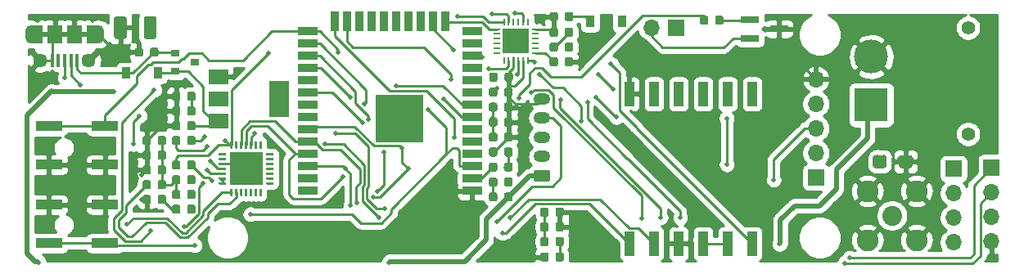
<source format=gbr>
%TF.GenerationSoftware,KiCad,Pcbnew,(5.1.6)-1*%
%TF.CreationDate,2021-06-02T18:30:26+10:00*%
%TF.ProjectId,L2_board,4c325f62-6f61-4726-942e-6b696361645f,2.0*%
%TF.SameCoordinates,Original*%
%TF.FileFunction,Copper,L1,Top*%
%TF.FilePolarity,Positive*%
%FSLAX46Y46*%
G04 Gerber Fmt 4.6, Leading zero omitted, Abs format (unit mm)*
G04 Created by KiCad (PCBNEW (5.1.6)-1) date 2021-06-02 18:30:26*
%MOMM*%
%LPD*%
G01*
G04 APERTURE LIST*
%TA.AperFunction,SMDPad,CuDef*%
%ADD10R,1.900000X0.800000*%
%TD*%
%TA.AperFunction,SMDPad,CuDef*%
%ADD11R,2.743200X2.641600*%
%TD*%
%TA.AperFunction,SMDPad,CuDef*%
%ADD12R,0.254000X0.711200*%
%TD*%
%TA.AperFunction,SMDPad,CuDef*%
%ADD13R,0.711200X0.254000*%
%TD*%
%TA.AperFunction,SMDPad,CuDef*%
%ADD14R,1.000000X2.500000*%
%TD*%
%TA.AperFunction,SMDPad,CuDef*%
%ADD15R,3.350000X3.350000*%
%TD*%
%TA.AperFunction,SMDPad,CuDef*%
%ADD16R,2.000000X1.500000*%
%TD*%
%TA.AperFunction,SMDPad,CuDef*%
%ADD17R,2.000000X3.800000*%
%TD*%
%TA.AperFunction,SMDPad,CuDef*%
%ADD18R,2.000000X0.900000*%
%TD*%
%TA.AperFunction,SMDPad,CuDef*%
%ADD19R,0.900000X2.000000*%
%TD*%
%TA.AperFunction,SMDPad,CuDef*%
%ADD20R,5.000000X5.000000*%
%TD*%
%TA.AperFunction,SMDPad,CuDef*%
%ADD21R,2.800000X1.000000*%
%TD*%
%TA.AperFunction,SMDPad,CuDef*%
%ADD22R,0.900000X0.800000*%
%TD*%
%TA.AperFunction,ComponentPad*%
%ADD23C,3.500000*%
%TD*%
%TA.AperFunction,ComponentPad*%
%ADD24R,3.500000X3.500000*%
%TD*%
%TA.AperFunction,ComponentPad*%
%ADD25C,1.400000*%
%TD*%
%TA.AperFunction,ComponentPad*%
%ADD26O,1.700000X1.700000*%
%TD*%
%TA.AperFunction,ComponentPad*%
%ADD27R,1.700000X1.700000*%
%TD*%
%TA.AperFunction,ComponentPad*%
%ADD28C,2.250000*%
%TD*%
%TA.AperFunction,ComponentPad*%
%ADD29C,2.050000*%
%TD*%
%TA.AperFunction,ComponentPad*%
%ADD30O,1.750000X1.200000*%
%TD*%
%TA.AperFunction,SMDPad,CuDef*%
%ADD31R,1.200000X1.900000*%
%TD*%
%TA.AperFunction,ComponentPad*%
%ADD32O,1.200000X1.900000*%
%TD*%
%TA.AperFunction,SMDPad,CuDef*%
%ADD33R,1.500000X1.900000*%
%TD*%
%TA.AperFunction,ComponentPad*%
%ADD34C,1.450000*%
%TD*%
%TA.AperFunction,SMDPad,CuDef*%
%ADD35R,0.400000X1.350000*%
%TD*%
%TA.AperFunction,SMDPad,CuDef*%
%ADD36R,0.900000X1.200000*%
%TD*%
%TA.AperFunction,ViaPad*%
%ADD37C,0.500000*%
%TD*%
%TA.AperFunction,Conductor*%
%ADD38C,0.250000*%
%TD*%
%TA.AperFunction,Conductor*%
%ADD39C,0.500000*%
%TD*%
%TA.AperFunction,Conductor*%
%ADD40C,0.254000*%
%TD*%
G04 APERTURE END LIST*
%TO.P,C18,1*%
%TO.N,VDD*%
%TA.AperFunction,SMDPad,CuDef*%
G36*
G01*
X194219600Y-96589401D02*
X194219600Y-95739399D01*
G75*
G02*
X194469599Y-95489400I249999J0D01*
G01*
X195369601Y-95489400D01*
G75*
G02*
X195619600Y-95739399I0J-249999D01*
G01*
X195619600Y-96589401D01*
G75*
G02*
X195369601Y-96839400I-249999J0D01*
G01*
X194469599Y-96839400D01*
G75*
G02*
X194219600Y-96589401I0J249999D01*
G01*
G37*
%TD.AperFunction*%
%TO.P,C18,2*%
%TO.N,GND*%
%TA.AperFunction,SMDPad,CuDef*%
G36*
G01*
X196919600Y-96589401D02*
X196919600Y-95739399D01*
G75*
G02*
X197169599Y-95489400I249999J0D01*
G01*
X198069601Y-95489400D01*
G75*
G02*
X198319600Y-95739399I0J-249999D01*
G01*
X198319600Y-96589401D01*
G75*
G02*
X198069601Y-96839400I-249999J0D01*
G01*
X197169599Y-96839400D01*
G75*
G02*
X196919600Y-96589401I0J249999D01*
G01*
G37*
%TD.AperFunction*%
%TD*%
%TO.P,C17,2*%
%TO.N,GND*%
%TA.AperFunction,SMDPad,CuDef*%
G36*
G01*
X117045300Y-81370999D02*
X117045300Y-83221001D01*
G75*
G02*
X116795301Y-83471000I-249999J0D01*
G01*
X115970299Y-83471000D01*
G75*
G02*
X115720300Y-83221001I0J249999D01*
G01*
X115720300Y-81370999D01*
G75*
G02*
X115970299Y-81121000I249999J0D01*
G01*
X116795301Y-81121000D01*
G75*
G02*
X117045300Y-81370999I0J-249999D01*
G01*
G37*
%TD.AperFunction*%
%TO.P,C17,1*%
%TO.N,VDD*%
%TA.AperFunction,SMDPad,CuDef*%
G36*
G01*
X120120300Y-81370999D02*
X120120300Y-83221001D01*
G75*
G02*
X119870301Y-83471000I-249999J0D01*
G01*
X119045299Y-83471000D01*
G75*
G02*
X118795300Y-83221001I0J249999D01*
G01*
X118795300Y-81370999D01*
G75*
G02*
X119045299Y-81121000I249999J0D01*
G01*
X119870301Y-81121000D01*
G75*
G02*
X120120300Y-81370999I0J-249999D01*
G01*
G37*
%TD.AperFunction*%
%TD*%
D10*
%TO.P,Q4,3*%
%TO.N,GND*%
X184507000Y-82423000D03*
%TO.P,Q4,2*%
%TO.N,Net-(D5-Pad2)*%
X181507000Y-83373000D03*
%TO.P,Q4,1*%
%TO.N,Net-(Q4-Pad1)*%
X181507000Y-81473000D03*
%TD*%
D11*
%TO.P,U6,25*%
%TO.N,Net-(U6-Pad25)*%
X157302200Y-83693000D03*
D12*
%TO.P,U6,24*%
%TO.N,SDA*%
X156052200Y-81699100D03*
%TO.P,U6,23*%
%TO.N,SCL*%
X156552199Y-81699100D03*
%TO.P,U6,22*%
%TO.N,Net-(U6-Pad22)*%
X157052200Y-81699100D03*
%TO.P,U6,21*%
%TO.N,Net-(U6-Pad21)*%
X157552200Y-81699100D03*
%TO.P,U6,20*%
%TO.N,Net-(C11-Pad1)*%
X158052201Y-81699100D03*
%TO.P,U6,19*%
%TO.N,Net-(U6-Pad19)*%
X158552200Y-81699100D03*
D13*
%TO.P,U6,18*%
%TO.N,GND*%
X159296100Y-82443000D03*
%TO.P,U6,17*%
%TO.N,Net-(U6-Pad17)*%
X159296100Y-82942999D03*
%TO.P,U6,16*%
%TO.N,Net-(U6-Pad16)*%
X159296100Y-83443000D03*
%TO.P,U6,15*%
%TO.N,Net-(U6-Pad15)*%
X159296100Y-83943000D03*
%TO.P,U6,14*%
%TO.N,Net-(U6-Pad14)*%
X159296100Y-84443001D03*
%TO.P,U6,13*%
%TO.N,VDD*%
X159296100Y-84943000D03*
D12*
%TO.P,U6,12*%
%TO.N,MPU_INT*%
X158552200Y-85686900D03*
%TO.P,U6,11*%
%TO.N,GND*%
X158052201Y-85686900D03*
%TO.P,U6,10*%
%TO.N,Net-(C7-Pad2)*%
X157552200Y-85686900D03*
%TO.P,U6,9*%
%TO.N,GND*%
X157052200Y-85686900D03*
%TO.P,U6,8*%
%TO.N,VDD*%
X156552199Y-85686900D03*
%TO.P,U6,7*%
%TO.N,Net-(U6-Pad7)*%
X156052200Y-85686900D03*
D13*
%TO.P,U6,6*%
%TO.N,Net-(U6-Pad6)*%
X155308300Y-84943000D03*
%TO.P,U6,5*%
%TO.N,Net-(U6-Pad5)*%
X155308300Y-84443001D03*
%TO.P,U6,4*%
%TO.N,Net-(U6-Pad4)*%
X155308300Y-83943000D03*
%TO.P,U6,3*%
%TO.N,Net-(U6-Pad3)*%
X155308300Y-83443000D03*
%TO.P,U6,2*%
%TO.N,Net-(U6-Pad2)*%
X155308300Y-82942999D03*
%TO.P,U6,1*%
%TO.N,GND*%
X155308300Y-82443000D03*
%TD*%
D14*
%TO.P,U5,7*%
%TO.N,Net-(U5-Pad7)*%
X181737000Y-89151000D03*
%TO.P,U5,8*%
%TO.N,Net-(U5-Pad8)*%
X179197000Y-89151000D03*
%TO.P,U5,9*%
%TO.N,N/C*%
X176657000Y-89151000D03*
%TO.P,U5,12*%
%TO.N,GND*%
X169037000Y-89151000D03*
%TO.P,U5,11*%
%TO.N,Net-(U5-Pad11)*%
X171577000Y-89151000D03*
%TO.P,U5,6*%
%TO.N,Net-(R5-Pad1)*%
X181737000Y-104651000D03*
%TO.P,U5,5*%
%TO.N,VDD*%
X179197000Y-104651000D03*
%TO.P,U5,1*%
%TO.N,TXD2_GPS*%
X169037000Y-104651000D03*
%TO.P,U5,2*%
%TO.N,RXD2_GPS*%
X171577000Y-104651000D03*
%TO.P,U5,4*%
%TO.N,VDD*%
X176657000Y-104651000D03*
%TO.P,U5,10*%
X174117000Y-89151000D03*
%TO.P,U5,3*%
%TO.N,GND*%
X174117000Y-104651000D03*
%TD*%
D15*
%TO.P,U4,29*%
%TO.N,GND*%
X129390000Y-96901000D03*
%TO.P,U4,28*%
%TO.N,DTR*%
%TA.AperFunction,SMDPad,CuDef*%
G36*
G01*
X127765000Y-94788500D02*
X127765000Y-94113500D01*
G75*
G02*
X127827500Y-94051000I62500J0D01*
G01*
X127952500Y-94051000D01*
G75*
G02*
X128015000Y-94113500I0J-62500D01*
G01*
X128015000Y-94788500D01*
G75*
G02*
X127952500Y-94851000I-62500J0D01*
G01*
X127827500Y-94851000D01*
G75*
G02*
X127765000Y-94788500I0J62500D01*
G01*
G37*
%TD.AperFunction*%
%TO.P,U4,27*%
%TO.N,Net-(U4-Pad27)*%
%TA.AperFunction,SMDPad,CuDef*%
G36*
G01*
X128265000Y-94788500D02*
X128265000Y-94113500D01*
G75*
G02*
X128327500Y-94051000I62500J0D01*
G01*
X128452500Y-94051000D01*
G75*
G02*
X128515000Y-94113500I0J-62500D01*
G01*
X128515000Y-94788500D01*
G75*
G02*
X128452500Y-94851000I-62500J0D01*
G01*
X128327500Y-94851000D01*
G75*
G02*
X128265000Y-94788500I0J62500D01*
G01*
G37*
%TD.AperFunction*%
%TO.P,U4,26*%
%TO.N,RXD0*%
%TA.AperFunction,SMDPad,CuDef*%
G36*
G01*
X128765000Y-94788500D02*
X128765000Y-94113500D01*
G75*
G02*
X128827500Y-94051000I62500J0D01*
G01*
X128952500Y-94051000D01*
G75*
G02*
X129015000Y-94113500I0J-62500D01*
G01*
X129015000Y-94788500D01*
G75*
G02*
X128952500Y-94851000I-62500J0D01*
G01*
X128827500Y-94851000D01*
G75*
G02*
X128765000Y-94788500I0J62500D01*
G01*
G37*
%TD.AperFunction*%
%TO.P,U4,25*%
%TO.N,TXD0*%
%TA.AperFunction,SMDPad,CuDef*%
G36*
G01*
X129265000Y-94788500D02*
X129265000Y-94113500D01*
G75*
G02*
X129327500Y-94051000I62500J0D01*
G01*
X129452500Y-94051000D01*
G75*
G02*
X129515000Y-94113500I0J-62500D01*
G01*
X129515000Y-94788500D01*
G75*
G02*
X129452500Y-94851000I-62500J0D01*
G01*
X129327500Y-94851000D01*
G75*
G02*
X129265000Y-94788500I0J62500D01*
G01*
G37*
%TD.AperFunction*%
%TO.P,U4,24*%
%TO.N,RTS*%
%TA.AperFunction,SMDPad,CuDef*%
G36*
G01*
X129765000Y-94788500D02*
X129765000Y-94113500D01*
G75*
G02*
X129827500Y-94051000I62500J0D01*
G01*
X129952500Y-94051000D01*
G75*
G02*
X130015000Y-94113500I0J-62500D01*
G01*
X130015000Y-94788500D01*
G75*
G02*
X129952500Y-94851000I-62500J0D01*
G01*
X129827500Y-94851000D01*
G75*
G02*
X129765000Y-94788500I0J62500D01*
G01*
G37*
%TD.AperFunction*%
%TO.P,U4,23*%
%TO.N,Net-(U4-Pad23)*%
%TA.AperFunction,SMDPad,CuDef*%
G36*
G01*
X130265000Y-94788500D02*
X130265000Y-94113500D01*
G75*
G02*
X130327500Y-94051000I62500J0D01*
G01*
X130452500Y-94051000D01*
G75*
G02*
X130515000Y-94113500I0J-62500D01*
G01*
X130515000Y-94788500D01*
G75*
G02*
X130452500Y-94851000I-62500J0D01*
G01*
X130327500Y-94851000D01*
G75*
G02*
X130265000Y-94788500I0J62500D01*
G01*
G37*
%TD.AperFunction*%
%TO.P,U4,22*%
%TO.N,Net-(U4-Pad22)*%
%TA.AperFunction,SMDPad,CuDef*%
G36*
G01*
X130765000Y-94788500D02*
X130765000Y-94113500D01*
G75*
G02*
X130827500Y-94051000I62500J0D01*
G01*
X130952500Y-94051000D01*
G75*
G02*
X131015000Y-94113500I0J-62500D01*
G01*
X131015000Y-94788500D01*
G75*
G02*
X130952500Y-94851000I-62500J0D01*
G01*
X130827500Y-94851000D01*
G75*
G02*
X130765000Y-94788500I0J62500D01*
G01*
G37*
%TD.AperFunction*%
%TO.P,U4,21*%
%TO.N,Net-(U4-Pad21)*%
%TA.AperFunction,SMDPad,CuDef*%
G36*
G01*
X131440000Y-95463500D02*
X131440000Y-95338500D01*
G75*
G02*
X131502500Y-95276000I62500J0D01*
G01*
X132177500Y-95276000D01*
G75*
G02*
X132240000Y-95338500I0J-62500D01*
G01*
X132240000Y-95463500D01*
G75*
G02*
X132177500Y-95526000I-62500J0D01*
G01*
X131502500Y-95526000D01*
G75*
G02*
X131440000Y-95463500I0J62500D01*
G01*
G37*
%TD.AperFunction*%
%TO.P,U4,20*%
%TO.N,Net-(U4-Pad20)*%
%TA.AperFunction,SMDPad,CuDef*%
G36*
G01*
X131440000Y-95963500D02*
X131440000Y-95838500D01*
G75*
G02*
X131502500Y-95776000I62500J0D01*
G01*
X132177500Y-95776000D01*
G75*
G02*
X132240000Y-95838500I0J-62500D01*
G01*
X132240000Y-95963500D01*
G75*
G02*
X132177500Y-96026000I-62500J0D01*
G01*
X131502500Y-96026000D01*
G75*
G02*
X131440000Y-95963500I0J62500D01*
G01*
G37*
%TD.AperFunction*%
%TO.P,U4,19*%
%TO.N,Net-(U4-Pad19)*%
%TA.AperFunction,SMDPad,CuDef*%
G36*
G01*
X131440000Y-96463500D02*
X131440000Y-96338500D01*
G75*
G02*
X131502500Y-96276000I62500J0D01*
G01*
X132177500Y-96276000D01*
G75*
G02*
X132240000Y-96338500I0J-62500D01*
G01*
X132240000Y-96463500D01*
G75*
G02*
X132177500Y-96526000I-62500J0D01*
G01*
X131502500Y-96526000D01*
G75*
G02*
X131440000Y-96463500I0J62500D01*
G01*
G37*
%TD.AperFunction*%
%TO.P,U4,18*%
%TO.N,Net-(U4-Pad18)*%
%TA.AperFunction,SMDPad,CuDef*%
G36*
G01*
X131440000Y-96963500D02*
X131440000Y-96838500D01*
G75*
G02*
X131502500Y-96776000I62500J0D01*
G01*
X132177500Y-96776000D01*
G75*
G02*
X132240000Y-96838500I0J-62500D01*
G01*
X132240000Y-96963500D01*
G75*
G02*
X132177500Y-97026000I-62500J0D01*
G01*
X131502500Y-97026000D01*
G75*
G02*
X131440000Y-96963500I0J62500D01*
G01*
G37*
%TD.AperFunction*%
%TO.P,U4,17*%
%TO.N,Net-(U4-Pad17)*%
%TA.AperFunction,SMDPad,CuDef*%
G36*
G01*
X131440000Y-97463500D02*
X131440000Y-97338500D01*
G75*
G02*
X131502500Y-97276000I62500J0D01*
G01*
X132177500Y-97276000D01*
G75*
G02*
X132240000Y-97338500I0J-62500D01*
G01*
X132240000Y-97463500D01*
G75*
G02*
X132177500Y-97526000I-62500J0D01*
G01*
X131502500Y-97526000D01*
G75*
G02*
X131440000Y-97463500I0J62500D01*
G01*
G37*
%TD.AperFunction*%
%TO.P,U4,16*%
%TO.N,Net-(U4-Pad16)*%
%TA.AperFunction,SMDPad,CuDef*%
G36*
G01*
X131440000Y-97963500D02*
X131440000Y-97838500D01*
G75*
G02*
X131502500Y-97776000I62500J0D01*
G01*
X132177500Y-97776000D01*
G75*
G02*
X132240000Y-97838500I0J-62500D01*
G01*
X132240000Y-97963500D01*
G75*
G02*
X132177500Y-98026000I-62500J0D01*
G01*
X131502500Y-98026000D01*
G75*
G02*
X131440000Y-97963500I0J62500D01*
G01*
G37*
%TD.AperFunction*%
%TO.P,U4,15*%
%TO.N,Net-(U4-Pad15)*%
%TA.AperFunction,SMDPad,CuDef*%
G36*
G01*
X131440000Y-98463500D02*
X131440000Y-98338500D01*
G75*
G02*
X131502500Y-98276000I62500J0D01*
G01*
X132177500Y-98276000D01*
G75*
G02*
X132240000Y-98338500I0J-62500D01*
G01*
X132240000Y-98463500D01*
G75*
G02*
X132177500Y-98526000I-62500J0D01*
G01*
X131502500Y-98526000D01*
G75*
G02*
X131440000Y-98463500I0J62500D01*
G01*
G37*
%TD.AperFunction*%
%TO.P,U4,14*%
%TO.N,Net-(U4-Pad14)*%
%TA.AperFunction,SMDPad,CuDef*%
G36*
G01*
X130765000Y-99688500D02*
X130765000Y-99013500D01*
G75*
G02*
X130827500Y-98951000I62500J0D01*
G01*
X130952500Y-98951000D01*
G75*
G02*
X131015000Y-99013500I0J-62500D01*
G01*
X131015000Y-99688500D01*
G75*
G02*
X130952500Y-99751000I-62500J0D01*
G01*
X130827500Y-99751000D01*
G75*
G02*
X130765000Y-99688500I0J62500D01*
G01*
G37*
%TD.AperFunction*%
%TO.P,U4,13*%
%TO.N,Net-(U4-Pad13)*%
%TA.AperFunction,SMDPad,CuDef*%
G36*
G01*
X130265000Y-99688500D02*
X130265000Y-99013500D01*
G75*
G02*
X130327500Y-98951000I62500J0D01*
G01*
X130452500Y-98951000D01*
G75*
G02*
X130515000Y-99013500I0J-62500D01*
G01*
X130515000Y-99688500D01*
G75*
G02*
X130452500Y-99751000I-62500J0D01*
G01*
X130327500Y-99751000D01*
G75*
G02*
X130265000Y-99688500I0J62500D01*
G01*
G37*
%TD.AperFunction*%
%TO.P,U4,12*%
%TO.N,Net-(U4-Pad12)*%
%TA.AperFunction,SMDPad,CuDef*%
G36*
G01*
X129765000Y-99688500D02*
X129765000Y-99013500D01*
G75*
G02*
X129827500Y-98951000I62500J0D01*
G01*
X129952500Y-98951000D01*
G75*
G02*
X130015000Y-99013500I0J-62500D01*
G01*
X130015000Y-99688500D01*
G75*
G02*
X129952500Y-99751000I-62500J0D01*
G01*
X129827500Y-99751000D01*
G75*
G02*
X129765000Y-99688500I0J62500D01*
G01*
G37*
%TD.AperFunction*%
%TO.P,U4,11*%
%TO.N,Net-(U4-Pad11)*%
%TA.AperFunction,SMDPad,CuDef*%
G36*
G01*
X129265000Y-99688500D02*
X129265000Y-99013500D01*
G75*
G02*
X129327500Y-98951000I62500J0D01*
G01*
X129452500Y-98951000D01*
G75*
G02*
X129515000Y-99013500I0J-62500D01*
G01*
X129515000Y-99688500D01*
G75*
G02*
X129452500Y-99751000I-62500J0D01*
G01*
X129327500Y-99751000D01*
G75*
G02*
X129265000Y-99688500I0J62500D01*
G01*
G37*
%TD.AperFunction*%
%TO.P,U4,10*%
%TO.N,Net-(U4-Pad10)*%
%TA.AperFunction,SMDPad,CuDef*%
G36*
G01*
X128765000Y-99688500D02*
X128765000Y-99013500D01*
G75*
G02*
X128827500Y-98951000I62500J0D01*
G01*
X128952500Y-98951000D01*
G75*
G02*
X129015000Y-99013500I0J-62500D01*
G01*
X129015000Y-99688500D01*
G75*
G02*
X128952500Y-99751000I-62500J0D01*
G01*
X128827500Y-99751000D01*
G75*
G02*
X128765000Y-99688500I0J62500D01*
G01*
G37*
%TD.AperFunction*%
%TO.P,U4,9*%
%TO.N,Net-(R8-Pad2)*%
%TA.AperFunction,SMDPad,CuDef*%
G36*
G01*
X128265000Y-99688500D02*
X128265000Y-99013500D01*
G75*
G02*
X128327500Y-98951000I62500J0D01*
G01*
X128452500Y-98951000D01*
G75*
G02*
X128515000Y-99013500I0J-62500D01*
G01*
X128515000Y-99688500D01*
G75*
G02*
X128452500Y-99751000I-62500J0D01*
G01*
X128327500Y-99751000D01*
G75*
G02*
X128265000Y-99688500I0J62500D01*
G01*
G37*
%TD.AperFunction*%
%TO.P,U4,8*%
%TO.N,+5V*%
%TA.AperFunction,SMDPad,CuDef*%
G36*
G01*
X127765000Y-99688500D02*
X127765000Y-99013500D01*
G75*
G02*
X127827500Y-98951000I62500J0D01*
G01*
X127952500Y-98951000D01*
G75*
G02*
X128015000Y-99013500I0J-62500D01*
G01*
X128015000Y-99688500D01*
G75*
G02*
X127952500Y-99751000I-62500J0D01*
G01*
X127827500Y-99751000D01*
G75*
G02*
X127765000Y-99688500I0J62500D01*
G01*
G37*
%TD.AperFunction*%
%TO.P,U4,7*%
%TO.N,VDD*%
%TA.AperFunction,SMDPad,CuDef*%
G36*
G01*
X126540000Y-98463500D02*
X126540000Y-98338500D01*
G75*
G02*
X126602500Y-98276000I62500J0D01*
G01*
X127277500Y-98276000D01*
G75*
G02*
X127340000Y-98338500I0J-62500D01*
G01*
X127340000Y-98463500D01*
G75*
G02*
X127277500Y-98526000I-62500J0D01*
G01*
X126602500Y-98526000D01*
G75*
G02*
X126540000Y-98463500I0J62500D01*
G01*
G37*
%TD.AperFunction*%
%TO.P,U4,6*%
%TA.AperFunction,SMDPad,CuDef*%
G36*
G01*
X126540000Y-97963500D02*
X126540000Y-97838500D01*
G75*
G02*
X126602500Y-97776000I62500J0D01*
G01*
X127277500Y-97776000D01*
G75*
G02*
X127340000Y-97838500I0J-62500D01*
G01*
X127340000Y-97963500D01*
G75*
G02*
X127277500Y-98026000I-62500J0D01*
G01*
X126602500Y-98026000D01*
G75*
G02*
X126540000Y-97963500I0J62500D01*
G01*
G37*
%TD.AperFunction*%
%TO.P,U4,5*%
%TO.N,Net-(J2-Pad2)*%
%TA.AperFunction,SMDPad,CuDef*%
G36*
G01*
X126540000Y-97463500D02*
X126540000Y-97338500D01*
G75*
G02*
X126602500Y-97276000I62500J0D01*
G01*
X127277500Y-97276000D01*
G75*
G02*
X127340000Y-97338500I0J-62500D01*
G01*
X127340000Y-97463500D01*
G75*
G02*
X127277500Y-97526000I-62500J0D01*
G01*
X126602500Y-97526000D01*
G75*
G02*
X126540000Y-97463500I0J62500D01*
G01*
G37*
%TD.AperFunction*%
%TO.P,U4,4*%
%TO.N,Net-(J2-Pad3)*%
%TA.AperFunction,SMDPad,CuDef*%
G36*
G01*
X126540000Y-96963500D02*
X126540000Y-96838500D01*
G75*
G02*
X126602500Y-96776000I62500J0D01*
G01*
X127277500Y-96776000D01*
G75*
G02*
X127340000Y-96838500I0J-62500D01*
G01*
X127340000Y-96963500D01*
G75*
G02*
X127277500Y-97026000I-62500J0D01*
G01*
X126602500Y-97026000D01*
G75*
G02*
X126540000Y-96963500I0J62500D01*
G01*
G37*
%TD.AperFunction*%
%TO.P,U4,3*%
%TO.N,GND*%
%TA.AperFunction,SMDPad,CuDef*%
G36*
G01*
X126540000Y-96463500D02*
X126540000Y-96338500D01*
G75*
G02*
X126602500Y-96276000I62500J0D01*
G01*
X127277500Y-96276000D01*
G75*
G02*
X127340000Y-96338500I0J-62500D01*
G01*
X127340000Y-96463500D01*
G75*
G02*
X127277500Y-96526000I-62500J0D01*
G01*
X126602500Y-96526000D01*
G75*
G02*
X126540000Y-96463500I0J62500D01*
G01*
G37*
%TD.AperFunction*%
%TO.P,U4,2*%
%TO.N,Net-(U4-Pad2)*%
%TA.AperFunction,SMDPad,CuDef*%
G36*
G01*
X126540000Y-95963500D02*
X126540000Y-95838500D01*
G75*
G02*
X126602500Y-95776000I62500J0D01*
G01*
X127277500Y-95776000D01*
G75*
G02*
X127340000Y-95838500I0J-62500D01*
G01*
X127340000Y-95963500D01*
G75*
G02*
X127277500Y-96026000I-62500J0D01*
G01*
X126602500Y-96026000D01*
G75*
G02*
X126540000Y-95963500I0J62500D01*
G01*
G37*
%TD.AperFunction*%
%TO.P,U4,1*%
%TO.N,Net-(U4-Pad1)*%
%TA.AperFunction,SMDPad,CuDef*%
G36*
G01*
X126540000Y-95463500D02*
X126540000Y-95338500D01*
G75*
G02*
X126602500Y-95276000I62500J0D01*
G01*
X127277500Y-95276000D01*
G75*
G02*
X127340000Y-95338500I0J-62500D01*
G01*
X127340000Y-95463500D01*
G75*
G02*
X127277500Y-95526000I-62500J0D01*
G01*
X126602500Y-95526000D01*
G75*
G02*
X126540000Y-95463500I0J62500D01*
G01*
G37*
%TD.AperFunction*%
%TD*%
D16*
%TO.P,U2,1*%
%TO.N,GND*%
X126517000Y-87362000D03*
%TO.P,U2,3*%
%TO.N,Net-(C10-Pad1)*%
X126517000Y-91962000D03*
%TO.P,U2,2*%
%TO.N,VDD*%
X126517000Y-89662000D03*
D17*
X132817000Y-89662000D03*
%TD*%
D18*
%TO.P,U1,38*%
%TO.N,GND*%
X135772000Y-99187000D03*
%TO.P,U1,37*%
%TO.N,MOSI_SD*%
X135772000Y-97917000D03*
%TO.P,U1,36*%
%TO.N,SCL*%
X135772000Y-96647000D03*
%TO.P,U1,35*%
%TO.N,TXD0*%
X135772000Y-95377000D03*
%TO.P,U1,34*%
%TO.N,RXD0*%
X135772000Y-94107000D03*
%TO.P,U1,33*%
%TO.N,SDA*%
X135772000Y-92837000D03*
%TO.P,U1,32*%
%TO.N,Net-(U1-Pad32)*%
X135772000Y-91567000D03*
%TO.P,U1,31*%
%TO.N,MISO_SD*%
X135772000Y-90297000D03*
%TO.P,U1,30*%
%TO.N,CLK_SD*%
X135772000Y-89027000D03*
%TO.P,U1,29*%
%TO.N,CS_SD*%
X135772000Y-87757000D03*
%TO.P,U1,28*%
%TO.N,TXD2_GPS*%
X135772000Y-86487000D03*
%TO.P,U1,27*%
%TO.N,RESET_RF*%
X135772000Y-85217000D03*
%TO.P,U1,26*%
%TO.N,TXD1_RRC3*%
X135772000Y-83947000D03*
%TO.P,U1,25*%
%TO.N,BOOT*%
X135772000Y-82677000D03*
D19*
%TO.P,U1,24*%
%TO.N,MPU_INT*%
X138557000Y-81677000D03*
%TO.P,U1,23*%
%TO.N,CS_RF*%
X139827000Y-81677000D03*
%TO.P,U1,22*%
%TO.N,Net-(U1-Pad22)*%
X141097000Y-81677000D03*
%TO.P,U1,21*%
%TO.N,Net-(U1-Pad21)*%
X142367000Y-81677000D03*
%TO.P,U1,20*%
%TO.N,Net-(U1-Pad20)*%
X143637000Y-81677000D03*
%TO.P,U1,19*%
%TO.N,Net-(U1-Pad19)*%
X144907000Y-81677000D03*
%TO.P,U1,18*%
%TO.N,Net-(U1-Pad18)*%
X146177000Y-81677000D03*
%TO.P,U1,17*%
%TO.N,Net-(U1-Pad17)*%
X147447000Y-81677000D03*
%TO.P,U1,16*%
%TO.N,MOSI_RF*%
X148717000Y-81677000D03*
%TO.P,U1,15*%
%TO.N,GND*%
X149987000Y-81677000D03*
D18*
%TO.P,U1,14*%
%TO.N,MISO_RF*%
X152772000Y-82677000D03*
%TO.P,U1,13*%
%TO.N,SCK_RF*%
X152772000Y-83947000D03*
%TO.P,U1,12*%
%TO.N,RF_IO0*%
X152772000Y-85217000D03*
%TO.P,U1,11*%
%TO.N,RF_IO1*%
X152772000Y-86487000D03*
%TO.P,U1,10*%
%TO.N,RF_IO2*%
X152772000Y-87757000D03*
%TO.P,U1,9*%
%TO.N,BUZZER*%
X152772000Y-89027000D03*
%TO.P,U1,8*%
%TO.N,ESP_LED*%
X152772000Y-90297000D03*
%TO.P,U1,7*%
%TO.N,RXD2_GPS*%
X152772000Y-91567000D03*
%TO.P,U1,6*%
%TO.N,RXD1_RRC3*%
X152772000Y-92837000D03*
%TO.P,U1,5*%
%TO.N,Batt_sense*%
X152772000Y-94107000D03*
%TO.P,U1,4*%
%TO.N,Thermal_Probe*%
X152772000Y-95377000D03*
%TO.P,U1,3*%
%TO.N,EN*%
X152772000Y-96647000D03*
%TO.P,U1,2*%
%TO.N,VDD*%
X152772000Y-97917000D03*
%TO.P,U1,1*%
%TO.N,GND*%
X152772000Y-99187000D03*
D20*
%TO.P,U1,39*%
X145272000Y-91687000D03*
%TD*%
D21*
%TO.P,BOOT,2*%
%TO.N,EN*%
X114787000Y-104616000D03*
X108987000Y-104616000D03*
%TO.P,BOOT,1*%
%TO.N,GND*%
X114787000Y-100616000D03*
X108987000Y-100616000D03*
%TD*%
%TO.P,SW1,2*%
%TO.N,GND*%
X114787000Y-96488000D03*
X108987000Y-96488000D03*
%TO.P,SW1,1*%
%TO.N,BOOT*%
X114787000Y-92488000D03*
X108987000Y-92488000D03*
%TD*%
%TO.P,R13,2*%
%TO.N,BUZZER*%
%TA.AperFunction,SMDPad,CuDef*%
G36*
G01*
X177196000Y-81277750D02*
X177196000Y-81790250D01*
G75*
G02*
X176977250Y-82009000I-218750J0D01*
G01*
X176539750Y-82009000D01*
G75*
G02*
X176321000Y-81790250I0J218750D01*
G01*
X176321000Y-81277750D01*
G75*
G02*
X176539750Y-81059000I218750J0D01*
G01*
X176977250Y-81059000D01*
G75*
G02*
X177196000Y-81277750I0J-218750D01*
G01*
G37*
%TD.AperFunction*%
%TO.P,R13,1*%
%TO.N,Net-(Q4-Pad1)*%
%TA.AperFunction,SMDPad,CuDef*%
G36*
G01*
X178771000Y-81277750D02*
X178771000Y-81790250D01*
G75*
G02*
X178552250Y-82009000I-218750J0D01*
G01*
X178114750Y-82009000D01*
G75*
G02*
X177896000Y-81790250I0J218750D01*
G01*
X177896000Y-81277750D01*
G75*
G02*
X178114750Y-81059000I218750J0D01*
G01*
X178552250Y-81059000D01*
G75*
G02*
X178771000Y-81277750I0J-218750D01*
G01*
G37*
%TD.AperFunction*%
%TD*%
%TO.P,R12,2*%
%TO.N,Batt_sense*%
%TA.AperFunction,SMDPad,CuDef*%
G36*
G01*
X155377300Y-99565750D02*
X155377300Y-100078250D01*
G75*
G02*
X155158550Y-100297000I-218750J0D01*
G01*
X154721050Y-100297000D01*
G75*
G02*
X154502300Y-100078250I0J218750D01*
G01*
X154502300Y-99565750D01*
G75*
G02*
X154721050Y-99347000I218750J0D01*
G01*
X155158550Y-99347000D01*
G75*
G02*
X155377300Y-99565750I0J-218750D01*
G01*
G37*
%TD.AperFunction*%
%TO.P,R12,1*%
%TO.N,+BATT*%
%TA.AperFunction,SMDPad,CuDef*%
G36*
G01*
X156952300Y-99565750D02*
X156952300Y-100078250D01*
G75*
G02*
X156733550Y-100297000I-218750J0D01*
G01*
X156296050Y-100297000D01*
G75*
G02*
X156077300Y-100078250I0J218750D01*
G01*
X156077300Y-99565750D01*
G75*
G02*
X156296050Y-99347000I218750J0D01*
G01*
X156733550Y-99347000D01*
G75*
G02*
X156952300Y-99565750I0J-218750D01*
G01*
G37*
%TD.AperFunction*%
%TD*%
%TO.P,R11,2*%
%TO.N,GND*%
%TA.AperFunction,SMDPad,CuDef*%
G36*
G01*
X156077300Y-98528850D02*
X156077300Y-98016350D01*
G75*
G02*
X156296050Y-97797600I218750J0D01*
G01*
X156733550Y-97797600D01*
G75*
G02*
X156952300Y-98016350I0J-218750D01*
G01*
X156952300Y-98528850D01*
G75*
G02*
X156733550Y-98747600I-218750J0D01*
G01*
X156296050Y-98747600D01*
G75*
G02*
X156077300Y-98528850I0J218750D01*
G01*
G37*
%TD.AperFunction*%
%TO.P,R11,1*%
%TO.N,Batt_sense*%
%TA.AperFunction,SMDPad,CuDef*%
G36*
G01*
X154502300Y-98528850D02*
X154502300Y-98016350D01*
G75*
G02*
X154721050Y-97797600I218750J0D01*
G01*
X155158550Y-97797600D01*
G75*
G02*
X155377300Y-98016350I0J-218750D01*
G01*
X155377300Y-98528850D01*
G75*
G02*
X155158550Y-98747600I-218750J0D01*
G01*
X154721050Y-98747600D01*
G75*
G02*
X154502300Y-98528850I0J218750D01*
G01*
G37*
%TD.AperFunction*%
%TD*%
%TO.P,R10,2*%
%TO.N,Net-(Q3-Pad1)*%
%TA.AperFunction,SMDPad,CuDef*%
G36*
G01*
X123286000Y-94236250D02*
X123286000Y-93723750D01*
G75*
G02*
X123504750Y-93505000I218750J0D01*
G01*
X123942250Y-93505000D01*
G75*
G02*
X124161000Y-93723750I0J-218750D01*
G01*
X124161000Y-94236250D01*
G75*
G02*
X123942250Y-94455000I-218750J0D01*
G01*
X123504750Y-94455000D01*
G75*
G02*
X123286000Y-94236250I0J218750D01*
G01*
G37*
%TD.AperFunction*%
%TO.P,R10,1*%
%TO.N,RTS*%
%TA.AperFunction,SMDPad,CuDef*%
G36*
G01*
X121711000Y-94236250D02*
X121711000Y-93723750D01*
G75*
G02*
X121929750Y-93505000I218750J0D01*
G01*
X122367250Y-93505000D01*
G75*
G02*
X122586000Y-93723750I0J-218750D01*
G01*
X122586000Y-94236250D01*
G75*
G02*
X122367250Y-94455000I-218750J0D01*
G01*
X121929750Y-94455000D01*
G75*
G02*
X121711000Y-94236250I0J218750D01*
G01*
G37*
%TD.AperFunction*%
%TD*%
%TO.P,R9,2*%
%TO.N,Net-(Q2-Pad1)*%
%TA.AperFunction,SMDPad,CuDef*%
G36*
G01*
X123286000Y-96776250D02*
X123286000Y-96263750D01*
G75*
G02*
X123504750Y-96045000I218750J0D01*
G01*
X123942250Y-96045000D01*
G75*
G02*
X124161000Y-96263750I0J-218750D01*
G01*
X124161000Y-96776250D01*
G75*
G02*
X123942250Y-96995000I-218750J0D01*
G01*
X123504750Y-96995000D01*
G75*
G02*
X123286000Y-96776250I0J218750D01*
G01*
G37*
%TD.AperFunction*%
%TO.P,R9,1*%
%TO.N,DTR*%
%TA.AperFunction,SMDPad,CuDef*%
G36*
G01*
X121711000Y-96776250D02*
X121711000Y-96263750D01*
G75*
G02*
X121929750Y-96045000I218750J0D01*
G01*
X122367250Y-96045000D01*
G75*
G02*
X122586000Y-96263750I0J-218750D01*
G01*
X122586000Y-96776250D01*
G75*
G02*
X122367250Y-96995000I-218750J0D01*
G01*
X121929750Y-96995000D01*
G75*
G02*
X121711000Y-96776250I0J218750D01*
G01*
G37*
%TD.AperFunction*%
%TD*%
%TO.P,R8,2*%
%TO.N,Net-(R8-Pad2)*%
%TA.AperFunction,SMDPad,CuDef*%
G36*
G01*
X119538000Y-98295750D02*
X119538000Y-98808250D01*
G75*
G02*
X119319250Y-99027000I-218750J0D01*
G01*
X118881750Y-99027000D01*
G75*
G02*
X118663000Y-98808250I0J218750D01*
G01*
X118663000Y-98295750D01*
G75*
G02*
X118881750Y-98077000I218750J0D01*
G01*
X119319250Y-98077000D01*
G75*
G02*
X119538000Y-98295750I0J-218750D01*
G01*
G37*
%TD.AperFunction*%
%TO.P,R8,1*%
%TO.N,VDD*%
%TA.AperFunction,SMDPad,CuDef*%
G36*
G01*
X121113000Y-98295750D02*
X121113000Y-98808250D01*
G75*
G02*
X120894250Y-99027000I-218750J0D01*
G01*
X120456750Y-99027000D01*
G75*
G02*
X120238000Y-98808250I0J218750D01*
G01*
X120238000Y-98295750D01*
G75*
G02*
X120456750Y-98077000I218750J0D01*
G01*
X120894250Y-98077000D01*
G75*
G02*
X121113000Y-98295750I0J-218750D01*
G01*
G37*
%TD.AperFunction*%
%TD*%
%TO.P,R7,2*%
%TO.N,SCL*%
%TA.AperFunction,SMDPad,CuDef*%
G36*
G01*
X123286000Y-99824250D02*
X123286000Y-99311750D01*
G75*
G02*
X123504750Y-99093000I218750J0D01*
G01*
X123942250Y-99093000D01*
G75*
G02*
X124161000Y-99311750I0J-218750D01*
G01*
X124161000Y-99824250D01*
G75*
G02*
X123942250Y-100043000I-218750J0D01*
G01*
X123504750Y-100043000D01*
G75*
G02*
X123286000Y-99824250I0J218750D01*
G01*
G37*
%TD.AperFunction*%
%TO.P,R7,1*%
%TO.N,VDD*%
%TA.AperFunction,SMDPad,CuDef*%
G36*
G01*
X121711000Y-99824250D02*
X121711000Y-99311750D01*
G75*
G02*
X121929750Y-99093000I218750J0D01*
G01*
X122367250Y-99093000D01*
G75*
G02*
X122586000Y-99311750I0J-218750D01*
G01*
X122586000Y-99824250D01*
G75*
G02*
X122367250Y-100043000I-218750J0D01*
G01*
X121929750Y-100043000D01*
G75*
G02*
X121711000Y-99824250I0J218750D01*
G01*
G37*
%TD.AperFunction*%
%TD*%
%TO.P,R6,2*%
%TO.N,SDA*%
%TA.AperFunction,SMDPad,CuDef*%
G36*
G01*
X123286000Y-98300250D02*
X123286000Y-97787750D01*
G75*
G02*
X123504750Y-97569000I218750J0D01*
G01*
X123942250Y-97569000D01*
G75*
G02*
X124161000Y-97787750I0J-218750D01*
G01*
X124161000Y-98300250D01*
G75*
G02*
X123942250Y-98519000I-218750J0D01*
G01*
X123504750Y-98519000D01*
G75*
G02*
X123286000Y-98300250I0J218750D01*
G01*
G37*
%TD.AperFunction*%
%TO.P,R6,1*%
%TO.N,VDD*%
%TA.AperFunction,SMDPad,CuDef*%
G36*
G01*
X121711000Y-98300250D02*
X121711000Y-97787750D01*
G75*
G02*
X121929750Y-97569000I218750J0D01*
G01*
X122367250Y-97569000D01*
G75*
G02*
X122586000Y-97787750I0J-218750D01*
G01*
X122586000Y-98300250D01*
G75*
G02*
X122367250Y-98519000I-218750J0D01*
G01*
X121929750Y-98519000D01*
G75*
G02*
X121711000Y-98300250I0J218750D01*
G01*
G37*
%TD.AperFunction*%
%TD*%
%TO.P,R5,2*%
%TO.N,Net-(D2-Pad2)*%
%TA.AperFunction,SMDPad,CuDef*%
G36*
G01*
X161651200Y-84046350D02*
X161651200Y-84558850D01*
G75*
G02*
X161432450Y-84777600I-218750J0D01*
G01*
X160994950Y-84777600D01*
G75*
G02*
X160776200Y-84558850I0J218750D01*
G01*
X160776200Y-84046350D01*
G75*
G02*
X160994950Y-83827600I218750J0D01*
G01*
X161432450Y-83827600D01*
G75*
G02*
X161651200Y-84046350I0J-218750D01*
G01*
G37*
%TD.AperFunction*%
%TO.P,R5,1*%
%TO.N,Net-(R5-Pad1)*%
%TA.AperFunction,SMDPad,CuDef*%
G36*
G01*
X163226200Y-84046350D02*
X163226200Y-84558850D01*
G75*
G02*
X163007450Y-84777600I-218750J0D01*
G01*
X162569950Y-84777600D01*
G75*
G02*
X162351200Y-84558850I0J218750D01*
G01*
X162351200Y-84046350D01*
G75*
G02*
X162569950Y-83827600I218750J0D01*
G01*
X163007450Y-83827600D01*
G75*
G02*
X163226200Y-84046350I0J-218750D01*
G01*
G37*
%TD.AperFunction*%
%TD*%
%TO.P,R4,2*%
%TO.N,Net-(D1-Pad2)*%
%TA.AperFunction,SMDPad,CuDef*%
G36*
G01*
X161386000Y-104701050D02*
X161386000Y-104188550D01*
G75*
G02*
X161604750Y-103969800I218750J0D01*
G01*
X162042250Y-103969800D01*
G75*
G02*
X162261000Y-104188550I0J-218750D01*
G01*
X162261000Y-104701050D01*
G75*
G02*
X162042250Y-104919800I-218750J0D01*
G01*
X161604750Y-104919800D01*
G75*
G02*
X161386000Y-104701050I0J218750D01*
G01*
G37*
%TD.AperFunction*%
%TO.P,R4,1*%
%TO.N,VDD*%
%TA.AperFunction,SMDPad,CuDef*%
G36*
G01*
X159811000Y-104701050D02*
X159811000Y-104188550D01*
G75*
G02*
X160029750Y-103969800I218750J0D01*
G01*
X160467250Y-103969800D01*
G75*
G02*
X160686000Y-104188550I0J-218750D01*
G01*
X160686000Y-104701050D01*
G75*
G02*
X160467250Y-104919800I-218750J0D01*
G01*
X160029750Y-104919800D01*
G75*
G02*
X159811000Y-104701050I0J218750D01*
G01*
G37*
%TD.AperFunction*%
%TD*%
%TO.P,R3,2*%
%TO.N,Net-(D4-Pad2)*%
%TA.AperFunction,SMDPad,CuDef*%
G36*
G01*
X122586000Y-100835750D02*
X122586000Y-101348250D01*
G75*
G02*
X122367250Y-101567000I-218750J0D01*
G01*
X121929750Y-101567000D01*
G75*
G02*
X121711000Y-101348250I0J218750D01*
G01*
X121711000Y-100835750D01*
G75*
G02*
X121929750Y-100617000I218750J0D01*
G01*
X122367250Y-100617000D01*
G75*
G02*
X122586000Y-100835750I0J-218750D01*
G01*
G37*
%TD.AperFunction*%
%TO.P,R3,1*%
%TO.N,ESP_LED*%
%TA.AperFunction,SMDPad,CuDef*%
G36*
G01*
X124161000Y-100835750D02*
X124161000Y-101348250D01*
G75*
G02*
X123942250Y-101567000I-218750J0D01*
G01*
X123504750Y-101567000D01*
G75*
G02*
X123286000Y-101348250I0J218750D01*
G01*
X123286000Y-100835750D01*
G75*
G02*
X123504750Y-100617000I218750J0D01*
G01*
X123942250Y-100617000D01*
G75*
G02*
X124161000Y-100835750I0J-218750D01*
G01*
G37*
%TD.AperFunction*%
%TD*%
%TO.P,R2,2*%
%TO.N,+5V*%
%TA.AperFunction,SMDPad,CuDef*%
G36*
G01*
X119450500Y-85092250D02*
X119450500Y-84579750D01*
G75*
G02*
X119669250Y-84361000I218750J0D01*
G01*
X120106750Y-84361000D01*
G75*
G02*
X120325500Y-84579750I0J-218750D01*
G01*
X120325500Y-85092250D01*
G75*
G02*
X120106750Y-85311000I-218750J0D01*
G01*
X119669250Y-85311000D01*
G75*
G02*
X119450500Y-85092250I0J218750D01*
G01*
G37*
%TD.AperFunction*%
%TO.P,R2,1*%
%TO.N,GND*%
%TA.AperFunction,SMDPad,CuDef*%
G36*
G01*
X117875500Y-85092250D02*
X117875500Y-84579750D01*
G75*
G02*
X118094250Y-84361000I218750J0D01*
G01*
X118531750Y-84361000D01*
G75*
G02*
X118750500Y-84579750I0J-218750D01*
G01*
X118750500Y-85092250D01*
G75*
G02*
X118531750Y-85311000I-218750J0D01*
G01*
X118094250Y-85311000D01*
G75*
G02*
X117875500Y-85092250I0J218750D01*
G01*
G37*
%TD.AperFunction*%
%TD*%
%TO.P,R1,2*%
%TO.N,EN*%
%TA.AperFunction,SMDPad,CuDef*%
G36*
G01*
X156077300Y-96979450D02*
X156077300Y-96466950D01*
G75*
G02*
X156296050Y-96248200I218750J0D01*
G01*
X156733550Y-96248200D01*
G75*
G02*
X156952300Y-96466950I0J-218750D01*
G01*
X156952300Y-96979450D01*
G75*
G02*
X156733550Y-97198200I-218750J0D01*
G01*
X156296050Y-97198200D01*
G75*
G02*
X156077300Y-96979450I0J218750D01*
G01*
G37*
%TD.AperFunction*%
%TO.P,R1,1*%
%TO.N,VDD*%
%TA.AperFunction,SMDPad,CuDef*%
G36*
G01*
X154502300Y-96979450D02*
X154502300Y-96466950D01*
G75*
G02*
X154721050Y-96248200I218750J0D01*
G01*
X155158550Y-96248200D01*
G75*
G02*
X155377300Y-96466950I0J-218750D01*
G01*
X155377300Y-96979450D01*
G75*
G02*
X155158550Y-97198200I-218750J0D01*
G01*
X154721050Y-97198200D01*
G75*
G02*
X154502300Y-96979450I0J218750D01*
G01*
G37*
%TD.AperFunction*%
%TD*%
D22*
%TO.P,Q1,3*%
%TO.N,+BATT*%
X124063000Y-85852000D03*
%TO.P,Q1,2*%
%TO.N,Net-(C10-Pad1)*%
X122063000Y-86802000D03*
%TO.P,Q1,1*%
%TO.N,+5V*%
X122063000Y-84902000D03*
%TD*%
D23*
%TO.P,J9,2*%
%TO.N,GND*%
X194056000Y-85297000D03*
D24*
%TO.P,J9,1*%
%TO.N,+BATT*%
X194056000Y-90297000D03*
D25*
%TO.P,J9,*%
%TO.N,*%
X204056000Y-82297000D03*
X204056000Y-93297000D03*
%TD*%
D26*
%TO.P,J8,4*%
%TO.N,GND*%
X206504540Y-104396540D03*
%TO.P,J8,3*%
%TO.N,VDD*%
X206504540Y-101856540D03*
%TO.P,J8,2*%
%TO.N,SCL*%
X206504540Y-99316540D03*
D27*
%TO.P,J8,1*%
%TO.N,SDA*%
X206504540Y-96776540D03*
%TD*%
D26*
%TO.P,J7,5*%
%TO.N,GND*%
X188341000Y-87630000D03*
%TO.P,J7,4*%
%TO.N,VDD*%
X188341000Y-90170000D03*
%TO.P,J7,3*%
%TO.N,RXD0*%
X188341000Y-92710000D03*
%TO.P,J7,2*%
%TO.N,TXD0*%
X188341000Y-95250000D03*
D27*
%TO.P,J7,1*%
%TO.N,DTR*%
X188341000Y-97790000D03*
%TD*%
D28*
%TO.P,J6,2*%
%TO.N,GND*%
X193649600Y-104292400D03*
X193649600Y-99212400D03*
X198729600Y-99212400D03*
X198729600Y-104292400D03*
D29*
%TO.P,J6,1*%
%TO.N,Net-(J6-Pad1)*%
X196189600Y-101752400D03*
%TD*%
D26*
%TO.P,BUZZER,2*%
%TO.N,Net-(D5-Pad2)*%
X171323000Y-82296000D03*
D27*
%TO.P,BUZZER,1*%
%TO.N,VDD*%
X173863000Y-82296000D03*
%TD*%
D30*
%TO.P,J3,5*%
%TO.N,GND*%
X159994600Y-89637600D03*
%TO.P,J3,4*%
%TO.N,TXD1_RRC3*%
X159994600Y-91637600D03*
%TO.P,J3,3*%
%TO.N,RXD1_RRC3*%
X159994600Y-93637600D03*
%TO.P,J3,2*%
%TO.N,VDD*%
X159994600Y-95637600D03*
%TO.P,J3,1*%
%TO.N,+BATT*%
%TA.AperFunction,ComponentPad*%
G36*
G01*
X160619601Y-98237600D02*
X159369599Y-98237600D01*
G75*
G02*
X159119600Y-97987601I0J249999D01*
G01*
X159119600Y-97287599D01*
G75*
G02*
X159369599Y-97037600I249999J0D01*
G01*
X160619601Y-97037600D01*
G75*
G02*
X160869600Y-97287599I0J-249999D01*
G01*
X160869600Y-97987601D01*
G75*
G02*
X160619601Y-98237600I-249999J0D01*
G01*
G37*
%TD.AperFunction*%
%TD*%
D31*
%TO.P,J2,6*%
%TO.N,GND*%
X113517000Y-82963500D03*
X107717000Y-82963500D03*
D32*
X107117000Y-82963500D03*
X114117000Y-82963500D03*
D33*
X111617000Y-82963500D03*
D34*
X108117000Y-85663500D03*
D35*
%TO.P,J2,3*%
%TO.N,Net-(J2-Pad3)*%
X110617000Y-85663500D03*
%TO.P,J2,4*%
%TO.N,Net-(J2-Pad4)*%
X109967000Y-85663500D03*
%TO.P,J2,5*%
%TO.N,GND*%
X109317000Y-85663500D03*
%TO.P,J2,1*%
%TO.N,+5V*%
X111917000Y-85663500D03*
%TO.P,J2,2*%
%TO.N,Net-(J2-Pad2)*%
X111267000Y-85663500D03*
D34*
%TO.P,J2,6*%
%TO.N,GND*%
X113117000Y-85663500D03*
D33*
X109617000Y-82963500D03*
%TD*%
D26*
%TO.P,J1,4*%
%TO.N,SCK_RF*%
X202565000Y-104521000D03*
%TO.P,J1,3*%
%TO.N,MOSI_RF*%
X202565000Y-101981000D03*
%TO.P,J1,2*%
%TO.N,MISO_RF*%
X202565000Y-99441000D03*
D27*
%TO.P,J1,1*%
%TO.N,CS_RF*%
X202565000Y-96901000D03*
%TD*%
D36*
%TO.P,D5,2*%
%TO.N,Net-(D5-Pad2)*%
X168274000Y-81661000D03*
%TO.P,D5,1*%
%TO.N,VDD*%
X164974000Y-81661000D03*
%TD*%
%TO.P,D4,2*%
%TO.N,Net-(D4-Pad2)*%
%TA.AperFunction,SMDPad,CuDef*%
G36*
G01*
X120238000Y-100332250D02*
X120238000Y-99819750D01*
G75*
G02*
X120456750Y-99601000I218750J0D01*
G01*
X120894250Y-99601000D01*
G75*
G02*
X121113000Y-99819750I0J-218750D01*
G01*
X121113000Y-100332250D01*
G75*
G02*
X120894250Y-100551000I-218750J0D01*
G01*
X120456750Y-100551000D01*
G75*
G02*
X120238000Y-100332250I0J218750D01*
G01*
G37*
%TD.AperFunction*%
%TO.P,D4,1*%
%TO.N,GND*%
%TA.AperFunction,SMDPad,CuDef*%
G36*
G01*
X118663000Y-100332250D02*
X118663000Y-99819750D01*
G75*
G02*
X118881750Y-99601000I218750J0D01*
G01*
X119319250Y-99601000D01*
G75*
G02*
X119538000Y-99819750I0J-218750D01*
G01*
X119538000Y-100332250D01*
G75*
G02*
X119319250Y-100551000I-218750J0D01*
G01*
X118881750Y-100551000D01*
G75*
G02*
X118663000Y-100332250I0J218750D01*
G01*
G37*
%TD.AperFunction*%
%TD*%
%TO.P,D3,2*%
%TO.N,+5V*%
X116968000Y-86995000D03*
%TO.P,D3,1*%
%TO.N,Net-(C10-Pad1)*%
X120268000Y-86995000D03*
%TD*%
%TO.P,D2,2*%
%TO.N,Net-(D2-Pad2)*%
%TA.AperFunction,SMDPad,CuDef*%
G36*
G01*
X162351200Y-83034850D02*
X162351200Y-82522350D01*
G75*
G02*
X162569950Y-82303600I218750J0D01*
G01*
X163007450Y-82303600D01*
G75*
G02*
X163226200Y-82522350I0J-218750D01*
G01*
X163226200Y-83034850D01*
G75*
G02*
X163007450Y-83253600I-218750J0D01*
G01*
X162569950Y-83253600D01*
G75*
G02*
X162351200Y-83034850I0J218750D01*
G01*
G37*
%TD.AperFunction*%
%TO.P,D2,1*%
%TO.N,GND*%
%TA.AperFunction,SMDPad,CuDef*%
G36*
G01*
X160776200Y-83034850D02*
X160776200Y-82522350D01*
G75*
G02*
X160994950Y-82303600I218750J0D01*
G01*
X161432450Y-82303600D01*
G75*
G02*
X161651200Y-82522350I0J-218750D01*
G01*
X161651200Y-83034850D01*
G75*
G02*
X161432450Y-83253600I-218750J0D01*
G01*
X160994950Y-83253600D01*
G75*
G02*
X160776200Y-83034850I0J218750D01*
G01*
G37*
%TD.AperFunction*%
%TD*%
%TO.P,D1,2*%
%TO.N,Net-(D1-Pad2)*%
%TA.AperFunction,SMDPad,CuDef*%
G36*
G01*
X161386000Y-106301250D02*
X161386000Y-105788750D01*
G75*
G02*
X161604750Y-105570000I218750J0D01*
G01*
X162042250Y-105570000D01*
G75*
G02*
X162261000Y-105788750I0J-218750D01*
G01*
X162261000Y-106301250D01*
G75*
G02*
X162042250Y-106520000I-218750J0D01*
G01*
X161604750Y-106520000D01*
G75*
G02*
X161386000Y-106301250I0J218750D01*
G01*
G37*
%TD.AperFunction*%
%TO.P,D1,1*%
%TO.N,GND*%
%TA.AperFunction,SMDPad,CuDef*%
G36*
G01*
X159811000Y-106301250D02*
X159811000Y-105788750D01*
G75*
G02*
X160029750Y-105570000I218750J0D01*
G01*
X160467250Y-105570000D01*
G75*
G02*
X160686000Y-105788750I0J-218750D01*
G01*
X160686000Y-106301250D01*
G75*
G02*
X160467250Y-106520000I-218750J0D01*
G01*
X160029750Y-106520000D01*
G75*
G02*
X159811000Y-106301250I0J218750D01*
G01*
G37*
%TD.AperFunction*%
%TD*%
%TO.P,C16,2*%
%TO.N,GND*%
%TA.AperFunction,SMDPad,CuDef*%
G36*
G01*
X162351200Y-86082850D02*
X162351200Y-85570350D01*
G75*
G02*
X162569950Y-85351600I218750J0D01*
G01*
X163007450Y-85351600D01*
G75*
G02*
X163226200Y-85570350I0J-218750D01*
G01*
X163226200Y-86082850D01*
G75*
G02*
X163007450Y-86301600I-218750J0D01*
G01*
X162569950Y-86301600D01*
G75*
G02*
X162351200Y-86082850I0J218750D01*
G01*
G37*
%TD.AperFunction*%
%TO.P,C16,1*%
%TO.N,VDD*%
%TA.AperFunction,SMDPad,CuDef*%
G36*
G01*
X160776200Y-86082850D02*
X160776200Y-85570350D01*
G75*
G02*
X160994950Y-85351600I218750J0D01*
G01*
X161432450Y-85351600D01*
G75*
G02*
X161651200Y-85570350I0J-218750D01*
G01*
X161651200Y-86082850D01*
G75*
G02*
X161432450Y-86301600I-218750J0D01*
G01*
X160994950Y-86301600D01*
G75*
G02*
X160776200Y-86082850I0J218750D01*
G01*
G37*
%TD.AperFunction*%
%TD*%
%TO.P,C15,2*%
%TO.N,GND*%
%TA.AperFunction,SMDPad,CuDef*%
G36*
G01*
X156077300Y-92331250D02*
X156077300Y-91818750D01*
G75*
G02*
X156296050Y-91600000I218750J0D01*
G01*
X156733550Y-91600000D01*
G75*
G02*
X156952300Y-91818750I0J-218750D01*
G01*
X156952300Y-92331250D01*
G75*
G02*
X156733550Y-92550000I-218750J0D01*
G01*
X156296050Y-92550000D01*
G75*
G02*
X156077300Y-92331250I0J218750D01*
G01*
G37*
%TD.AperFunction*%
%TO.P,C15,1*%
%TO.N,VDD*%
%TA.AperFunction,SMDPad,CuDef*%
G36*
G01*
X154502300Y-92331250D02*
X154502300Y-91818750D01*
G75*
G02*
X154721050Y-91600000I218750J0D01*
G01*
X155158550Y-91600000D01*
G75*
G02*
X155377300Y-91818750I0J-218750D01*
G01*
X155377300Y-92331250D01*
G75*
G02*
X155158550Y-92550000I-218750J0D01*
G01*
X154721050Y-92550000D01*
G75*
G02*
X154502300Y-92331250I0J218750D01*
G01*
G37*
%TD.AperFunction*%
%TD*%
%TO.P,C14,2*%
%TO.N,GND*%
%TA.AperFunction,SMDPad,CuDef*%
G36*
G01*
X156077300Y-93880650D02*
X156077300Y-93368150D01*
G75*
G02*
X156296050Y-93149400I218750J0D01*
G01*
X156733550Y-93149400D01*
G75*
G02*
X156952300Y-93368150I0J-218750D01*
G01*
X156952300Y-93880650D01*
G75*
G02*
X156733550Y-94099400I-218750J0D01*
G01*
X156296050Y-94099400D01*
G75*
G02*
X156077300Y-93880650I0J218750D01*
G01*
G37*
%TD.AperFunction*%
%TO.P,C14,1*%
%TO.N,VDD*%
%TA.AperFunction,SMDPad,CuDef*%
G36*
G01*
X154502300Y-93880650D02*
X154502300Y-93368150D01*
G75*
G02*
X154721050Y-93149400I218750J0D01*
G01*
X155158550Y-93149400D01*
G75*
G02*
X155377300Y-93368150I0J-218750D01*
G01*
X155377300Y-93880650D01*
G75*
G02*
X155158550Y-94099400I-218750J0D01*
G01*
X154721050Y-94099400D01*
G75*
G02*
X154502300Y-93880650I0J218750D01*
G01*
G37*
%TD.AperFunction*%
%TD*%
%TO.P,C13,2*%
%TO.N,GND*%
%TA.AperFunction,SMDPad,CuDef*%
G36*
G01*
X119538000Y-95247750D02*
X119538000Y-95760250D01*
G75*
G02*
X119319250Y-95979000I-218750J0D01*
G01*
X118881750Y-95979000D01*
G75*
G02*
X118663000Y-95760250I0J218750D01*
G01*
X118663000Y-95247750D01*
G75*
G02*
X118881750Y-95029000I218750J0D01*
G01*
X119319250Y-95029000D01*
G75*
G02*
X119538000Y-95247750I0J-218750D01*
G01*
G37*
%TD.AperFunction*%
%TO.P,C13,1*%
%TO.N,VDD*%
%TA.AperFunction,SMDPad,CuDef*%
G36*
G01*
X121113000Y-95247750D02*
X121113000Y-95760250D01*
G75*
G02*
X120894250Y-95979000I-218750J0D01*
G01*
X120456750Y-95979000D01*
G75*
G02*
X120238000Y-95760250I0J218750D01*
G01*
X120238000Y-95247750D01*
G75*
G02*
X120456750Y-95029000I218750J0D01*
G01*
X120894250Y-95029000D01*
G75*
G02*
X121113000Y-95247750I0J-218750D01*
G01*
G37*
%TD.AperFunction*%
%TD*%
%TO.P,C12,2*%
%TO.N,GND*%
%TA.AperFunction,SMDPad,CuDef*%
G36*
G01*
X161386000Y-103177050D02*
X161386000Y-102664550D01*
G75*
G02*
X161604750Y-102445800I218750J0D01*
G01*
X162042250Y-102445800D01*
G75*
G02*
X162261000Y-102664550I0J-218750D01*
G01*
X162261000Y-103177050D01*
G75*
G02*
X162042250Y-103395800I-218750J0D01*
G01*
X161604750Y-103395800D01*
G75*
G02*
X161386000Y-103177050I0J218750D01*
G01*
G37*
%TD.AperFunction*%
%TO.P,C12,1*%
%TO.N,VDD*%
%TA.AperFunction,SMDPad,CuDef*%
G36*
G01*
X159811000Y-103177050D02*
X159811000Y-102664550D01*
G75*
G02*
X160029750Y-102445800I218750J0D01*
G01*
X160467250Y-102445800D01*
G75*
G02*
X160686000Y-102664550I0J-218750D01*
G01*
X160686000Y-103177050D01*
G75*
G02*
X160467250Y-103395800I-218750J0D01*
G01*
X160029750Y-103395800D01*
G75*
G02*
X159811000Y-103177050I0J218750D01*
G01*
G37*
%TD.AperFunction*%
%TD*%
%TO.P,C11,2*%
%TO.N,GND*%
%TA.AperFunction,SMDPad,CuDef*%
G36*
G01*
X156102700Y-87683050D02*
X156102700Y-87170550D01*
G75*
G02*
X156321450Y-86951800I218750J0D01*
G01*
X156758950Y-86951800D01*
G75*
G02*
X156977700Y-87170550I0J-218750D01*
G01*
X156977700Y-87683050D01*
G75*
G02*
X156758950Y-87901800I-218750J0D01*
G01*
X156321450Y-87901800D01*
G75*
G02*
X156102700Y-87683050I0J218750D01*
G01*
G37*
%TD.AperFunction*%
%TO.P,C11,1*%
%TO.N,Net-(C11-Pad1)*%
%TA.AperFunction,SMDPad,CuDef*%
G36*
G01*
X154527700Y-87683050D02*
X154527700Y-87170550D01*
G75*
G02*
X154746450Y-86951800I218750J0D01*
G01*
X155183950Y-86951800D01*
G75*
G02*
X155402700Y-87170550I0J-218750D01*
G01*
X155402700Y-87683050D01*
G75*
G02*
X155183950Y-87901800I-218750J0D01*
G01*
X154746450Y-87901800D01*
G75*
G02*
X154527700Y-87683050I0J218750D01*
G01*
G37*
%TD.AperFunction*%
%TD*%
%TO.P,C10,2*%
%TO.N,GND*%
%TA.AperFunction,SMDPad,CuDef*%
G36*
G01*
X122586000Y-92199750D02*
X122586000Y-92712250D01*
G75*
G02*
X122367250Y-92931000I-218750J0D01*
G01*
X121929750Y-92931000D01*
G75*
G02*
X121711000Y-92712250I0J218750D01*
G01*
X121711000Y-92199750D01*
G75*
G02*
X121929750Y-91981000I218750J0D01*
G01*
X122367250Y-91981000D01*
G75*
G02*
X122586000Y-92199750I0J-218750D01*
G01*
G37*
%TD.AperFunction*%
%TO.P,C10,1*%
%TO.N,Net-(C10-Pad1)*%
%TA.AperFunction,SMDPad,CuDef*%
G36*
G01*
X124161000Y-92199750D02*
X124161000Y-92712250D01*
G75*
G02*
X123942250Y-92931000I-218750J0D01*
G01*
X123504750Y-92931000D01*
G75*
G02*
X123286000Y-92712250I0J218750D01*
G01*
X123286000Y-92199750D01*
G75*
G02*
X123504750Y-91981000I218750J0D01*
G01*
X123942250Y-91981000D01*
G75*
G02*
X124161000Y-92199750I0J-218750D01*
G01*
G37*
%TD.AperFunction*%
%TD*%
%TO.P,C9,2*%
%TO.N,GND*%
%TA.AperFunction,SMDPad,CuDef*%
G36*
G01*
X161386000Y-101653050D02*
X161386000Y-101140550D01*
G75*
G02*
X161604750Y-100921800I218750J0D01*
G01*
X162042250Y-100921800D01*
G75*
G02*
X162261000Y-101140550I0J-218750D01*
G01*
X162261000Y-101653050D01*
G75*
G02*
X162042250Y-101871800I-218750J0D01*
G01*
X161604750Y-101871800D01*
G75*
G02*
X161386000Y-101653050I0J218750D01*
G01*
G37*
%TD.AperFunction*%
%TO.P,C9,1*%
%TO.N,VDD*%
%TA.AperFunction,SMDPad,CuDef*%
G36*
G01*
X159811000Y-101653050D02*
X159811000Y-101140550D01*
G75*
G02*
X160029750Y-100921800I218750J0D01*
G01*
X160467250Y-100921800D01*
G75*
G02*
X160686000Y-101140550I0J-218750D01*
G01*
X160686000Y-101653050D01*
G75*
G02*
X160467250Y-101871800I-218750J0D01*
G01*
X160029750Y-101871800D01*
G75*
G02*
X159811000Y-101653050I0J218750D01*
G01*
G37*
%TD.AperFunction*%
%TD*%
%TO.P,C8,2*%
%TO.N,GND*%
%TA.AperFunction,SMDPad,CuDef*%
G36*
G01*
X161651200Y-80896750D02*
X161651200Y-81409250D01*
G75*
G02*
X161432450Y-81628000I-218750J0D01*
G01*
X160994950Y-81628000D01*
G75*
G02*
X160776200Y-81409250I0J218750D01*
G01*
X160776200Y-80896750D01*
G75*
G02*
X160994950Y-80678000I218750J0D01*
G01*
X161432450Y-80678000D01*
G75*
G02*
X161651200Y-80896750I0J-218750D01*
G01*
G37*
%TD.AperFunction*%
%TO.P,C8,1*%
%TO.N,VDD*%
%TA.AperFunction,SMDPad,CuDef*%
G36*
G01*
X163226200Y-80896750D02*
X163226200Y-81409250D01*
G75*
G02*
X163007450Y-81628000I-218750J0D01*
G01*
X162569950Y-81628000D01*
G75*
G02*
X162351200Y-81409250I0J218750D01*
G01*
X162351200Y-80896750D01*
G75*
G02*
X162569950Y-80678000I218750J0D01*
G01*
X163007450Y-80678000D01*
G75*
G02*
X163226200Y-80896750I0J-218750D01*
G01*
G37*
%TD.AperFunction*%
%TD*%
%TO.P,C7,2*%
%TO.N,Net-(C7-Pad2)*%
%TA.AperFunction,SMDPad,CuDef*%
G36*
G01*
X155377300Y-88719950D02*
X155377300Y-89232450D01*
G75*
G02*
X155158550Y-89451200I-218750J0D01*
G01*
X154721050Y-89451200D01*
G75*
G02*
X154502300Y-89232450I0J218750D01*
G01*
X154502300Y-88719950D01*
G75*
G02*
X154721050Y-88501200I218750J0D01*
G01*
X155158550Y-88501200D01*
G75*
G02*
X155377300Y-88719950I0J-218750D01*
G01*
G37*
%TD.AperFunction*%
%TO.P,C7,1*%
%TO.N,GND*%
%TA.AperFunction,SMDPad,CuDef*%
G36*
G01*
X156952300Y-88719950D02*
X156952300Y-89232450D01*
G75*
G02*
X156733550Y-89451200I-218750J0D01*
G01*
X156296050Y-89451200D01*
G75*
G02*
X156077300Y-89232450I0J218750D01*
G01*
X156077300Y-88719950D01*
G75*
G02*
X156296050Y-88501200I218750J0D01*
G01*
X156733550Y-88501200D01*
G75*
G02*
X156952300Y-88719950I0J-218750D01*
G01*
G37*
%TD.AperFunction*%
%TD*%
%TO.P,C6,2*%
%TO.N,GND*%
%TA.AperFunction,SMDPad,CuDef*%
G36*
G01*
X156077300Y-90781850D02*
X156077300Y-90269350D01*
G75*
G02*
X156296050Y-90050600I218750J0D01*
G01*
X156733550Y-90050600D01*
G75*
G02*
X156952300Y-90269350I0J-218750D01*
G01*
X156952300Y-90781850D01*
G75*
G02*
X156733550Y-91000600I-218750J0D01*
G01*
X156296050Y-91000600D01*
G75*
G02*
X156077300Y-90781850I0J218750D01*
G01*
G37*
%TD.AperFunction*%
%TO.P,C6,1*%
%TO.N,VDD*%
%TA.AperFunction,SMDPad,CuDef*%
G36*
G01*
X154502300Y-90781850D02*
X154502300Y-90269350D01*
G75*
G02*
X154721050Y-90050600I218750J0D01*
G01*
X155158550Y-90050600D01*
G75*
G02*
X155377300Y-90269350I0J-218750D01*
G01*
X155377300Y-90781850D01*
G75*
G02*
X155158550Y-91000600I-218750J0D01*
G01*
X154721050Y-91000600D01*
G75*
G02*
X154502300Y-90781850I0J218750D01*
G01*
G37*
%TD.AperFunction*%
%TD*%
%TO.P,C5,2*%
%TO.N,GND*%
%TA.AperFunction,SMDPad,CuDef*%
G36*
G01*
X119538000Y-96771750D02*
X119538000Y-97284250D01*
G75*
G02*
X119319250Y-97503000I-218750J0D01*
G01*
X118881750Y-97503000D01*
G75*
G02*
X118663000Y-97284250I0J218750D01*
G01*
X118663000Y-96771750D01*
G75*
G02*
X118881750Y-96553000I218750J0D01*
G01*
X119319250Y-96553000D01*
G75*
G02*
X119538000Y-96771750I0J-218750D01*
G01*
G37*
%TD.AperFunction*%
%TO.P,C5,1*%
%TO.N,VDD*%
%TA.AperFunction,SMDPad,CuDef*%
G36*
G01*
X121113000Y-96771750D02*
X121113000Y-97284250D01*
G75*
G02*
X120894250Y-97503000I-218750J0D01*
G01*
X120456750Y-97503000D01*
G75*
G02*
X120238000Y-97284250I0J218750D01*
G01*
X120238000Y-96771750D01*
G75*
G02*
X120456750Y-96553000I218750J0D01*
G01*
X120894250Y-96553000D01*
G75*
G02*
X121113000Y-96771750I0J-218750D01*
G01*
G37*
%TD.AperFunction*%
%TD*%
%TO.P,C4,2*%
%TO.N,GND*%
%TA.AperFunction,SMDPad,CuDef*%
G36*
G01*
X122586000Y-90675750D02*
X122586000Y-91188250D01*
G75*
G02*
X122367250Y-91407000I-218750J0D01*
G01*
X121929750Y-91407000D01*
G75*
G02*
X121711000Y-91188250I0J218750D01*
G01*
X121711000Y-90675750D01*
G75*
G02*
X121929750Y-90457000I218750J0D01*
G01*
X122367250Y-90457000D01*
G75*
G02*
X122586000Y-90675750I0J-218750D01*
G01*
G37*
%TD.AperFunction*%
%TO.P,C4,1*%
%TO.N,VDD*%
%TA.AperFunction,SMDPad,CuDef*%
G36*
G01*
X124161000Y-90675750D02*
X124161000Y-91188250D01*
G75*
G02*
X123942250Y-91407000I-218750J0D01*
G01*
X123504750Y-91407000D01*
G75*
G02*
X123286000Y-91188250I0J218750D01*
G01*
X123286000Y-90675750D01*
G75*
G02*
X123504750Y-90457000I218750J0D01*
G01*
X123942250Y-90457000D01*
G75*
G02*
X124161000Y-90675750I0J-218750D01*
G01*
G37*
%TD.AperFunction*%
%TD*%
%TO.P,C3,2*%
%TO.N,GND*%
%TA.AperFunction,SMDPad,CuDef*%
G36*
G01*
X122586000Y-89151750D02*
X122586000Y-89664250D01*
G75*
G02*
X122367250Y-89883000I-218750J0D01*
G01*
X121929750Y-89883000D01*
G75*
G02*
X121711000Y-89664250I0J218750D01*
G01*
X121711000Y-89151750D01*
G75*
G02*
X121929750Y-88933000I218750J0D01*
G01*
X122367250Y-88933000D01*
G75*
G02*
X122586000Y-89151750I0J-218750D01*
G01*
G37*
%TD.AperFunction*%
%TO.P,C3,1*%
%TO.N,VDD*%
%TA.AperFunction,SMDPad,CuDef*%
G36*
G01*
X124161000Y-89151750D02*
X124161000Y-89664250D01*
G75*
G02*
X123942250Y-89883000I-218750J0D01*
G01*
X123504750Y-89883000D01*
G75*
G02*
X123286000Y-89664250I0J218750D01*
G01*
X123286000Y-89151750D01*
G75*
G02*
X123504750Y-88933000I218750J0D01*
G01*
X123942250Y-88933000D01*
G75*
G02*
X124161000Y-89151750I0J-218750D01*
G01*
G37*
%TD.AperFunction*%
%TD*%
%TO.P,C2,2*%
%TO.N,GND*%
%TA.AperFunction,SMDPad,CuDef*%
G36*
G01*
X155377300Y-94917550D02*
X155377300Y-95430050D01*
G75*
G02*
X155158550Y-95648800I-218750J0D01*
G01*
X154721050Y-95648800D01*
G75*
G02*
X154502300Y-95430050I0J218750D01*
G01*
X154502300Y-94917550D01*
G75*
G02*
X154721050Y-94698800I218750J0D01*
G01*
X155158550Y-94698800D01*
G75*
G02*
X155377300Y-94917550I0J-218750D01*
G01*
G37*
%TD.AperFunction*%
%TO.P,C2,1*%
%TO.N,EN*%
%TA.AperFunction,SMDPad,CuDef*%
G36*
G01*
X156952300Y-94917550D02*
X156952300Y-95430050D01*
G75*
G02*
X156733550Y-95648800I-218750J0D01*
G01*
X156296050Y-95648800D01*
G75*
G02*
X156077300Y-95430050I0J218750D01*
G01*
X156077300Y-94917550D01*
G75*
G02*
X156296050Y-94698800I218750J0D01*
G01*
X156733550Y-94698800D01*
G75*
G02*
X156952300Y-94917550I0J-218750D01*
G01*
G37*
%TD.AperFunction*%
%TD*%
%TO.P,C1,2*%
%TO.N,GND*%
%TA.AperFunction,SMDPad,CuDef*%
G36*
G01*
X119538000Y-93723750D02*
X119538000Y-94236250D01*
G75*
G02*
X119319250Y-94455000I-218750J0D01*
G01*
X118881750Y-94455000D01*
G75*
G02*
X118663000Y-94236250I0J218750D01*
G01*
X118663000Y-93723750D01*
G75*
G02*
X118881750Y-93505000I218750J0D01*
G01*
X119319250Y-93505000D01*
G75*
G02*
X119538000Y-93723750I0J-218750D01*
G01*
G37*
%TD.AperFunction*%
%TO.P,C1,1*%
%TO.N,VDD*%
%TA.AperFunction,SMDPad,CuDef*%
G36*
G01*
X121113000Y-93723750D02*
X121113000Y-94236250D01*
G75*
G02*
X120894250Y-94455000I-218750J0D01*
G01*
X120456750Y-94455000D01*
G75*
G02*
X120238000Y-94236250I0J218750D01*
G01*
X120238000Y-93723750D01*
G75*
G02*
X120456750Y-93505000I218750J0D01*
G01*
X120894250Y-93505000D01*
G75*
G02*
X121113000Y-93723750I0J-218750D01*
G01*
G37*
%TD.AperFunction*%
%TD*%
D37*
%TO.N,VDD*%
X195376800Y-95707200D03*
X195376800Y-96266000D03*
X194716400Y-95656400D03*
%TO.N,GND*%
X197002400Y-95859600D03*
X198170800Y-95859600D03*
X197612000Y-95859600D03*
X116586000Y-82956400D03*
X116535200Y-81584800D03*
%TO.N,VDD*%
X119481600Y-81635600D03*
X119532400Y-82956400D03*
%TO.N,GND*%
X116535200Y-82194400D03*
%TO.N,VDD*%
X119532400Y-82346800D03*
%TO.N,GND*%
X128041400Y-95504000D03*
X130644900Y-96672400D03*
X129870200Y-97447100D03*
X129082800Y-98209100D03*
X128803400Y-97497900D03*
X128193800Y-98044000D03*
X129959100Y-96266000D03*
X130594100Y-95758000D03*
X147066000Y-93472000D03*
X143764000Y-93218000D03*
X143764000Y-90170000D03*
X118618000Y-97536000D03*
X114787000Y-100605000D03*
X122148500Y-92227500D03*
X118618000Y-100076000D03*
X145288000Y-91694000D03*
X184404000Y-86106000D03*
X162814000Y-85852000D03*
X161213700Y-81153000D03*
X170243500Y-86106000D03*
X182435500Y-102044500D03*
X161823500Y-101676300D03*
X152654000Y-99212400D03*
X156565600Y-98247200D03*
X129387600Y-96901000D03*
X149821900Y-81307940D03*
X160172400Y-106087990D03*
X174086520Y-103759000D03*
X135376920Y-99202240D03*
X126481840Y-86901020D03*
%TO.N,VDD*%
X133502400Y-89458800D03*
X126746000Y-89408000D03*
X120675500Y-98552000D03*
X174091600Y-89611200D03*
X152772000Y-97917000D03*
X154940000Y-96723200D03*
X160299400Y-101765100D03*
X154939800Y-91615970D03*
X154940000Y-93738700D03*
X162788700Y-81153000D03*
X123723500Y-89408000D03*
X176646840Y-103850440D03*
X154482800Y-86546821D03*
X161217796Y-85825399D03*
X126940000Y-98055686D03*
%TO.N,+5V*%
X121997000Y-84836000D03*
X117094000Y-102616000D03*
X116789200Y-86918800D03*
%TO.N,Net-(J2-Pad3)*%
X125730000Y-96139000D03*
X110617000Y-87493810D03*
%TO.N,Net-(J2-Pad2)*%
X112217200Y-88214200D03*
X125330964Y-97011634D03*
%TO.N,+BATT*%
X184564020Y-104698800D03*
X154223222Y-104247783D03*
X124079000Y-85885020D03*
X115737640Y-88938100D03*
X144167860Y-106578400D03*
X107939840Y-106578400D03*
%TO.N,MISO_SD*%
X119888000Y-88773000D03*
X135636000Y-90297000D03*
X119530602Y-103342521D03*
%TO.N,CLK_SD*%
X141416390Y-92132345D03*
%TO.N,MOSI_SD*%
X135763000Y-97917000D03*
X135763000Y-97917000D03*
%TO.N,CS_SD*%
X117729000Y-94361000D03*
X118364000Y-91440000D03*
X135636000Y-87884000D03*
%TO.N,RXD0*%
X183959500Y-98044000D03*
X140856521Y-100411583D03*
%TO.N,TXD0*%
X139373310Y-97727318D03*
%TO.N,SCL*%
X154813000Y-80899000D03*
X123825000Y-99568000D03*
X123825000Y-99568000D03*
X135512790Y-96821398D03*
X191312800Y-106663000D03*
X140200305Y-100655297D03*
X139660242Y-96888159D03*
%TO.N,SDA*%
X151257000Y-81102200D03*
X145519140Y-94782640D03*
X146161760Y-96908620D03*
X123827540Y-98079560D03*
X135829040Y-92875100D03*
X191823340Y-106108500D03*
X142547969Y-99860141D03*
%TO.N,Net-(R5-Pad1)*%
X162941000Y-84264500D03*
X167132000Y-86042500D03*
%TO.N,Net-(C7-Pad2)*%
X157463790Y-87160949D03*
X155356610Y-88538883D03*
%TO.N,Net-(C11-Pad1)*%
X157226000Y-80789000D03*
X154911734Y-87259099D03*
%TO.N,BOOT*%
X138931844Y-84842156D03*
%TO.N,EN*%
X152772000Y-96647000D03*
X156260800Y-96774000D03*
X148233098Y-90755520D03*
X129832100Y-101609166D03*
X124080249Y-104829631D03*
%TO.N,DTR*%
X131691989Y-84962614D03*
X127236220Y-93954600D03*
X124943856Y-98407271D03*
X122978079Y-102905920D03*
%TO.N,RTS*%
X130302000Y-93218000D03*
X130302000Y-93218000D03*
X125349000Y-94615000D03*
%TO.N,Net-(Q2-Pad1)*%
X125862441Y-98169847D03*
%TO.N,Net-(Q3-Pad1)*%
X125095000Y-93599000D03*
%TO.N,Net-(D5-Pad2)*%
X168274000Y-81661000D03*
%TO.N,SCK_RF*%
X167386000Y-88646000D03*
X165862000Y-87122000D03*
X152654000Y-84074000D03*
%TO.N,MOSI_RF*%
X150876000Y-84582000D03*
X165544500Y-89471500D03*
X167703500Y-91567000D03*
%TO.N,MISO_RF*%
X152772000Y-82677000D03*
%TO.N,CS_RF*%
X150622000Y-87630000D03*
%TO.N,TXD1_RRC3*%
X138618930Y-93213890D03*
X155330440Y-102346427D03*
X143718824Y-101064143D03*
X141599039Y-90201751D03*
%TO.N,RXD1_RRC3*%
X152772000Y-92837000D03*
%TO.N,ESP_LED*%
X123825000Y-101092000D03*
X144907000Y-88286989D03*
%TO.N,Batt_sense*%
X154940000Y-98298000D03*
X154940000Y-98298000D03*
X152772000Y-94107000D03*
%TO.N,BUZZER*%
X152933594Y-89128406D03*
X157594123Y-89616779D03*
%TO.N,TXD2_GPS*%
X137537612Y-94372149D03*
X155881660Y-103565646D03*
X143122979Y-101937106D03*
X140140990Y-89469865D03*
%TO.N,RXD2_GPS*%
X156705300Y-101993700D03*
X143000608Y-99226906D03*
X149796500Y-89700100D03*
X143649700Y-95161100D03*
%TO.N,MPU_INT*%
X164084000Y-91948000D03*
X159258000Y-85852000D03*
X150928529Y-93686306D03*
X159766000Y-87118057D03*
%TO.N,RF_IO0*%
X153774140Y-85336380D03*
X164680900Y-89987120D03*
X174292000Y-101980000D03*
%TO.N,RF_IO1*%
X172267880Y-101937820D03*
X172267880Y-101937820D03*
X161914840Y-89722960D03*
X152772000Y-86487000D03*
%TO.N,RF_IO2*%
X170314620Y-101998780D03*
X152920700Y-87937340D03*
X158855015Y-89041769D03*
%TO.N,RESET_RF*%
X179082700Y-91668600D03*
X179108100Y-96469200D03*
X142049500Y-91833700D03*
%TD*%
D38*
%TO.N,GND*%
X160878100Y-82443000D02*
X161213700Y-82778600D01*
X159296100Y-82443000D02*
X160878100Y-82443000D01*
X156540200Y-88950800D02*
X156514800Y-88976200D01*
X156514800Y-92075000D02*
X156514800Y-90525600D01*
X156514800Y-93624400D02*
X156514800Y-92075000D01*
X154965400Y-95173800D02*
X156514800Y-93624400D01*
X154939800Y-95173800D02*
X154965400Y-95173800D01*
X156717000Y-89637600D02*
X156514800Y-89839800D01*
X156514800Y-88976200D02*
X156514800Y-89839800D01*
X156514800Y-89839800D02*
X156514800Y-90525600D01*
X156514800Y-89435400D02*
X156717000Y-89637600D01*
X156514800Y-88976200D02*
X156514800Y-89435400D01*
X161213700Y-81153000D02*
X161213700Y-82778600D01*
X119100500Y-93980000D02*
X119100500Y-95504000D01*
X119100500Y-95504000D02*
X119100500Y-97028000D01*
X120624500Y-92456000D02*
X119100500Y-93980000D01*
X122148500Y-92456000D02*
X120624500Y-92456000D01*
X115989500Y-84836000D02*
X114117000Y-82963500D01*
X118313000Y-84836000D02*
X115989500Y-84836000D01*
X111617000Y-82963500D02*
X113517000Y-82963500D01*
X109617000Y-82963500D02*
X111617000Y-82963500D01*
X107717000Y-82963500D02*
X109617000Y-82963500D01*
X108987000Y-96488000D02*
X114787000Y-96488000D01*
X114787000Y-100616000D02*
X114787000Y-100605000D01*
X108987000Y-96488000D02*
X108987000Y-100616000D01*
X108987000Y-100616000D02*
X114787000Y-100616000D01*
X114787000Y-100605000D02*
X114787000Y-96488000D01*
X122148500Y-92456000D02*
X122148500Y-92227500D01*
X122148500Y-90932000D02*
X122148500Y-92227500D01*
X119100500Y-100076000D02*
X118618000Y-100076000D01*
X145272000Y-91687000D02*
X145281000Y-91687000D01*
X145281000Y-91687000D02*
X145288000Y-91694000D01*
X184404000Y-82526000D02*
X184507000Y-82423000D01*
X184404000Y-86106000D02*
X184404000Y-82526000D01*
X186817000Y-86106000D02*
X188341000Y-87630000D01*
X184404000Y-86106000D02*
X186817000Y-86106000D01*
X162788700Y-85826600D02*
X162788700Y-85826700D01*
X162788700Y-85826700D02*
X162814000Y-85852000D01*
X169037000Y-89151000D02*
X169037000Y-86614000D01*
X169037000Y-86614000D02*
X169545000Y-86106000D01*
X169545000Y-86106000D02*
X170243500Y-86106000D01*
X161823500Y-101396800D02*
X161823500Y-101676300D01*
X161823500Y-102920800D02*
X161823500Y-101676300D01*
X152772000Y-99187000D02*
X152679400Y-99187000D01*
X152679400Y-99187000D02*
X152654000Y-99212400D01*
X157052200Y-85686900D02*
X157052200Y-85338801D01*
X158052201Y-86292500D02*
X158038800Y-86305901D01*
X158052201Y-85686900D02*
X158052201Y-86292500D01*
X158038800Y-86305901D02*
X158038800Y-87477600D01*
X157200600Y-88315800D02*
X156540200Y-88315800D01*
X158038800Y-87477600D02*
X157200600Y-88315800D01*
X156540200Y-87426800D02*
X156540200Y-88315800D01*
X156540200Y-88315800D02*
X156540200Y-88950800D01*
X157052200Y-86439800D02*
X156540200Y-86951800D01*
X156540200Y-86951800D02*
X156540200Y-87426800D01*
X157052200Y-85686900D02*
X157052200Y-86439800D01*
X156540200Y-98272600D02*
X156565600Y-98247200D01*
X156514800Y-98272600D02*
X156540200Y-98272600D01*
X128887600Y-96401000D02*
X126940000Y-96401000D01*
X129387600Y-96901000D02*
X128887600Y-96401000D01*
X129390000Y-96901000D02*
X129387600Y-96901000D01*
X149987000Y-81677000D02*
X149987000Y-80975200D01*
X149987000Y-80975200D02*
X149948900Y-80937100D01*
X154573002Y-82443000D02*
X153807204Y-81677202D01*
X153807204Y-81677202D02*
X149987202Y-81677202D01*
X149987202Y-81677202D02*
X149987000Y-81677000D01*
X155308300Y-82443000D02*
X154573002Y-82443000D01*
X160205510Y-106087990D02*
X160172400Y-106087990D01*
X160248500Y-106045000D02*
X160205510Y-106087990D01*
X174117000Y-104651000D02*
X173665104Y-104199104D01*
X173665104Y-104199104D02*
X173665104Y-104123790D01*
X159440419Y-90191781D02*
X157271181Y-90191781D01*
X157271181Y-90191781D02*
X156717000Y-89637600D01*
X159994600Y-89637600D02*
X159440419Y-90191781D01*
X135772000Y-99187000D02*
X135392160Y-99187000D01*
X135392160Y-99187000D02*
X135376920Y-99202240D01*
X126517000Y-86981000D02*
X126517000Y-86936180D01*
X126517000Y-86936180D02*
X126481840Y-86901020D01*
X122148500Y-90932000D02*
X122148500Y-89408000D01*
X109317000Y-85663500D02*
X108117000Y-85663500D01*
X109317000Y-83263500D02*
X109617000Y-82963500D01*
X109317000Y-85663500D02*
X109317000Y-83263500D01*
X149987000Y-81318100D02*
X149987000Y-81677000D01*
X149987000Y-81677000D02*
X149987000Y-81437480D01*
%TO.N,VDD*%
X153746000Y-97917000D02*
X154939800Y-96723200D01*
X152772000Y-97917000D02*
X153746000Y-97917000D01*
X160248500Y-101396800D02*
X160248500Y-102920800D01*
X160248500Y-102920800D02*
X160248500Y-104444800D01*
X164466000Y-81153000D02*
X164974000Y-81661000D01*
X162788700Y-81153000D02*
X164466000Y-81153000D01*
X120675500Y-93980000D02*
X120675500Y-95504000D01*
X120675500Y-95504000D02*
X120675500Y-97028000D01*
X120675500Y-97028000D02*
X120675500Y-98552000D01*
X121640500Y-98552000D02*
X122148500Y-98044000D01*
X120675500Y-98552000D02*
X121640500Y-98552000D01*
X122148500Y-98044000D02*
X122148500Y-99568000D01*
X123723500Y-90932000D02*
X123723500Y-89408000D01*
X174117000Y-89151000D02*
X174117000Y-89585800D01*
X174117000Y-89585800D02*
X174091600Y-89611200D01*
X154939800Y-96926200D02*
X154990800Y-96977200D01*
X154939800Y-96723200D02*
X154939800Y-96926200D01*
X154939800Y-90525600D02*
X154939800Y-91615970D01*
X154939800Y-93624400D02*
X154939800Y-91615970D01*
X176657000Y-104651000D02*
X176226148Y-104220148D01*
X179197000Y-104651000D02*
X176657000Y-104651000D01*
X156552199Y-85686900D02*
X156552199Y-86292500D01*
X156297878Y-86546821D02*
X154482800Y-86546821D01*
X156552199Y-86292500D02*
X156297878Y-86546821D01*
X159296100Y-84943000D02*
X160335397Y-84943000D01*
X160335397Y-84943000D02*
X161217796Y-85825399D01*
X126940000Y-98401000D02*
X126940000Y-98055686D01*
X126940000Y-98055686D02*
X126940000Y-97901000D01*
%TO.N,Net-(C10-Pad1)*%
X121870000Y-86995000D02*
X122063000Y-86802000D01*
X120268000Y-86995000D02*
X121870000Y-86995000D01*
X125642000Y-92456000D02*
X126517000Y-91581000D01*
X123723500Y-92456000D02*
X125642000Y-92456000D01*
X124968000Y-88392000D02*
X124968000Y-90932000D01*
X125617000Y-91581000D02*
X126517000Y-91581000D01*
X122063000Y-86802000D02*
X123378000Y-86802000D01*
X124968000Y-90932000D02*
X125617000Y-91581000D01*
X123378000Y-86802000D02*
X124968000Y-88392000D01*
%TO.N,Net-(D1-Pad2)*%
X161823500Y-104444800D02*
X161823500Y-106045000D01*
%TO.N,Net-(D2-Pad2)*%
X161264700Y-84302600D02*
X162788700Y-82778600D01*
X161213700Y-84302600D02*
X161264700Y-84302600D01*
%TO.N,+5V*%
X112323500Y-86995000D02*
X116968000Y-86995000D01*
X111917000Y-86588500D02*
X112323500Y-86995000D01*
X111917000Y-85663500D02*
X111917000Y-86588500D01*
X119888000Y-84836000D02*
X121997000Y-84836000D01*
X119888000Y-84836000D02*
X119827000Y-84836000D01*
X117668000Y-86995000D02*
X116968000Y-86995000D01*
X119827000Y-84836000D02*
X117668000Y-86995000D01*
X122063000Y-84902000D02*
X121997000Y-84836000D01*
X123129715Y-103571495D02*
X124962490Y-101738720D01*
X122786999Y-103571495D02*
X123129715Y-103571495D01*
X124962490Y-101738720D02*
X124962491Y-101281519D01*
X126893010Y-99351000D02*
X127890000Y-99351000D01*
X124962491Y-101281519D02*
X126893010Y-99351000D01*
X117094000Y-102616000D02*
X117703600Y-102006400D01*
X117703600Y-102006400D02*
X121221904Y-102006400D01*
X121221904Y-102006400D02*
X122786999Y-103571495D01*
%TO.N,Net-(J2-Pad3)*%
X126491978Y-96901000D02*
X125730000Y-96139022D01*
X126940000Y-96901000D02*
X126491978Y-96901000D01*
X125730000Y-96139022D02*
X125730000Y-96139000D01*
X110617000Y-85663500D02*
X110617000Y-87493810D01*
%TO.N,Net-(J2-Pad2)*%
X111267000Y-87215176D02*
X111316950Y-87265126D01*
X111267000Y-85663500D02*
X111267000Y-87215176D01*
X111267000Y-87215176D02*
X111267000Y-87264000D01*
X111267000Y-87264000D02*
X112217200Y-88214200D01*
X126940000Y-97401000D02*
X125720329Y-97401000D01*
X125720329Y-97401000D02*
X125330964Y-97011635D01*
D39*
%TO.N,+BATT*%
X193675000Y-90297000D02*
X193675000Y-93738700D01*
X184647840Y-104614980D02*
X184564020Y-104698800D01*
X184647840Y-102219760D02*
X184647840Y-104614980D01*
X186136280Y-100731320D02*
X184647840Y-102219760D01*
X188671200Y-100731320D02*
X186136280Y-100731320D01*
X190428880Y-98973640D02*
X188671200Y-100731320D01*
X190428880Y-98475800D02*
X190428880Y-98973640D01*
X193675000Y-93738700D02*
X190428880Y-96984820D01*
X190428880Y-96984820D02*
X190428880Y-98475800D01*
X124063000Y-85869020D02*
X124079000Y-85885020D01*
X124063000Y-85852000D02*
X124063000Y-85869020D01*
X115737640Y-88938100D02*
X109438440Y-88938100D01*
X107805220Y-106486960D02*
X107756960Y-106486960D01*
X106756200Y-91363800D02*
X109260640Y-88859360D01*
X106705400Y-105661460D02*
X106705400Y-91440000D01*
X107805220Y-106486960D02*
X107530900Y-106486960D01*
X107530900Y-106486960D02*
X106705400Y-105661460D01*
X158699200Y-97637600D02*
X159994600Y-97637600D01*
X156514800Y-99822000D02*
X158699200Y-97637600D01*
X151984045Y-106486960D02*
X153973223Y-104497782D01*
X154223222Y-102113578D02*
X154223222Y-104247783D01*
X156514800Y-99822000D02*
X154223222Y-102113578D01*
X153973223Y-104497782D02*
X154223222Y-104247783D01*
X151984045Y-106486960D02*
X144259300Y-106486960D01*
D38*
X144259300Y-106486960D02*
X144167860Y-106578400D01*
%TO.N,MISO_SD*%
X135772000Y-90297000D02*
X135636000Y-90297000D01*
X116549580Y-101227198D02*
X115736780Y-102039999D01*
X115736780Y-102039999D02*
X115736780Y-103192001D01*
X116549580Y-92111420D02*
X116549580Y-101227198D01*
X116924399Y-104379620D02*
X118493503Y-104379620D01*
X118493503Y-104379620D02*
X119530602Y-103342521D01*
X119888000Y-88773000D02*
X116549580Y-92111420D01*
X115736780Y-103192001D02*
X116924399Y-104379620D01*
%TO.N,CLK_SD*%
X138311045Y-89027000D02*
X141416390Y-92132345D01*
X135772000Y-89027000D02*
X138311045Y-89027000D01*
%TO.N,MOSI_SD*%
X135772000Y-97917000D02*
X135763000Y-97917000D01*
%TO.N,CS_SD*%
X117729000Y-94361000D02*
X117729000Y-92075000D01*
X117729000Y-92075000D02*
X118364000Y-91440000D01*
%TO.N,RXD0*%
X128890000Y-92853410D02*
X129795410Y-91948000D01*
X128890000Y-94451000D02*
X128890000Y-92853410D01*
X132363000Y-91948000D02*
X134522000Y-94107000D01*
X134522000Y-94107000D02*
X135772000Y-94107000D01*
X129795410Y-91948000D02*
X132363000Y-91948000D01*
X183959500Y-98044000D02*
X183959500Y-95948500D01*
X187198000Y-92710000D02*
X188341000Y-92710000D01*
X183959500Y-95948500D02*
X187198000Y-92710000D01*
X139134119Y-94947150D02*
X141164874Y-96977905D01*
X137261611Y-94947150D02*
X139134119Y-94947150D01*
X140724666Y-100279728D02*
X140856521Y-100411583D01*
X135772000Y-94107000D02*
X136421461Y-94107000D01*
X141164874Y-98347631D02*
X140724666Y-98787839D01*
X141164874Y-96977905D02*
X141164874Y-98347631D01*
X136421461Y-94107000D02*
X137261611Y-94947150D01*
X140724666Y-98787839D02*
X140724666Y-100279728D01*
%TO.N,TXD0*%
X134522000Y-95377000D02*
X135772000Y-95377000D01*
X129390000Y-92989820D02*
X129923820Y-92456000D01*
X129923820Y-92456000D02*
X131601000Y-92456000D01*
X129390000Y-94451000D02*
X129390000Y-92989820D01*
X131601000Y-92456000D02*
X134475750Y-95330750D01*
X134475750Y-95330750D02*
X134522000Y-95377000D01*
X134475750Y-95330750D02*
X133858000Y-95948500D01*
X134258450Y-99968450D02*
X137132178Y-99968450D01*
X137132178Y-99968450D02*
X139373310Y-97727318D01*
X133858000Y-99568000D02*
X134258450Y-99968450D01*
X133858000Y-95948500D02*
X133858000Y-99568000D01*
%TO.N,SCL*%
X156552199Y-81699100D02*
X156552199Y-81114199D01*
X156552199Y-81114199D02*
X156337000Y-80899000D01*
X156337000Y-80899000D02*
X154813000Y-80899000D01*
X123723500Y-99568000D02*
X123825000Y-99568000D01*
X135772000Y-96647000D02*
X135687188Y-96647000D01*
X135687188Y-96647000D02*
X135512790Y-96821398D01*
X205329539Y-100491541D02*
X205329539Y-105901741D01*
X206504540Y-99316540D02*
X205329539Y-100491541D01*
X205329539Y-105901741D02*
X204523340Y-106707940D01*
X204523340Y-106707940D02*
X191312800Y-106707940D01*
X191312800Y-106707940D02*
X191312800Y-106663000D01*
X140200305Y-97428222D02*
X139660242Y-96888159D01*
X139419083Y-96647000D02*
X139660242Y-96888159D01*
X140200305Y-100655297D02*
X140200305Y-97428222D01*
X135772000Y-96647000D02*
X139419083Y-96647000D01*
%TO.N,SDA*%
X154465513Y-81699100D02*
X153868613Y-81102200D01*
X156052200Y-81699100D02*
X154465513Y-81699100D01*
X153868613Y-81102200D02*
X151498300Y-81102200D01*
X151498300Y-81102200D02*
X151257000Y-81102200D01*
X145519140Y-94782640D02*
X145519140Y-96266000D01*
X145519140Y-96266000D02*
X146161760Y-96908620D01*
X123723500Y-98044000D02*
X123791980Y-98044000D01*
X123791980Y-98044000D02*
X123827540Y-98079560D01*
X206504540Y-96776540D02*
X204650340Y-98630740D01*
X204650340Y-98630740D02*
X204650340Y-105727500D01*
X204650340Y-105727500D02*
X204269340Y-106108500D01*
X204269340Y-106108500D02*
X191823340Y-106108500D01*
X145519140Y-94782640D02*
X145269141Y-94532641D01*
X140614189Y-92516467D02*
X136092533Y-92516467D01*
X142630363Y-94532641D02*
X140614189Y-92516467D01*
X136092533Y-92516467D02*
X135772000Y-92837000D01*
X145269141Y-94532641D02*
X142630363Y-94532641D01*
X143210239Y-99860141D02*
X142547969Y-99860141D01*
X146161760Y-96908620D02*
X143210239Y-99860141D01*
%TO.N,Net-(R5-Pad1)*%
X181737000Y-104651000D02*
X169796000Y-92710000D01*
X168021000Y-86931500D02*
X167132000Y-86042500D01*
X168021000Y-90868500D02*
X168021000Y-86931500D01*
X169796000Y-92643500D02*
X168021000Y-90868500D01*
X169796000Y-92710000D02*
X169796000Y-92643500D01*
%TO.N,Net-(R8-Pad2)*%
X119058399Y-102456411D02*
X117585201Y-103929609D01*
X116999591Y-100652909D02*
X119100500Y-98552000D01*
X121035504Y-102456411D02*
X119058399Y-102456411D01*
X117585201Y-103929609D02*
X117110799Y-103929609D01*
X122600599Y-104021506D02*
X121035504Y-102456411D01*
X117110799Y-103929609D02*
X116186791Y-103005601D01*
X116186791Y-103005601D02*
X116186791Y-102226399D01*
X116186791Y-102226399D02*
X116999591Y-101413599D01*
X116999591Y-101413599D02*
X116999591Y-100652909D01*
X123211208Y-104021504D02*
X123211206Y-104021506D01*
X123316116Y-104021504D02*
X123211208Y-104021504D01*
X125412499Y-101925121D02*
X123316116Y-104021504D01*
X125412501Y-101528879D02*
X125412499Y-101925121D01*
X128390000Y-99351000D02*
X128390000Y-99799022D01*
X128390000Y-99799022D02*
X127674033Y-100514989D01*
X123211206Y-104021506D02*
X122600599Y-104021506D01*
X127674033Y-100514989D02*
X126426391Y-100514989D01*
X126426391Y-100514989D02*
X125412501Y-101528879D01*
%TO.N,Net-(C7-Pad2)*%
X157552200Y-87072539D02*
X157463790Y-87160949D01*
X157552200Y-85686900D02*
X157552200Y-87072539D01*
X154939800Y-88976200D02*
X154939800Y-88955693D01*
X154939800Y-88955693D02*
X155356610Y-88538883D01*
%TO.N,Net-(C11-Pad1)*%
X157226000Y-80789000D02*
X157844000Y-80789000D01*
X158052201Y-80997201D02*
X158052201Y-81699100D01*
X157844000Y-80789000D02*
X158052201Y-80997201D01*
X154965200Y-87417810D02*
X154911734Y-87364344D01*
X154911734Y-87364344D02*
X154911734Y-87259099D01*
%TO.N,BOOT*%
X135772000Y-82677000D02*
X132080000Y-82677000D01*
X132080000Y-82677000D02*
X129095500Y-85661500D01*
X125501498Y-85661500D02*
X124802998Y-84963000D01*
X129095500Y-85661500D02*
X125501498Y-85661500D01*
X123516998Y-84963000D02*
X122936000Y-85543998D01*
X124802998Y-84963000D02*
X123516998Y-84963000D01*
X122936000Y-85543998D02*
X122736002Y-85543998D01*
X122736002Y-85543998D02*
X122428000Y-85852000D01*
X122428000Y-85852000D02*
X119775998Y-85852000D01*
X119492999Y-86134999D02*
X119287501Y-86134999D01*
X119775998Y-85852000D02*
X119492999Y-86134999D01*
X119287501Y-86134999D02*
X118110000Y-87312500D01*
X118110000Y-87312500D02*
X118110000Y-88074500D01*
X114787000Y-91397500D02*
X114787000Y-92488000D01*
X118110000Y-88074500D02*
X114787000Y-91397500D01*
X114787000Y-92488000D02*
X108987000Y-92488000D01*
X137022000Y-82677000D02*
X138931844Y-84586844D01*
X138931844Y-84586844D02*
X138931844Y-84842156D01*
X135772000Y-82677000D02*
X137022000Y-82677000D01*
%TO.N,EN*%
X108987000Y-104616000D02*
X114787000Y-104616000D01*
X156514800Y-95173800D02*
X156514800Y-96723200D01*
X156514800Y-96723200D02*
X156311600Y-96723200D01*
X156311600Y-96723200D02*
X156260800Y-96774000D01*
X150767209Y-94723791D02*
X151151301Y-94723791D01*
X151522000Y-96647000D02*
X152772000Y-96647000D01*
X151414909Y-94987399D02*
X151414909Y-96539909D01*
X151414909Y-96539909D02*
X151522000Y-96647000D01*
X150114000Y-95377000D02*
X150767209Y-94723791D01*
X151151301Y-94723791D02*
X151414909Y-94987399D01*
X150114000Y-92636422D02*
X148233098Y-90755520D01*
X150114000Y-95377000D02*
X150114000Y-92636422D01*
X144422141Y-101068859D02*
X150114000Y-95377000D01*
X141237876Y-102512108D02*
X143367231Y-102512108D01*
X143367231Y-102512108D02*
X144422141Y-101457198D01*
X144422141Y-101457198D02*
X144422141Y-101068859D01*
X140334934Y-101609166D02*
X141088574Y-102362806D01*
X129832100Y-101609166D02*
X140334934Y-101609166D01*
X141088574Y-102362806D02*
X141237876Y-102512108D01*
X123469802Y-104829631D02*
X124080249Y-104829631D01*
X115000631Y-104829631D02*
X123469802Y-104829631D01*
X114787000Y-104616000D02*
X115000631Y-104829631D01*
%TO.N,Net-(D4-Pad2)*%
X121691500Y-101092000D02*
X120675500Y-100076000D01*
X122148500Y-101092000D02*
X121691500Y-101092000D01*
%TO.N,DTR*%
X122148500Y-96520000D02*
X122148500Y-95783500D01*
X122148500Y-95783500D02*
X122428000Y-95504000D01*
X122428000Y-95504000D02*
X125476000Y-95504000D01*
X126529000Y-94451000D02*
X127890000Y-94451000D01*
X125476000Y-95504000D02*
X126529000Y-94451000D01*
X127890000Y-88764603D02*
X131691989Y-84962614D01*
X127890000Y-94451000D02*
X127890000Y-88764603D01*
X127890000Y-94451000D02*
X127732620Y-94451000D01*
X127732620Y-94451000D02*
X127236220Y-93954600D01*
X124512480Y-98838647D02*
X124512480Y-101547014D01*
X123153574Y-102905920D02*
X122978079Y-102905920D01*
X124512480Y-101547014D02*
X123153574Y-102905920D01*
X124943856Y-98407271D02*
X124512480Y-98838647D01*
%TO.N,RTS*%
X129890000Y-94451000D02*
X129890000Y-93630000D01*
X129890000Y-93630000D02*
X130302000Y-93218000D01*
X122148500Y-94716500D02*
X122148500Y-93980000D01*
X122428000Y-94996000D02*
X122148500Y-94716500D01*
X125349000Y-94615000D02*
X124968000Y-94996000D01*
X124968000Y-94996000D02*
X122428000Y-94996000D01*
%TO.N,Net-(Q2-Pad1)*%
X125525361Y-97832767D02*
X125862441Y-98169847D01*
X123723500Y-96520000D02*
X125036267Y-97832767D01*
X125036267Y-97832767D02*
X125525361Y-97832767D01*
%TO.N,Net-(Q3-Pad1)*%
X123723500Y-93980000D02*
X124714000Y-93980000D01*
X124714000Y-93980000D02*
X125095000Y-93599000D01*
%TO.N,Net-(D5-Pad2)*%
X181507000Y-83373000D02*
X179771000Y-83373000D01*
X179771000Y-83373000D02*
X178816000Y-84328000D01*
X178816000Y-84328000D02*
X172466000Y-84328000D01*
X171323000Y-83185000D02*
X171323000Y-82296000D01*
X172466000Y-84328000D02*
X171323000Y-83185000D01*
X168274000Y-81660000D02*
X168274000Y-81661000D01*
%TO.N,SCK_RF*%
X167386000Y-88646000D02*
X165862000Y-87122000D01*
%TO.N,MOSI_RF*%
X148717000Y-82423000D02*
X148717000Y-81677000D01*
X150876000Y-84582000D02*
X148717000Y-82423000D01*
X165544500Y-89471500D02*
X167640000Y-91567000D01*
X167640000Y-91567000D02*
X167703500Y-91567000D01*
%TO.N,CS_RF*%
X139827000Y-83693000D02*
X139827000Y-81677000D01*
X140462000Y-84328000D02*
X139827000Y-83693000D01*
X147828000Y-84328000D02*
X140462000Y-84328000D01*
X150622000Y-87630000D02*
X150622000Y-87122000D01*
X150622000Y-87122000D02*
X147828000Y-84328000D01*
%TO.N,TXD1_RRC3*%
X137022000Y-83947000D02*
X141819249Y-88744249D01*
X141819249Y-89981539D02*
X141569250Y-90231538D01*
X141819249Y-88744249D02*
X141819249Y-89981539D01*
X135772000Y-83947000D02*
X137022000Y-83947000D01*
X159994600Y-91637600D02*
X161119600Y-91637600D01*
X161930080Y-97840800D02*
X161046160Y-98724720D01*
X158952147Y-98724720D02*
X155330440Y-102346427D01*
X161930080Y-92448080D02*
X161930080Y-97840800D01*
X161119600Y-91637600D02*
X161930080Y-92448080D01*
X161046160Y-98724720D02*
X158952147Y-98724720D01*
X142064896Y-94603586D02*
X142064896Y-98737939D01*
X142064896Y-98737939D02*
X141875627Y-98927208D01*
X142909488Y-101064143D02*
X143718824Y-101064143D01*
X141875627Y-100030282D02*
X142909488Y-101064143D01*
X140675200Y-93213890D02*
X142064896Y-94603586D01*
X138618930Y-93213890D02*
X140675200Y-93213890D01*
X141875627Y-98927208D02*
X141875627Y-100030282D01*
%TO.N,Net-(Q4-Pad1)*%
X181446000Y-81534000D02*
X181507000Y-81473000D01*
X178333500Y-81534000D02*
X181446000Y-81534000D01*
%TO.N,ESP_LED*%
X123723500Y-101092000D02*
X123825000Y-101092000D01*
X152772000Y-90297000D02*
X151768501Y-90297000D01*
X149758490Y-88286989D02*
X144907000Y-88286989D01*
X151768501Y-90297000D02*
X149758490Y-88286989D01*
%TO.N,Batt_sense*%
X154939800Y-98272600D02*
X154939800Y-98297800D01*
X154939800Y-98297800D02*
X154940000Y-98298000D01*
X154939800Y-98298200D02*
X154940000Y-98298000D01*
X154939800Y-99822000D02*
X154939800Y-98298200D01*
%TO.N,BUZZER*%
X158742811Y-87000779D02*
X158742811Y-88114538D01*
X158742811Y-88114538D02*
X157594123Y-89263226D01*
X160910410Y-87376000D02*
X159961411Y-86427001D01*
X159961411Y-86427001D02*
X159316589Y-86427001D01*
X170434000Y-81026000D02*
X164084000Y-87376000D01*
X176725500Y-81026000D02*
X170434000Y-81026000D01*
X159316589Y-86427001D02*
X158742811Y-87000779D01*
X176758500Y-81059000D02*
X176725500Y-81026000D01*
X164084000Y-87376000D02*
X160910410Y-87376000D01*
X157594123Y-89263226D02*
X157594123Y-89616779D01*
X176758500Y-81534000D02*
X176758500Y-81059000D01*
%TO.N,TXD2_GPS*%
X159300248Y-100500611D02*
X156235213Y-103565646D01*
X156235213Y-103565646D02*
X155881660Y-103565646D01*
X164886611Y-100500611D02*
X159300248Y-100500611D01*
X169037000Y-104651000D02*
X164886611Y-100500611D01*
X139481138Y-94372149D02*
X141614885Y-96505896D01*
X137537612Y-94372149D02*
X139481138Y-94372149D01*
X141425616Y-98740808D02*
X141425616Y-100239743D01*
X141614885Y-98551539D02*
X141425616Y-98740808D01*
X141425616Y-100239743D02*
X143122979Y-101937106D01*
X141614885Y-96505896D02*
X141614885Y-98551539D01*
X137158125Y-86487000D02*
X140140990Y-89469865D01*
X135772000Y-86487000D02*
X137158125Y-86487000D01*
%TO.N,RXD2_GPS*%
X170001999Y-103075999D02*
X169027099Y-103075999D01*
X171577000Y-104651000D02*
X170001999Y-103075999D01*
X169027099Y-103075999D02*
X166001700Y-100050600D01*
X166001700Y-100050600D02*
X158623000Y-100050600D01*
X158623000Y-100050600D02*
X158623000Y-100076000D01*
X158623000Y-100076000D02*
X156705300Y-101993700D01*
X143649700Y-98577814D02*
X143000608Y-99226906D01*
X143649700Y-95161100D02*
X143649700Y-98577814D01*
X149796500Y-89700100D02*
X151663400Y-91567000D01*
X151663400Y-91567000D02*
X152772000Y-91567000D01*
X156705300Y-102120700D02*
X156705300Y-101993700D01*
%TO.N,MPU_INT*%
X159092900Y-85686900D02*
X159258000Y-85852000D01*
X158552200Y-85686900D02*
X159092900Y-85686900D01*
X150928529Y-91719685D02*
X150928529Y-93686306D01*
X144233999Y-88861999D02*
X148070843Y-88861999D01*
X138557000Y-81677000D02*
X138557000Y-83185000D01*
X138557000Y-83185000D02*
X144233999Y-88861999D01*
X148070843Y-88861999D02*
X150928529Y-91719685D01*
X162167280Y-88495709D02*
X161143661Y-88495709D01*
X161143661Y-88495709D02*
X159766000Y-87118048D01*
X164084000Y-91948000D02*
X164084000Y-90412429D01*
X164084000Y-90412429D02*
X162167280Y-88495709D01*
%TO.N,RF_IO0*%
X152772000Y-85217000D02*
X153654760Y-85217000D01*
X153654760Y-85217000D02*
X153774140Y-85336380D01*
X164680900Y-89987120D02*
X164680900Y-91701620D01*
X164680900Y-91701620D02*
X168828720Y-95849440D01*
X168828720Y-95849440D02*
X168856660Y-95849440D01*
X168856660Y-95849440D02*
X174310040Y-101302820D01*
X174310040Y-101302820D02*
X174310040Y-101961960D01*
X174310040Y-101961960D02*
X174292000Y-101980000D01*
%TO.N,RF_IO1*%
X172267880Y-101937820D02*
X172267880Y-101013260D01*
X172267880Y-101013260D02*
X161861500Y-90606880D01*
X161861500Y-90606880D02*
X161861500Y-89776300D01*
X161861500Y-89776300D02*
X161914840Y-89722960D01*
%TO.N,RF_IO2*%
X170314620Y-99696410D02*
X161194610Y-90576400D01*
X161194610Y-89254449D02*
X160652751Y-88712590D01*
X170314620Y-101998780D02*
X170314620Y-99696410D01*
X161194610Y-90576400D02*
X161194610Y-89254449D01*
X159184194Y-88712590D02*
X158855015Y-89041769D01*
X160652751Y-88712590D02*
X159184194Y-88712590D01*
%TO.N,RESET_RF*%
X179082700Y-91668600D02*
X179082700Y-96380300D01*
X179082700Y-96380300D02*
X179082700Y-96443800D01*
X179082700Y-96443800D02*
X179108100Y-96469200D01*
X142049500Y-91833700D02*
X142049500Y-91465400D01*
X142049500Y-91465400D02*
X140716000Y-90131900D01*
X140716000Y-90131900D02*
X140716000Y-88900000D01*
X137033000Y-85217000D02*
X135772000Y-85217000D01*
X140716000Y-88900000D02*
X137033000Y-85217000D01*
%TD*%
D40*
%TO.N,GND*%
G36*
X166873134Y-91874936D02*
G01*
X166919223Y-91986205D01*
X167016076Y-92131155D01*
X167139345Y-92254424D01*
X167284295Y-92351277D01*
X167445355Y-92417990D01*
X167616335Y-92452000D01*
X167790665Y-92452000D01*
X167961645Y-92417990D01*
X168122705Y-92351277D01*
X168267655Y-92254424D01*
X168299889Y-92222190D01*
X169102522Y-93024824D01*
X169161026Y-93134276D01*
X169195114Y-93175812D01*
X169255999Y-93250001D01*
X169285003Y-93273804D01*
X178774126Y-102762928D01*
X178697000Y-102762928D01*
X178572518Y-102775188D01*
X178452820Y-102811498D01*
X178342506Y-102870463D01*
X178245815Y-102949815D01*
X178166463Y-103046506D01*
X178107498Y-103156820D01*
X178071188Y-103276518D01*
X178058928Y-103401000D01*
X178058928Y-103891000D01*
X177795072Y-103891000D01*
X177795072Y-103401000D01*
X177782812Y-103276518D01*
X177746502Y-103156820D01*
X177687537Y-103046506D01*
X177608185Y-102949815D01*
X177511494Y-102870463D01*
X177401180Y-102811498D01*
X177281482Y-102775188D01*
X177157000Y-102762928D01*
X176157000Y-102762928D01*
X176032518Y-102775188D01*
X175912820Y-102811498D01*
X175802506Y-102870463D01*
X175705815Y-102949815D01*
X175626463Y-103046506D01*
X175567498Y-103156820D01*
X175531188Y-103276518D01*
X175518928Y-103401000D01*
X175518928Y-103933421D01*
X175477146Y-104071163D01*
X175462472Y-104220148D01*
X175477146Y-104369133D01*
X175518928Y-104506875D01*
X175518928Y-105901000D01*
X175531188Y-106025482D01*
X175567498Y-106145180D01*
X175626463Y-106255494D01*
X175705815Y-106352185D01*
X175802506Y-106431537D01*
X175889431Y-106478000D01*
X174884569Y-106478000D01*
X174971494Y-106431537D01*
X175068185Y-106352185D01*
X175147537Y-106255494D01*
X175206502Y-106145180D01*
X175242812Y-106025482D01*
X175255072Y-105901000D01*
X175252000Y-104936750D01*
X175093250Y-104778000D01*
X174244000Y-104778000D01*
X174244000Y-104798000D01*
X173990000Y-104798000D01*
X173990000Y-104778000D01*
X173140750Y-104778000D01*
X172982000Y-104936750D01*
X172978928Y-105901000D01*
X172991188Y-106025482D01*
X173027498Y-106145180D01*
X173086463Y-106255494D01*
X173165815Y-106352185D01*
X173262506Y-106431537D01*
X173349431Y-106478000D01*
X172344569Y-106478000D01*
X172431494Y-106431537D01*
X172528185Y-106352185D01*
X172607537Y-106255494D01*
X172666502Y-106145180D01*
X172702812Y-106025482D01*
X172715072Y-105901000D01*
X172715072Y-103401000D01*
X172702812Y-103276518D01*
X172666502Y-103156820D01*
X172607537Y-103046506D01*
X172528185Y-102949815D01*
X172431494Y-102870463D01*
X172342362Y-102822820D01*
X172355045Y-102822820D01*
X172526025Y-102788810D01*
X172687085Y-102722097D01*
X172832035Y-102625244D01*
X172955304Y-102501975D01*
X173052157Y-102357025D01*
X173118870Y-102195965D01*
X173152880Y-102024985D01*
X173152880Y-101850655D01*
X173118870Y-101679675D01*
X173052157Y-101518615D01*
X173027880Y-101482282D01*
X173027880Y-101095462D01*
X173503473Y-101571055D01*
X173441010Y-101721855D01*
X173407000Y-101892835D01*
X173407000Y-102067165D01*
X173441010Y-102238145D01*
X173507723Y-102399205D01*
X173604576Y-102544155D01*
X173727845Y-102667424D01*
X173872795Y-102764277D01*
X173989998Y-102812824D01*
X173989998Y-102924748D01*
X173831250Y-102766000D01*
X173617000Y-102762928D01*
X173492518Y-102775188D01*
X173372820Y-102811498D01*
X173262506Y-102870463D01*
X173165815Y-102949815D01*
X173086463Y-103046506D01*
X173027498Y-103156820D01*
X172991188Y-103276518D01*
X172978928Y-103401000D01*
X172982000Y-104365250D01*
X173140750Y-104524000D01*
X173990000Y-104524000D01*
X173990000Y-104504000D01*
X174244000Y-104504000D01*
X174244000Y-104524000D01*
X175093250Y-104524000D01*
X175252000Y-104365250D01*
X175255072Y-103401000D01*
X175242812Y-103276518D01*
X175206502Y-103156820D01*
X175147537Y-103046506D01*
X175068185Y-102949815D01*
X174971494Y-102870463D01*
X174861180Y-102811498D01*
X174741482Y-102775188D01*
X174695740Y-102770683D01*
X174711205Y-102764277D01*
X174856155Y-102667424D01*
X174979424Y-102544155D01*
X175076277Y-102399205D01*
X175142990Y-102238145D01*
X175177000Y-102067165D01*
X175177000Y-101892835D01*
X175142990Y-101721855D01*
X175076277Y-101560795D01*
X175070040Y-101551461D01*
X175070040Y-101340143D01*
X175073716Y-101302820D01*
X175070040Y-101265497D01*
X175070040Y-101265487D01*
X175059043Y-101153834D01*
X175015586Y-101010573D01*
X175004439Y-100989718D01*
X174945014Y-100878543D01*
X174873839Y-100791817D01*
X174850041Y-100762819D01*
X174821044Y-100739022D01*
X169420464Y-95338443D01*
X169396661Y-95309439D01*
X169280936Y-95214466D01*
X169254323Y-95200241D01*
X165440900Y-91386819D01*
X165440900Y-90442701D01*
X166873134Y-91874936D01*
G37*
X166873134Y-91874936D02*
X166919223Y-91986205D01*
X167016076Y-92131155D01*
X167139345Y-92254424D01*
X167284295Y-92351277D01*
X167445355Y-92417990D01*
X167616335Y-92452000D01*
X167790665Y-92452000D01*
X167961645Y-92417990D01*
X168122705Y-92351277D01*
X168267655Y-92254424D01*
X168299889Y-92222190D01*
X169102522Y-93024824D01*
X169161026Y-93134276D01*
X169195114Y-93175812D01*
X169255999Y-93250001D01*
X169285003Y-93273804D01*
X178774126Y-102762928D01*
X178697000Y-102762928D01*
X178572518Y-102775188D01*
X178452820Y-102811498D01*
X178342506Y-102870463D01*
X178245815Y-102949815D01*
X178166463Y-103046506D01*
X178107498Y-103156820D01*
X178071188Y-103276518D01*
X178058928Y-103401000D01*
X178058928Y-103891000D01*
X177795072Y-103891000D01*
X177795072Y-103401000D01*
X177782812Y-103276518D01*
X177746502Y-103156820D01*
X177687537Y-103046506D01*
X177608185Y-102949815D01*
X177511494Y-102870463D01*
X177401180Y-102811498D01*
X177281482Y-102775188D01*
X177157000Y-102762928D01*
X176157000Y-102762928D01*
X176032518Y-102775188D01*
X175912820Y-102811498D01*
X175802506Y-102870463D01*
X175705815Y-102949815D01*
X175626463Y-103046506D01*
X175567498Y-103156820D01*
X175531188Y-103276518D01*
X175518928Y-103401000D01*
X175518928Y-103933421D01*
X175477146Y-104071163D01*
X175462472Y-104220148D01*
X175477146Y-104369133D01*
X175518928Y-104506875D01*
X175518928Y-105901000D01*
X175531188Y-106025482D01*
X175567498Y-106145180D01*
X175626463Y-106255494D01*
X175705815Y-106352185D01*
X175802506Y-106431537D01*
X175889431Y-106478000D01*
X174884569Y-106478000D01*
X174971494Y-106431537D01*
X175068185Y-106352185D01*
X175147537Y-106255494D01*
X175206502Y-106145180D01*
X175242812Y-106025482D01*
X175255072Y-105901000D01*
X175252000Y-104936750D01*
X175093250Y-104778000D01*
X174244000Y-104778000D01*
X174244000Y-104798000D01*
X173990000Y-104798000D01*
X173990000Y-104778000D01*
X173140750Y-104778000D01*
X172982000Y-104936750D01*
X172978928Y-105901000D01*
X172991188Y-106025482D01*
X173027498Y-106145180D01*
X173086463Y-106255494D01*
X173165815Y-106352185D01*
X173262506Y-106431537D01*
X173349431Y-106478000D01*
X172344569Y-106478000D01*
X172431494Y-106431537D01*
X172528185Y-106352185D01*
X172607537Y-106255494D01*
X172666502Y-106145180D01*
X172702812Y-106025482D01*
X172715072Y-105901000D01*
X172715072Y-103401000D01*
X172702812Y-103276518D01*
X172666502Y-103156820D01*
X172607537Y-103046506D01*
X172528185Y-102949815D01*
X172431494Y-102870463D01*
X172342362Y-102822820D01*
X172355045Y-102822820D01*
X172526025Y-102788810D01*
X172687085Y-102722097D01*
X172832035Y-102625244D01*
X172955304Y-102501975D01*
X173052157Y-102357025D01*
X173118870Y-102195965D01*
X173152880Y-102024985D01*
X173152880Y-101850655D01*
X173118870Y-101679675D01*
X173052157Y-101518615D01*
X173027880Y-101482282D01*
X173027880Y-101095462D01*
X173503473Y-101571055D01*
X173441010Y-101721855D01*
X173407000Y-101892835D01*
X173407000Y-102067165D01*
X173441010Y-102238145D01*
X173507723Y-102399205D01*
X173604576Y-102544155D01*
X173727845Y-102667424D01*
X173872795Y-102764277D01*
X173989998Y-102812824D01*
X173989998Y-102924748D01*
X173831250Y-102766000D01*
X173617000Y-102762928D01*
X173492518Y-102775188D01*
X173372820Y-102811498D01*
X173262506Y-102870463D01*
X173165815Y-102949815D01*
X173086463Y-103046506D01*
X173027498Y-103156820D01*
X172991188Y-103276518D01*
X172978928Y-103401000D01*
X172982000Y-104365250D01*
X173140750Y-104524000D01*
X173990000Y-104524000D01*
X173990000Y-104504000D01*
X174244000Y-104504000D01*
X174244000Y-104524000D01*
X175093250Y-104524000D01*
X175252000Y-104365250D01*
X175255072Y-103401000D01*
X175242812Y-103276518D01*
X175206502Y-103156820D01*
X175147537Y-103046506D01*
X175068185Y-102949815D01*
X174971494Y-102870463D01*
X174861180Y-102811498D01*
X174741482Y-102775188D01*
X174695740Y-102770683D01*
X174711205Y-102764277D01*
X174856155Y-102667424D01*
X174979424Y-102544155D01*
X175076277Y-102399205D01*
X175142990Y-102238145D01*
X175177000Y-102067165D01*
X175177000Y-101892835D01*
X175142990Y-101721855D01*
X175076277Y-101560795D01*
X175070040Y-101551461D01*
X175070040Y-101340143D01*
X175073716Y-101302820D01*
X175070040Y-101265497D01*
X175070040Y-101265487D01*
X175059043Y-101153834D01*
X175015586Y-101010573D01*
X175004439Y-100989718D01*
X174945014Y-100878543D01*
X174873839Y-100791817D01*
X174850041Y-100762819D01*
X174821044Y-100739022D01*
X169420464Y-95338443D01*
X169396661Y-95309439D01*
X169280936Y-95214466D01*
X169254323Y-95200241D01*
X165440900Y-91386819D01*
X165440900Y-90442701D01*
X166873134Y-91874936D01*
G36*
X159189392Y-101820208D02*
G01*
X159238150Y-101980942D01*
X159317329Y-102129075D01*
X159341723Y-102158800D01*
X159317329Y-102188525D01*
X159238150Y-102336658D01*
X159189392Y-102497392D01*
X159172928Y-102664550D01*
X159172928Y-103177050D01*
X159189392Y-103344208D01*
X159238150Y-103504942D01*
X159317329Y-103653075D01*
X159341723Y-103682800D01*
X159317329Y-103712525D01*
X159238150Y-103860658D01*
X159189392Y-104021392D01*
X159172928Y-104188550D01*
X159172928Y-104701050D01*
X159189392Y-104868208D01*
X159238150Y-105028942D01*
X159315228Y-105173144D01*
X159280463Y-105215506D01*
X159221498Y-105325820D01*
X159185188Y-105445518D01*
X159172928Y-105570000D01*
X159176000Y-105759250D01*
X159334750Y-105918000D01*
X160121500Y-105918000D01*
X160121500Y-105898000D01*
X160375500Y-105898000D01*
X160375500Y-105918000D01*
X160395500Y-105918000D01*
X160395500Y-106172000D01*
X160375500Y-106172000D01*
X160375500Y-106192000D01*
X160121500Y-106192000D01*
X160121500Y-106172000D01*
X159334750Y-106172000D01*
X159176000Y-106330750D01*
X159173610Y-106478000D01*
X153244583Y-106478000D01*
X154629755Y-105092829D01*
X154629760Y-105092823D01*
X154787374Y-104935209D01*
X154787377Y-104935207D01*
X154818271Y-104904313D01*
X154852039Y-104876600D01*
X154879752Y-104842832D01*
X154910646Y-104811938D01*
X154934918Y-104775612D01*
X154962633Y-104741842D01*
X154983226Y-104703316D01*
X155007499Y-104666988D01*
X155024221Y-104626618D01*
X155044811Y-104588096D01*
X155057491Y-104546296D01*
X155074212Y-104505928D01*
X155082735Y-104463078D01*
X155089284Y-104441491D01*
X155095417Y-104421274D01*
X155099699Y-104377797D01*
X155108222Y-104334948D01*
X155108222Y-104291252D01*
X155112503Y-104247783D01*
X155108222Y-104204314D01*
X155108222Y-104001073D01*
X155194236Y-104129801D01*
X155317505Y-104253070D01*
X155462455Y-104349923D01*
X155623515Y-104416636D01*
X155794495Y-104450646D01*
X155968825Y-104450646D01*
X156139805Y-104416636D01*
X156300865Y-104349923D01*
X156348375Y-104318177D01*
X156384199Y-104314649D01*
X156527460Y-104271192D01*
X156659489Y-104200620D01*
X156775214Y-104105647D01*
X156799017Y-104076643D01*
X159177383Y-101698278D01*
X159189392Y-101820208D01*
G37*
X159189392Y-101820208D02*
X159238150Y-101980942D01*
X159317329Y-102129075D01*
X159341723Y-102158800D01*
X159317329Y-102188525D01*
X159238150Y-102336658D01*
X159189392Y-102497392D01*
X159172928Y-102664550D01*
X159172928Y-103177050D01*
X159189392Y-103344208D01*
X159238150Y-103504942D01*
X159317329Y-103653075D01*
X159341723Y-103682800D01*
X159317329Y-103712525D01*
X159238150Y-103860658D01*
X159189392Y-104021392D01*
X159172928Y-104188550D01*
X159172928Y-104701050D01*
X159189392Y-104868208D01*
X159238150Y-105028942D01*
X159315228Y-105173144D01*
X159280463Y-105215506D01*
X159221498Y-105325820D01*
X159185188Y-105445518D01*
X159172928Y-105570000D01*
X159176000Y-105759250D01*
X159334750Y-105918000D01*
X160121500Y-105918000D01*
X160121500Y-105898000D01*
X160375500Y-105898000D01*
X160375500Y-105918000D01*
X160395500Y-105918000D01*
X160395500Y-106172000D01*
X160375500Y-106172000D01*
X160375500Y-106192000D01*
X160121500Y-106192000D01*
X160121500Y-106172000D01*
X159334750Y-106172000D01*
X159176000Y-106330750D01*
X159173610Y-106478000D01*
X153244583Y-106478000D01*
X154629755Y-105092829D01*
X154629760Y-105092823D01*
X154787374Y-104935209D01*
X154787377Y-104935207D01*
X154818271Y-104904313D01*
X154852039Y-104876600D01*
X154879752Y-104842832D01*
X154910646Y-104811938D01*
X154934918Y-104775612D01*
X154962633Y-104741842D01*
X154983226Y-104703316D01*
X155007499Y-104666988D01*
X155024221Y-104626618D01*
X155044811Y-104588096D01*
X155057491Y-104546296D01*
X155074212Y-104505928D01*
X155082735Y-104463078D01*
X155089284Y-104441491D01*
X155095417Y-104421274D01*
X155099699Y-104377797D01*
X155108222Y-104334948D01*
X155108222Y-104291252D01*
X155112503Y-104247783D01*
X155108222Y-104204314D01*
X155108222Y-104001073D01*
X155194236Y-104129801D01*
X155317505Y-104253070D01*
X155462455Y-104349923D01*
X155623515Y-104416636D01*
X155794495Y-104450646D01*
X155968825Y-104450646D01*
X156139805Y-104416636D01*
X156300865Y-104349923D01*
X156348375Y-104318177D01*
X156384199Y-104314649D01*
X156527460Y-104271192D01*
X156659489Y-104200620D01*
X156775214Y-104105647D01*
X156799017Y-104076643D01*
X159177383Y-101698278D01*
X159189392Y-101820208D01*
G36*
X133400948Y-95330751D02*
G01*
X133347002Y-95384697D01*
X133317999Y-95408499D01*
X133265234Y-95472794D01*
X133223026Y-95524224D01*
X133157168Y-95647434D01*
X133152454Y-95656254D01*
X133108997Y-95799515D01*
X133098000Y-95911168D01*
X133098000Y-95911178D01*
X133094324Y-95948500D01*
X133098000Y-95985823D01*
X133098001Y-99530668D01*
X133094324Y-99568000D01*
X133098001Y-99605333D01*
X133108998Y-99716986D01*
X133116227Y-99740817D01*
X133152454Y-99860246D01*
X133223026Y-99992276D01*
X133293293Y-100077896D01*
X133318000Y-100108001D01*
X133346998Y-100131799D01*
X133694646Y-100479447D01*
X133718449Y-100508451D01*
X133834174Y-100603424D01*
X133966203Y-100673996D01*
X134109464Y-100717453D01*
X134221117Y-100728450D01*
X134221127Y-100728450D01*
X134258450Y-100732126D01*
X134295773Y-100728450D01*
X137094856Y-100728450D01*
X137132178Y-100732126D01*
X137169500Y-100728450D01*
X137169511Y-100728450D01*
X137281164Y-100717453D01*
X137424425Y-100673996D01*
X137556454Y-100603424D01*
X137672179Y-100508451D01*
X137695982Y-100479447D01*
X139440306Y-98735124D01*
X139440305Y-100199759D01*
X139416028Y-100236092D01*
X139349315Y-100397152D01*
X139315305Y-100568132D01*
X139315305Y-100742462D01*
X139336530Y-100849166D01*
X130287638Y-100849166D01*
X130251305Y-100824889D01*
X130090245Y-100758176D01*
X129919265Y-100724166D01*
X129744935Y-100724166D01*
X129573955Y-100758176D01*
X129412895Y-100824889D01*
X129267945Y-100921742D01*
X129144676Y-101045011D01*
X129047823Y-101189961D01*
X128981110Y-101351021D01*
X128947100Y-101522001D01*
X128947100Y-101696331D01*
X128981110Y-101867311D01*
X129047823Y-102028371D01*
X129144676Y-102173321D01*
X129267945Y-102296590D01*
X129412895Y-102393443D01*
X129573955Y-102460156D01*
X129744935Y-102494166D01*
X129919265Y-102494166D01*
X130090245Y-102460156D01*
X130251305Y-102393443D01*
X130287638Y-102369166D01*
X140020133Y-102369166D01*
X140577571Y-102926605D01*
X140577577Y-102926610D01*
X140674072Y-103023105D01*
X140697875Y-103052109D01*
X140813600Y-103147082D01*
X140945629Y-103217654D01*
X141088890Y-103261111D01*
X141200543Y-103272108D01*
X141200553Y-103272108D01*
X141237876Y-103275784D01*
X141275199Y-103272108D01*
X143329909Y-103272108D01*
X143367231Y-103275784D01*
X143404553Y-103272108D01*
X143404564Y-103272108D01*
X143516217Y-103261111D01*
X143659478Y-103217654D01*
X143791507Y-103147082D01*
X143907232Y-103052109D01*
X143931035Y-103023106D01*
X144933145Y-102020996D01*
X144962142Y-101997199D01*
X145009012Y-101940088D01*
X145057115Y-101881475D01*
X145127687Y-101749445D01*
X145134889Y-101725702D01*
X145171144Y-101606184D01*
X145182141Y-101494531D01*
X145182141Y-101494522D01*
X145185817Y-101457199D01*
X145182141Y-101419876D01*
X145182141Y-101383660D01*
X146928801Y-99637000D01*
X151133928Y-99637000D01*
X151146188Y-99761482D01*
X151182498Y-99881180D01*
X151241463Y-99991494D01*
X151320815Y-100088185D01*
X151417506Y-100167537D01*
X151527820Y-100226502D01*
X151647518Y-100262812D01*
X151772000Y-100275072D01*
X152486250Y-100272000D01*
X152645000Y-100113250D01*
X152645000Y-99314000D01*
X151295750Y-99314000D01*
X151137000Y-99472750D01*
X151133928Y-99637000D01*
X146928801Y-99637000D01*
X150625004Y-95940798D01*
X150654001Y-95917001D01*
X150654910Y-95915894D01*
X150654910Y-96502577D01*
X150651233Y-96539909D01*
X150654910Y-96577242D01*
X150665907Y-96688895D01*
X150678860Y-96731597D01*
X150709363Y-96832155D01*
X150779935Y-96964185D01*
X150846995Y-97045897D01*
X150874909Y-97079910D01*
X150903907Y-97103708D01*
X150958196Y-97157997D01*
X150981999Y-97187001D01*
X151097724Y-97281974D01*
X151155230Y-97312712D01*
X151146188Y-97342518D01*
X151133928Y-97467000D01*
X151133928Y-98367000D01*
X151146188Y-98491482D01*
X151164546Y-98552000D01*
X151146188Y-98612518D01*
X151133928Y-98737000D01*
X151137000Y-98901250D01*
X151295750Y-99060000D01*
X152645000Y-99060000D01*
X152645000Y-99040000D01*
X152899000Y-99040000D01*
X152899000Y-99060000D01*
X152919000Y-99060000D01*
X152919000Y-99314000D01*
X152899000Y-99314000D01*
X152899000Y-100113250D01*
X153057750Y-100272000D01*
X153772000Y-100275072D01*
X153886276Y-100263817D01*
X153929450Y-100406142D01*
X154008629Y-100554275D01*
X154115185Y-100684115D01*
X154245025Y-100790671D01*
X154277300Y-100807922D01*
X153628178Y-101457044D01*
X153594405Y-101484761D01*
X153483811Y-101619520D01*
X153401633Y-101773266D01*
X153369423Y-101879447D01*
X153352828Y-101934153D01*
X153351027Y-101940089D01*
X153338222Y-102070102D01*
X153338222Y-102070109D01*
X153333941Y-102113578D01*
X153338222Y-102157047D01*
X153338223Y-103881203D01*
X151617467Y-105601960D01*
X144215823Y-105601960D01*
X144085810Y-105614765D01*
X143918987Y-105665371D01*
X143765241Y-105747549D01*
X143630483Y-105858143D01*
X143602770Y-105891911D01*
X143480436Y-106014245D01*
X143383583Y-106159195D01*
X143316870Y-106320255D01*
X143285493Y-106478000D01*
X108822207Y-106478000D01*
X108790830Y-106320255D01*
X108724117Y-106159195D01*
X108627264Y-106014245D01*
X108503995Y-105890976D01*
X108359045Y-105794123D01*
X108352956Y-105791601D01*
X108307227Y-105754072D01*
X110387000Y-105754072D01*
X110511482Y-105741812D01*
X110631180Y-105705502D01*
X110741494Y-105646537D01*
X110838185Y-105567185D01*
X110917537Y-105470494D01*
X110968046Y-105376000D01*
X112805954Y-105376000D01*
X112856463Y-105470494D01*
X112935815Y-105567185D01*
X113032506Y-105646537D01*
X113142820Y-105705502D01*
X113262518Y-105741812D01*
X113387000Y-105754072D01*
X116187000Y-105754072D01*
X116311482Y-105741812D01*
X116431180Y-105705502D01*
X116541494Y-105646537D01*
X116610834Y-105589631D01*
X123624711Y-105589631D01*
X123661044Y-105613908D01*
X123822104Y-105680621D01*
X123993084Y-105714631D01*
X124167414Y-105714631D01*
X124338394Y-105680621D01*
X124499454Y-105613908D01*
X124644404Y-105517055D01*
X124767673Y-105393786D01*
X124864526Y-105248836D01*
X124931239Y-105087776D01*
X124965249Y-104916796D01*
X124965249Y-104742466D01*
X124931239Y-104571486D01*
X124864526Y-104410426D01*
X124767673Y-104265476D01*
X124644404Y-104142207D01*
X124499454Y-104045354D01*
X124405842Y-104006579D01*
X125564421Y-102848001D01*
X125491369Y-102957331D01*
X125322890Y-103364075D01*
X125237000Y-103795872D01*
X125237000Y-104236128D01*
X125322890Y-104667925D01*
X125491369Y-105074669D01*
X125735962Y-105440729D01*
X126047271Y-105752038D01*
X126413331Y-105996631D01*
X126820075Y-106165110D01*
X127251872Y-106251000D01*
X127692128Y-106251000D01*
X128123925Y-106165110D01*
X128530669Y-105996631D01*
X128896729Y-105752038D01*
X129208038Y-105440729D01*
X129452631Y-105074669D01*
X129621110Y-104667925D01*
X129707000Y-104236128D01*
X129707000Y-103795872D01*
X129621110Y-103364075D01*
X129452631Y-102957331D01*
X129208038Y-102591271D01*
X128896729Y-102279962D01*
X128530669Y-102035369D01*
X128123925Y-101866890D01*
X127692128Y-101781000D01*
X127251872Y-101781000D01*
X126820075Y-101866890D01*
X126413331Y-102035369D01*
X126105319Y-102241175D01*
X126118045Y-102217368D01*
X126156022Y-102092172D01*
X126161501Y-102074110D01*
X126172498Y-101962457D01*
X126172498Y-101962450D01*
X126176175Y-101925122D01*
X126172498Y-101887794D01*
X126172499Y-101843682D01*
X126741193Y-101274989D01*
X127636711Y-101274989D01*
X127674033Y-101278665D01*
X127711355Y-101274989D01*
X127711366Y-101274989D01*
X127823019Y-101263992D01*
X127966280Y-101220535D01*
X128098309Y-101149963D01*
X128214034Y-101054990D01*
X128237836Y-101025987D01*
X128874752Y-100389072D01*
X128952500Y-100389072D01*
X129089175Y-100375611D01*
X129140000Y-100360193D01*
X129190825Y-100375611D01*
X129327500Y-100389072D01*
X129452500Y-100389072D01*
X129589175Y-100375611D01*
X129640000Y-100360193D01*
X129690825Y-100375611D01*
X129827500Y-100389072D01*
X129952500Y-100389072D01*
X130089175Y-100375611D01*
X130140000Y-100360193D01*
X130190825Y-100375611D01*
X130327500Y-100389072D01*
X130452500Y-100389072D01*
X130589175Y-100375611D01*
X130640000Y-100360193D01*
X130690825Y-100375611D01*
X130827500Y-100389072D01*
X130952500Y-100389072D01*
X131089175Y-100375611D01*
X131220597Y-100335744D01*
X131341717Y-100271004D01*
X131447879Y-100183879D01*
X131535004Y-100077717D01*
X131599744Y-99956597D01*
X131639611Y-99825175D01*
X131653072Y-99688500D01*
X131653072Y-99164072D01*
X132177500Y-99164072D01*
X132314175Y-99150611D01*
X132445597Y-99110744D01*
X132566717Y-99046004D01*
X132672879Y-98958879D01*
X132760004Y-98852717D01*
X132824744Y-98731597D01*
X132864611Y-98600175D01*
X132878072Y-98463500D01*
X132878072Y-98338500D01*
X132864611Y-98201825D01*
X132849193Y-98151000D01*
X132864611Y-98100175D01*
X132878072Y-97963500D01*
X132878072Y-97838500D01*
X132864611Y-97701825D01*
X132849193Y-97651000D01*
X132864611Y-97600175D01*
X132878072Y-97463500D01*
X132878072Y-97338500D01*
X132864611Y-97201825D01*
X132849193Y-97151000D01*
X132864611Y-97100175D01*
X132878072Y-96963500D01*
X132878072Y-96838500D01*
X132864611Y-96701825D01*
X132849193Y-96651000D01*
X132864611Y-96600175D01*
X132878072Y-96463500D01*
X132878072Y-96338500D01*
X132864611Y-96201825D01*
X132849193Y-96151000D01*
X132864611Y-96100175D01*
X132878072Y-95963500D01*
X132878072Y-95838500D01*
X132864611Y-95701825D01*
X132849193Y-95651000D01*
X132864611Y-95600175D01*
X132878072Y-95463500D01*
X132878072Y-95338500D01*
X132864611Y-95201825D01*
X132824744Y-95070403D01*
X132760004Y-94949283D01*
X132672879Y-94843121D01*
X132566717Y-94755996D01*
X132445597Y-94691256D01*
X132314175Y-94651389D01*
X132177500Y-94637928D01*
X131653072Y-94637928D01*
X131653072Y-94113500D01*
X131639611Y-93976825D01*
X131599744Y-93845403D01*
X131535004Y-93724283D01*
X131447879Y-93618121D01*
X131341717Y-93530996D01*
X131220597Y-93466256D01*
X131158692Y-93447477D01*
X131187000Y-93305165D01*
X131187000Y-93216000D01*
X131286199Y-93216000D01*
X133400948Y-95330751D01*
G37*
X133400948Y-95330751D02*
X133347002Y-95384697D01*
X133317999Y-95408499D01*
X133265234Y-95472794D01*
X133223026Y-95524224D01*
X133157168Y-95647434D01*
X133152454Y-95656254D01*
X133108997Y-95799515D01*
X133098000Y-95911168D01*
X133098000Y-95911178D01*
X133094324Y-95948500D01*
X133098000Y-95985823D01*
X133098001Y-99530668D01*
X133094324Y-99568000D01*
X133098001Y-99605333D01*
X133108998Y-99716986D01*
X133116227Y-99740817D01*
X133152454Y-99860246D01*
X133223026Y-99992276D01*
X133293293Y-100077896D01*
X133318000Y-100108001D01*
X133346998Y-100131799D01*
X133694646Y-100479447D01*
X133718449Y-100508451D01*
X133834174Y-100603424D01*
X133966203Y-100673996D01*
X134109464Y-100717453D01*
X134221117Y-100728450D01*
X134221127Y-100728450D01*
X134258450Y-100732126D01*
X134295773Y-100728450D01*
X137094856Y-100728450D01*
X137132178Y-100732126D01*
X137169500Y-100728450D01*
X137169511Y-100728450D01*
X137281164Y-100717453D01*
X137424425Y-100673996D01*
X137556454Y-100603424D01*
X137672179Y-100508451D01*
X137695982Y-100479447D01*
X139440306Y-98735124D01*
X139440305Y-100199759D01*
X139416028Y-100236092D01*
X139349315Y-100397152D01*
X139315305Y-100568132D01*
X139315305Y-100742462D01*
X139336530Y-100849166D01*
X130287638Y-100849166D01*
X130251305Y-100824889D01*
X130090245Y-100758176D01*
X129919265Y-100724166D01*
X129744935Y-100724166D01*
X129573955Y-100758176D01*
X129412895Y-100824889D01*
X129267945Y-100921742D01*
X129144676Y-101045011D01*
X129047823Y-101189961D01*
X128981110Y-101351021D01*
X128947100Y-101522001D01*
X128947100Y-101696331D01*
X128981110Y-101867311D01*
X129047823Y-102028371D01*
X129144676Y-102173321D01*
X129267945Y-102296590D01*
X129412895Y-102393443D01*
X129573955Y-102460156D01*
X129744935Y-102494166D01*
X129919265Y-102494166D01*
X130090245Y-102460156D01*
X130251305Y-102393443D01*
X130287638Y-102369166D01*
X140020133Y-102369166D01*
X140577571Y-102926605D01*
X140577577Y-102926610D01*
X140674072Y-103023105D01*
X140697875Y-103052109D01*
X140813600Y-103147082D01*
X140945629Y-103217654D01*
X141088890Y-103261111D01*
X141200543Y-103272108D01*
X141200553Y-103272108D01*
X141237876Y-103275784D01*
X141275199Y-103272108D01*
X143329909Y-103272108D01*
X143367231Y-103275784D01*
X143404553Y-103272108D01*
X143404564Y-103272108D01*
X143516217Y-103261111D01*
X143659478Y-103217654D01*
X143791507Y-103147082D01*
X143907232Y-103052109D01*
X143931035Y-103023106D01*
X144933145Y-102020996D01*
X144962142Y-101997199D01*
X145009012Y-101940088D01*
X145057115Y-101881475D01*
X145127687Y-101749445D01*
X145134889Y-101725702D01*
X145171144Y-101606184D01*
X145182141Y-101494531D01*
X145182141Y-101494522D01*
X145185817Y-101457199D01*
X145182141Y-101419876D01*
X145182141Y-101383660D01*
X146928801Y-99637000D01*
X151133928Y-99637000D01*
X151146188Y-99761482D01*
X151182498Y-99881180D01*
X151241463Y-99991494D01*
X151320815Y-100088185D01*
X151417506Y-100167537D01*
X151527820Y-100226502D01*
X151647518Y-100262812D01*
X151772000Y-100275072D01*
X152486250Y-100272000D01*
X152645000Y-100113250D01*
X152645000Y-99314000D01*
X151295750Y-99314000D01*
X151137000Y-99472750D01*
X151133928Y-99637000D01*
X146928801Y-99637000D01*
X150625004Y-95940798D01*
X150654001Y-95917001D01*
X150654910Y-95915894D01*
X150654910Y-96502577D01*
X150651233Y-96539909D01*
X150654910Y-96577242D01*
X150665907Y-96688895D01*
X150678860Y-96731597D01*
X150709363Y-96832155D01*
X150779935Y-96964185D01*
X150846995Y-97045897D01*
X150874909Y-97079910D01*
X150903907Y-97103708D01*
X150958196Y-97157997D01*
X150981999Y-97187001D01*
X151097724Y-97281974D01*
X151155230Y-97312712D01*
X151146188Y-97342518D01*
X151133928Y-97467000D01*
X151133928Y-98367000D01*
X151146188Y-98491482D01*
X151164546Y-98552000D01*
X151146188Y-98612518D01*
X151133928Y-98737000D01*
X151137000Y-98901250D01*
X151295750Y-99060000D01*
X152645000Y-99060000D01*
X152645000Y-99040000D01*
X152899000Y-99040000D01*
X152899000Y-99060000D01*
X152919000Y-99060000D01*
X152919000Y-99314000D01*
X152899000Y-99314000D01*
X152899000Y-100113250D01*
X153057750Y-100272000D01*
X153772000Y-100275072D01*
X153886276Y-100263817D01*
X153929450Y-100406142D01*
X154008629Y-100554275D01*
X154115185Y-100684115D01*
X154245025Y-100790671D01*
X154277300Y-100807922D01*
X153628178Y-101457044D01*
X153594405Y-101484761D01*
X153483811Y-101619520D01*
X153401633Y-101773266D01*
X153369423Y-101879447D01*
X153352828Y-101934153D01*
X153351027Y-101940089D01*
X153338222Y-102070102D01*
X153338222Y-102070109D01*
X153333941Y-102113578D01*
X153338222Y-102157047D01*
X153338223Y-103881203D01*
X151617467Y-105601960D01*
X144215823Y-105601960D01*
X144085810Y-105614765D01*
X143918987Y-105665371D01*
X143765241Y-105747549D01*
X143630483Y-105858143D01*
X143602770Y-105891911D01*
X143480436Y-106014245D01*
X143383583Y-106159195D01*
X143316870Y-106320255D01*
X143285493Y-106478000D01*
X108822207Y-106478000D01*
X108790830Y-106320255D01*
X108724117Y-106159195D01*
X108627264Y-106014245D01*
X108503995Y-105890976D01*
X108359045Y-105794123D01*
X108352956Y-105791601D01*
X108307227Y-105754072D01*
X110387000Y-105754072D01*
X110511482Y-105741812D01*
X110631180Y-105705502D01*
X110741494Y-105646537D01*
X110838185Y-105567185D01*
X110917537Y-105470494D01*
X110968046Y-105376000D01*
X112805954Y-105376000D01*
X112856463Y-105470494D01*
X112935815Y-105567185D01*
X113032506Y-105646537D01*
X113142820Y-105705502D01*
X113262518Y-105741812D01*
X113387000Y-105754072D01*
X116187000Y-105754072D01*
X116311482Y-105741812D01*
X116431180Y-105705502D01*
X116541494Y-105646537D01*
X116610834Y-105589631D01*
X123624711Y-105589631D01*
X123661044Y-105613908D01*
X123822104Y-105680621D01*
X123993084Y-105714631D01*
X124167414Y-105714631D01*
X124338394Y-105680621D01*
X124499454Y-105613908D01*
X124644404Y-105517055D01*
X124767673Y-105393786D01*
X124864526Y-105248836D01*
X124931239Y-105087776D01*
X124965249Y-104916796D01*
X124965249Y-104742466D01*
X124931239Y-104571486D01*
X124864526Y-104410426D01*
X124767673Y-104265476D01*
X124644404Y-104142207D01*
X124499454Y-104045354D01*
X124405842Y-104006579D01*
X125564421Y-102848001D01*
X125491369Y-102957331D01*
X125322890Y-103364075D01*
X125237000Y-103795872D01*
X125237000Y-104236128D01*
X125322890Y-104667925D01*
X125491369Y-105074669D01*
X125735962Y-105440729D01*
X126047271Y-105752038D01*
X126413331Y-105996631D01*
X126820075Y-106165110D01*
X127251872Y-106251000D01*
X127692128Y-106251000D01*
X128123925Y-106165110D01*
X128530669Y-105996631D01*
X128896729Y-105752038D01*
X129208038Y-105440729D01*
X129452631Y-105074669D01*
X129621110Y-104667925D01*
X129707000Y-104236128D01*
X129707000Y-103795872D01*
X129621110Y-103364075D01*
X129452631Y-102957331D01*
X129208038Y-102591271D01*
X128896729Y-102279962D01*
X128530669Y-102035369D01*
X128123925Y-101866890D01*
X127692128Y-101781000D01*
X127251872Y-101781000D01*
X126820075Y-101866890D01*
X126413331Y-102035369D01*
X126105319Y-102241175D01*
X126118045Y-102217368D01*
X126156022Y-102092172D01*
X126161501Y-102074110D01*
X126172498Y-101962457D01*
X126172498Y-101962450D01*
X126176175Y-101925122D01*
X126172498Y-101887794D01*
X126172499Y-101843682D01*
X126741193Y-101274989D01*
X127636711Y-101274989D01*
X127674033Y-101278665D01*
X127711355Y-101274989D01*
X127711366Y-101274989D01*
X127823019Y-101263992D01*
X127966280Y-101220535D01*
X128098309Y-101149963D01*
X128214034Y-101054990D01*
X128237836Y-101025987D01*
X128874752Y-100389072D01*
X128952500Y-100389072D01*
X129089175Y-100375611D01*
X129140000Y-100360193D01*
X129190825Y-100375611D01*
X129327500Y-100389072D01*
X129452500Y-100389072D01*
X129589175Y-100375611D01*
X129640000Y-100360193D01*
X129690825Y-100375611D01*
X129827500Y-100389072D01*
X129952500Y-100389072D01*
X130089175Y-100375611D01*
X130140000Y-100360193D01*
X130190825Y-100375611D01*
X130327500Y-100389072D01*
X130452500Y-100389072D01*
X130589175Y-100375611D01*
X130640000Y-100360193D01*
X130690825Y-100375611D01*
X130827500Y-100389072D01*
X130952500Y-100389072D01*
X131089175Y-100375611D01*
X131220597Y-100335744D01*
X131341717Y-100271004D01*
X131447879Y-100183879D01*
X131535004Y-100077717D01*
X131599744Y-99956597D01*
X131639611Y-99825175D01*
X131653072Y-99688500D01*
X131653072Y-99164072D01*
X132177500Y-99164072D01*
X132314175Y-99150611D01*
X132445597Y-99110744D01*
X132566717Y-99046004D01*
X132672879Y-98958879D01*
X132760004Y-98852717D01*
X132824744Y-98731597D01*
X132864611Y-98600175D01*
X132878072Y-98463500D01*
X132878072Y-98338500D01*
X132864611Y-98201825D01*
X132849193Y-98151000D01*
X132864611Y-98100175D01*
X132878072Y-97963500D01*
X132878072Y-97838500D01*
X132864611Y-97701825D01*
X132849193Y-97651000D01*
X132864611Y-97600175D01*
X132878072Y-97463500D01*
X132878072Y-97338500D01*
X132864611Y-97201825D01*
X132849193Y-97151000D01*
X132864611Y-97100175D01*
X132878072Y-96963500D01*
X132878072Y-96838500D01*
X132864611Y-96701825D01*
X132849193Y-96651000D01*
X132864611Y-96600175D01*
X132878072Y-96463500D01*
X132878072Y-96338500D01*
X132864611Y-96201825D01*
X132849193Y-96151000D01*
X132864611Y-96100175D01*
X132878072Y-95963500D01*
X132878072Y-95838500D01*
X132864611Y-95701825D01*
X132849193Y-95651000D01*
X132864611Y-95600175D01*
X132878072Y-95463500D01*
X132878072Y-95338500D01*
X132864611Y-95201825D01*
X132824744Y-95070403D01*
X132760004Y-94949283D01*
X132672879Y-94843121D01*
X132566717Y-94755996D01*
X132445597Y-94691256D01*
X132314175Y-94651389D01*
X132177500Y-94637928D01*
X131653072Y-94637928D01*
X131653072Y-94113500D01*
X131639611Y-93976825D01*
X131599744Y-93845403D01*
X131535004Y-93724283D01*
X131447879Y-93618121D01*
X131341717Y-93530996D01*
X131220597Y-93466256D01*
X131158692Y-93447477D01*
X131187000Y-93305165D01*
X131187000Y-93216000D01*
X131286199Y-93216000D01*
X133400948Y-95330751D01*
G36*
X187663331Y-81035369D02*
G01*
X187297271Y-81279962D01*
X186985962Y-81591271D01*
X186741369Y-81957331D01*
X186572890Y-82364075D01*
X186487000Y-82795872D01*
X186487000Y-83236128D01*
X186572890Y-83667925D01*
X186741369Y-84074669D01*
X186985962Y-84440729D01*
X187297271Y-84752038D01*
X187663331Y-84996631D01*
X188070075Y-85165110D01*
X188501872Y-85251000D01*
X188942128Y-85251000D01*
X189373925Y-85165110D01*
X189780669Y-84996631D01*
X190146729Y-84752038D01*
X190458038Y-84440729D01*
X190702631Y-84074669D01*
X190871110Y-83667925D01*
X190879172Y-83627391D01*
X192565997Y-83627391D01*
X194056000Y-85117395D01*
X195546003Y-83627391D01*
X195359927Y-83286234D01*
X194942591Y-83070487D01*
X194491185Y-82940304D01*
X194023054Y-82900687D01*
X193556189Y-82953158D01*
X193108532Y-83095703D01*
X192752073Y-83286234D01*
X192565997Y-83627391D01*
X190879172Y-83627391D01*
X190957000Y-83236128D01*
X190957000Y-82795872D01*
X190871110Y-82364075D01*
X190702631Y-81957331D01*
X190458038Y-81591271D01*
X190146729Y-81279962D01*
X189780669Y-81035369D01*
X189632511Y-80974000D01*
X203864187Y-80974000D01*
X203666595Y-81013304D01*
X203423641Y-81113939D01*
X203204987Y-81260038D01*
X203019038Y-81445987D01*
X202872939Y-81664641D01*
X202772304Y-81907595D01*
X202721000Y-82165514D01*
X202721000Y-82428486D01*
X202772304Y-82686405D01*
X202872939Y-82929359D01*
X203019038Y-83148013D01*
X203204987Y-83333962D01*
X203423641Y-83480061D01*
X203666595Y-83580696D01*
X203924514Y-83632000D01*
X204187486Y-83632000D01*
X204445405Y-83580696D01*
X204688359Y-83480061D01*
X204907013Y-83333962D01*
X205092962Y-83148013D01*
X205239061Y-82929359D01*
X205339696Y-82686405D01*
X205391000Y-82428486D01*
X205391000Y-82165514D01*
X205339696Y-81907595D01*
X205239061Y-81664641D01*
X205092962Y-81445987D01*
X204907013Y-81260038D01*
X204688359Y-81113939D01*
X204445405Y-81013304D01*
X204247813Y-80974000D01*
X207062001Y-80974000D01*
X207062000Y-95288468D01*
X205654540Y-95288468D01*
X205530058Y-95300728D01*
X205410360Y-95337038D01*
X205300046Y-95396003D01*
X205203355Y-95475355D01*
X205124003Y-95572046D01*
X205065038Y-95682360D01*
X205028728Y-95802058D01*
X205016468Y-95926540D01*
X205016468Y-97189811D01*
X204139343Y-98066936D01*
X204110339Y-98090739D01*
X204061704Y-98150002D01*
X204015366Y-98206464D01*
X203956225Y-98317108D01*
X203944794Y-98338494D01*
X203901337Y-98481755D01*
X203890340Y-98593408D01*
X203890340Y-98593418D01*
X203886664Y-98630740D01*
X203890340Y-98668063D01*
X203890340Y-98760162D01*
X203880990Y-98737589D01*
X203718475Y-98494368D01*
X203586620Y-98362513D01*
X203659180Y-98340502D01*
X203769494Y-98281537D01*
X203866185Y-98202185D01*
X203945537Y-98105494D01*
X204004502Y-97995180D01*
X204040812Y-97875482D01*
X204053072Y-97751000D01*
X204053072Y-96051000D01*
X204040812Y-95926518D01*
X204004502Y-95806820D01*
X203945537Y-95696506D01*
X203866185Y-95599815D01*
X203769494Y-95520463D01*
X203659180Y-95461498D01*
X203539482Y-95425188D01*
X203415000Y-95412928D01*
X201715000Y-95412928D01*
X201590518Y-95425188D01*
X201470820Y-95461498D01*
X201360506Y-95520463D01*
X201263815Y-95599815D01*
X201184463Y-95696506D01*
X201125498Y-95806820D01*
X201089188Y-95926518D01*
X201076928Y-96051000D01*
X201076928Y-97751000D01*
X201089188Y-97875482D01*
X201125498Y-97995180D01*
X201184463Y-98105494D01*
X201263815Y-98202185D01*
X201360506Y-98281537D01*
X201470820Y-98340502D01*
X201543380Y-98362513D01*
X201411525Y-98494368D01*
X201249010Y-98737589D01*
X201137068Y-99007842D01*
X201080000Y-99294740D01*
X201080000Y-99587260D01*
X201137068Y-99874158D01*
X201249010Y-100144411D01*
X201411525Y-100387632D01*
X201618368Y-100594475D01*
X201792760Y-100711000D01*
X201618368Y-100827525D01*
X201411525Y-101034368D01*
X201249010Y-101277589D01*
X201137068Y-101547842D01*
X201080000Y-101834740D01*
X201080000Y-102127260D01*
X201137068Y-102414158D01*
X201249010Y-102684411D01*
X201411525Y-102927632D01*
X201618368Y-103134475D01*
X201792760Y-103251000D01*
X201618368Y-103367525D01*
X201411525Y-103574368D01*
X201249010Y-103817589D01*
X201137068Y-104087842D01*
X201080000Y-104374740D01*
X201080000Y-104667260D01*
X201137068Y-104954158D01*
X201249010Y-105224411D01*
X201331924Y-105348500D01*
X199965308Y-105348500D01*
X199954133Y-105337325D01*
X200231314Y-105226479D01*
X200384689Y-104915560D01*
X200474460Y-104580695D01*
X200497176Y-104234750D01*
X200451966Y-103891020D01*
X200340566Y-103562715D01*
X200231314Y-103358321D01*
X199954131Y-103247474D01*
X198909205Y-104292400D01*
X198923348Y-104306543D01*
X198743743Y-104486148D01*
X198729600Y-104472005D01*
X198715458Y-104486148D01*
X198535853Y-104306543D01*
X198549995Y-104292400D01*
X197505069Y-103247474D01*
X197227886Y-103358321D01*
X197074511Y-103669240D01*
X196984740Y-104004105D01*
X196962024Y-104350050D01*
X197007234Y-104693780D01*
X197118634Y-105022085D01*
X197227886Y-105226479D01*
X197505067Y-105337325D01*
X197493892Y-105348500D01*
X194885308Y-105348500D01*
X194874133Y-105337325D01*
X195151314Y-105226479D01*
X195304689Y-104915560D01*
X195394460Y-104580695D01*
X195417176Y-104234750D01*
X195371966Y-103891020D01*
X195260566Y-103562715D01*
X195151314Y-103358321D01*
X194874131Y-103247474D01*
X193829205Y-104292400D01*
X193843348Y-104306543D01*
X193663743Y-104486148D01*
X193649600Y-104472005D01*
X193635458Y-104486148D01*
X193455853Y-104306543D01*
X193469995Y-104292400D01*
X192425069Y-103247474D01*
X192147886Y-103358321D01*
X191994511Y-103669240D01*
X191904740Y-104004105D01*
X191882024Y-104350050D01*
X191927234Y-104693780D01*
X192038634Y-105022085D01*
X192147886Y-105226479D01*
X192425067Y-105337325D01*
X192413892Y-105348500D01*
X192278878Y-105348500D01*
X192242545Y-105324223D01*
X192081485Y-105257510D01*
X191910505Y-105223500D01*
X191736175Y-105223500D01*
X191565195Y-105257510D01*
X191404135Y-105324223D01*
X191259185Y-105421076D01*
X191135916Y-105544345D01*
X191039063Y-105689295D01*
X190974477Y-105845221D01*
X190893595Y-105878723D01*
X190748645Y-105975576D01*
X190625376Y-106098845D01*
X190528523Y-106243795D01*
X190461810Y-106404855D01*
X190447261Y-106478000D01*
X182504569Y-106478000D01*
X182591494Y-106431537D01*
X182688185Y-106352185D01*
X182767537Y-106255494D01*
X182826502Y-106145180D01*
X182862812Y-106025482D01*
X182875072Y-105901000D01*
X182875072Y-103401000D01*
X182862812Y-103276518D01*
X182826502Y-103156820D01*
X182767537Y-103046506D01*
X182688185Y-102949815D01*
X182591494Y-102870463D01*
X182481180Y-102811498D01*
X182361482Y-102775188D01*
X182237000Y-102762928D01*
X181237000Y-102762928D01*
X181112518Y-102775188D01*
X180992820Y-102811498D01*
X180979448Y-102818646D01*
X176117637Y-97956835D01*
X183074500Y-97956835D01*
X183074500Y-98131165D01*
X183108510Y-98302145D01*
X183175223Y-98463205D01*
X183272076Y-98608155D01*
X183395345Y-98731424D01*
X183540295Y-98828277D01*
X183701355Y-98894990D01*
X183872335Y-98929000D01*
X184046665Y-98929000D01*
X184217645Y-98894990D01*
X184378705Y-98828277D01*
X184523655Y-98731424D01*
X184646924Y-98608155D01*
X184743777Y-98463205D01*
X184810490Y-98302145D01*
X184844500Y-98131165D01*
X184844500Y-97956835D01*
X184810490Y-97785855D01*
X184743777Y-97624795D01*
X184719500Y-97588462D01*
X184719500Y-96263301D01*
X187256847Y-93725954D01*
X187394368Y-93863475D01*
X187568760Y-93980000D01*
X187394368Y-94096525D01*
X187187525Y-94303368D01*
X187025010Y-94546589D01*
X186913068Y-94816842D01*
X186856000Y-95103740D01*
X186856000Y-95396260D01*
X186913068Y-95683158D01*
X187025010Y-95953411D01*
X187187525Y-96196632D01*
X187319380Y-96328487D01*
X187246820Y-96350498D01*
X187136506Y-96409463D01*
X187039815Y-96488815D01*
X186960463Y-96585506D01*
X186901498Y-96695820D01*
X186865188Y-96815518D01*
X186852928Y-96940000D01*
X186852928Y-98640000D01*
X186865188Y-98764482D01*
X186901498Y-98884180D01*
X186960463Y-98994494D01*
X187039815Y-99091185D01*
X187136506Y-99170537D01*
X187246820Y-99229502D01*
X187366518Y-99265812D01*
X187491000Y-99278072D01*
X188872870Y-99278072D01*
X188304622Y-99846320D01*
X186179746Y-99846320D01*
X186136279Y-99842039D01*
X186092813Y-99846320D01*
X186092803Y-99846320D01*
X185962790Y-99859125D01*
X185795967Y-99909731D01*
X185642221Y-99991909D01*
X185642219Y-99991910D01*
X185642220Y-99991910D01*
X185541233Y-100074788D01*
X185541231Y-100074790D01*
X185507463Y-100102503D01*
X185479750Y-100136271D01*
X184052796Y-101563226D01*
X184019023Y-101590943D01*
X183908429Y-101725702D01*
X183826251Y-101879448D01*
X183791315Y-101994615D01*
X183777548Y-102039999D01*
X183775645Y-102046271D01*
X183762840Y-102176284D01*
X183762840Y-102176291D01*
X183758559Y-102219760D01*
X183762840Y-102263229D01*
X183762841Y-104320304D01*
X183742432Y-104358487D01*
X183729754Y-104400280D01*
X183713030Y-104440655D01*
X183704506Y-104483507D01*
X183691825Y-104525310D01*
X183687543Y-104568785D01*
X183679020Y-104611635D01*
X183679020Y-104655331D01*
X183674739Y-104698800D01*
X183679020Y-104742269D01*
X183679020Y-104785965D01*
X183687543Y-104828815D01*
X183691825Y-104872290D01*
X183704506Y-104914093D01*
X183713030Y-104956945D01*
X183729754Y-104997320D01*
X183742432Y-105039113D01*
X183763018Y-105077627D01*
X183779743Y-105118005D01*
X183804021Y-105154340D01*
X183824610Y-105192859D01*
X183852321Y-105226624D01*
X183876596Y-105262955D01*
X183907492Y-105293851D01*
X183935203Y-105327617D01*
X183968969Y-105355328D01*
X183999865Y-105386224D01*
X184036196Y-105410499D01*
X184069961Y-105438210D01*
X184108480Y-105458799D01*
X184144815Y-105483077D01*
X184185193Y-105499802D01*
X184223707Y-105520388D01*
X184265500Y-105533066D01*
X184305875Y-105549790D01*
X184348727Y-105558314D01*
X184390530Y-105570995D01*
X184434005Y-105575277D01*
X184476855Y-105583800D01*
X184520551Y-105583800D01*
X184564020Y-105588081D01*
X184607489Y-105583800D01*
X184651185Y-105583800D01*
X184694035Y-105575277D01*
X184737510Y-105570995D01*
X184779313Y-105558314D01*
X184822165Y-105549790D01*
X184862540Y-105533066D01*
X184904333Y-105520388D01*
X184942847Y-105499802D01*
X184983225Y-105483077D01*
X185019560Y-105458799D01*
X185058079Y-105438210D01*
X185091844Y-105410500D01*
X185128175Y-105386224D01*
X185242889Y-105271510D01*
X185276657Y-105243797D01*
X185387251Y-105109039D01*
X185469429Y-104955293D01*
X185520035Y-104788470D01*
X185532840Y-104658457D01*
X185532840Y-104658447D01*
X185537121Y-104614981D01*
X185532840Y-104571515D01*
X185532840Y-103795872D01*
X186487000Y-103795872D01*
X186487000Y-104236128D01*
X186572890Y-104667925D01*
X186741369Y-105074669D01*
X186985962Y-105440729D01*
X187297271Y-105752038D01*
X187663331Y-105996631D01*
X188070075Y-106165110D01*
X188501872Y-106251000D01*
X188942128Y-106251000D01*
X189373925Y-106165110D01*
X189780669Y-105996631D01*
X190146729Y-105752038D01*
X190458038Y-105440729D01*
X190702631Y-105074669D01*
X190871110Y-104667925D01*
X190957000Y-104236128D01*
X190957000Y-103795872D01*
X190871110Y-103364075D01*
X190748418Y-103067869D01*
X192604674Y-103067869D01*
X193649600Y-104112795D01*
X194694526Y-103067869D01*
X194583679Y-102790686D01*
X194272760Y-102637311D01*
X193937895Y-102547540D01*
X193591950Y-102524824D01*
X193248220Y-102570034D01*
X192919915Y-102681434D01*
X192715521Y-102790686D01*
X192604674Y-103067869D01*
X190748418Y-103067869D01*
X190702631Y-102957331D01*
X190458038Y-102591271D01*
X190146729Y-102279962D01*
X189780669Y-102035369D01*
X189373925Y-101866890D01*
X188942128Y-101781000D01*
X188501872Y-101781000D01*
X188070075Y-101866890D01*
X187663331Y-102035369D01*
X187297271Y-102279962D01*
X186985962Y-102591271D01*
X186741369Y-102957331D01*
X186572890Y-103364075D01*
X186487000Y-103795872D01*
X185532840Y-103795872D01*
X185532840Y-102586338D01*
X186502859Y-101616320D01*
X188627731Y-101616320D01*
X188671200Y-101620601D01*
X188714669Y-101616320D01*
X188714677Y-101616320D01*
X188844690Y-101603515D01*
X188892855Y-101588904D01*
X194529600Y-101588904D01*
X194529600Y-101915896D01*
X194593393Y-102236604D01*
X194718527Y-102538705D01*
X194900194Y-102810588D01*
X195131412Y-103041806D01*
X195403295Y-103223473D01*
X195705396Y-103348607D01*
X196026104Y-103412400D01*
X196353096Y-103412400D01*
X196673804Y-103348607D01*
X196975905Y-103223473D01*
X197208782Y-103067869D01*
X197684674Y-103067869D01*
X198729600Y-104112795D01*
X199774526Y-103067869D01*
X199663679Y-102790686D01*
X199352760Y-102637311D01*
X199017895Y-102547540D01*
X198671950Y-102524824D01*
X198328220Y-102570034D01*
X197999915Y-102681434D01*
X197795521Y-102790686D01*
X197684674Y-103067869D01*
X197208782Y-103067869D01*
X197247788Y-103041806D01*
X197479006Y-102810588D01*
X197660673Y-102538705D01*
X197785807Y-102236604D01*
X197849600Y-101915896D01*
X197849600Y-101588904D01*
X197785807Y-101268196D01*
X197660673Y-100966095D01*
X197479006Y-100694212D01*
X197247788Y-100462994D01*
X197208783Y-100436931D01*
X197684674Y-100436931D01*
X197795521Y-100714114D01*
X198106440Y-100867489D01*
X198441305Y-100957260D01*
X198787250Y-100979976D01*
X199130980Y-100934766D01*
X199459285Y-100823366D01*
X199663679Y-100714114D01*
X199774526Y-100436931D01*
X198729600Y-99392005D01*
X197684674Y-100436931D01*
X197208783Y-100436931D01*
X196975905Y-100281327D01*
X196673804Y-100156193D01*
X196353096Y-100092400D01*
X196026104Y-100092400D01*
X195705396Y-100156193D01*
X195403295Y-100281327D01*
X195131412Y-100462994D01*
X194900194Y-100694212D01*
X194718527Y-100966095D01*
X194593393Y-101268196D01*
X194529600Y-101588904D01*
X188892855Y-101588904D01*
X189011513Y-101552909D01*
X189165259Y-101470731D01*
X189300017Y-101360137D01*
X189327734Y-101326364D01*
X190217167Y-100436931D01*
X192604674Y-100436931D01*
X192715521Y-100714114D01*
X193026440Y-100867489D01*
X193361305Y-100957260D01*
X193707250Y-100979976D01*
X194050980Y-100934766D01*
X194379285Y-100823366D01*
X194583679Y-100714114D01*
X194694526Y-100436931D01*
X193649600Y-99392005D01*
X192604674Y-100436931D01*
X190217167Y-100436931D01*
X191023929Y-99630170D01*
X191057697Y-99602457D01*
X191085976Y-99568000D01*
X191168291Y-99467699D01*
X191179700Y-99446354D01*
X191250469Y-99313953D01*
X191263787Y-99270050D01*
X191882024Y-99270050D01*
X191927234Y-99613780D01*
X192038634Y-99942085D01*
X192147886Y-100146479D01*
X192425069Y-100257326D01*
X193469995Y-99212400D01*
X193829205Y-99212400D01*
X194874131Y-100257326D01*
X195151314Y-100146479D01*
X195304689Y-99835560D01*
X195394460Y-99500695D01*
X195409604Y-99270050D01*
X196962024Y-99270050D01*
X197007234Y-99613780D01*
X197118634Y-99942085D01*
X197227886Y-100146479D01*
X197505069Y-100257326D01*
X198549995Y-99212400D01*
X198909205Y-99212400D01*
X199954131Y-100257326D01*
X200231314Y-100146479D01*
X200384689Y-99835560D01*
X200474460Y-99500695D01*
X200497176Y-99154750D01*
X200451966Y-98811020D01*
X200340566Y-98482715D01*
X200231314Y-98278321D01*
X199954131Y-98167474D01*
X198909205Y-99212400D01*
X198549995Y-99212400D01*
X197505069Y-98167474D01*
X197227886Y-98278321D01*
X197074511Y-98589240D01*
X196984740Y-98924105D01*
X196962024Y-99270050D01*
X195409604Y-99270050D01*
X195417176Y-99154750D01*
X195371966Y-98811020D01*
X195260566Y-98482715D01*
X195151314Y-98278321D01*
X194874131Y-98167474D01*
X193829205Y-99212400D01*
X193469995Y-99212400D01*
X192425069Y-98167474D01*
X192147886Y-98278321D01*
X191994511Y-98589240D01*
X191904740Y-98924105D01*
X191882024Y-99270050D01*
X191263787Y-99270050D01*
X191301075Y-99147130D01*
X191313880Y-99017117D01*
X191313880Y-99017109D01*
X191318161Y-98973640D01*
X191313880Y-98930171D01*
X191313880Y-97987869D01*
X192604674Y-97987869D01*
X193649600Y-99032795D01*
X194694526Y-97987869D01*
X197684674Y-97987869D01*
X198729600Y-99032795D01*
X199774526Y-97987869D01*
X199663679Y-97710686D01*
X199352760Y-97557311D01*
X199017895Y-97467540D01*
X198671950Y-97444824D01*
X198328220Y-97490034D01*
X197999915Y-97601434D01*
X197795521Y-97710686D01*
X197684674Y-97987869D01*
X194694526Y-97987869D01*
X194583679Y-97710686D01*
X194272760Y-97557311D01*
X193937895Y-97467540D01*
X193591950Y-97444824D01*
X193248220Y-97490034D01*
X192919915Y-97601434D01*
X192715521Y-97710686D01*
X192604674Y-97987869D01*
X191313880Y-97987869D01*
X191313880Y-97351398D01*
X192925879Y-95739399D01*
X193581528Y-95739399D01*
X193581528Y-96589401D01*
X193598592Y-96762655D01*
X193649128Y-96929251D01*
X193731195Y-97082787D01*
X193841638Y-97217362D01*
X193976213Y-97327805D01*
X194129749Y-97409872D01*
X194296345Y-97460408D01*
X194469599Y-97477472D01*
X195369601Y-97477472D01*
X195542855Y-97460408D01*
X195709451Y-97409872D01*
X195862987Y-97327805D01*
X195997562Y-97217362D01*
X196108005Y-97082787D01*
X196190072Y-96929251D01*
X196217327Y-96839400D01*
X196281528Y-96839400D01*
X196293788Y-96963882D01*
X196330098Y-97083580D01*
X196389063Y-97193894D01*
X196468415Y-97290585D01*
X196565106Y-97369937D01*
X196675420Y-97428902D01*
X196795118Y-97465212D01*
X196919600Y-97477472D01*
X197333850Y-97474400D01*
X197492600Y-97315650D01*
X197492600Y-96291400D01*
X197746600Y-96291400D01*
X197746600Y-97315650D01*
X197905350Y-97474400D01*
X198319600Y-97477472D01*
X198444082Y-97465212D01*
X198563780Y-97428902D01*
X198674094Y-97369937D01*
X198770785Y-97290585D01*
X198850137Y-97193894D01*
X198909102Y-97083580D01*
X198945412Y-96963882D01*
X198957672Y-96839400D01*
X198954600Y-96450150D01*
X198795850Y-96291400D01*
X197746600Y-96291400D01*
X197492600Y-96291400D01*
X196443350Y-96291400D01*
X196284600Y-96450150D01*
X196281528Y-96839400D01*
X196217327Y-96839400D01*
X196240608Y-96762655D01*
X196257672Y-96589401D01*
X196257672Y-96373918D01*
X196261800Y-96353165D01*
X196261800Y-96178835D01*
X196257672Y-96158082D01*
X196257672Y-95815118D01*
X196261800Y-95794365D01*
X196261800Y-95620035D01*
X196235816Y-95489400D01*
X196281528Y-95489400D01*
X196284600Y-95878650D01*
X196443350Y-96037400D01*
X197492600Y-96037400D01*
X197492600Y-95013150D01*
X197746600Y-95013150D01*
X197746600Y-96037400D01*
X198795850Y-96037400D01*
X198954600Y-95878650D01*
X198957672Y-95489400D01*
X198945412Y-95364918D01*
X198909102Y-95245220D01*
X198850137Y-95134906D01*
X198770785Y-95038215D01*
X198674094Y-94958863D01*
X198563780Y-94899898D01*
X198444082Y-94863588D01*
X198319600Y-94851328D01*
X197905350Y-94854400D01*
X197746600Y-95013150D01*
X197492600Y-95013150D01*
X197333850Y-94854400D01*
X196919600Y-94851328D01*
X196795118Y-94863588D01*
X196675420Y-94899898D01*
X196565106Y-94958863D01*
X196468415Y-95038215D01*
X196389063Y-95134906D01*
X196330098Y-95245220D01*
X196293788Y-95364918D01*
X196281528Y-95489400D01*
X196235816Y-95489400D01*
X196227790Y-95449055D01*
X196161077Y-95287995D01*
X196064224Y-95143045D01*
X195940955Y-95019776D01*
X195796005Y-94922923D01*
X195634945Y-94856210D01*
X195463965Y-94822200D01*
X195289635Y-94822200D01*
X195143198Y-94851328D01*
X195085401Y-94851328D01*
X194974545Y-94805410D01*
X194803565Y-94771400D01*
X194629235Y-94771400D01*
X194458255Y-94805410D01*
X194309278Y-94867118D01*
X194296345Y-94868392D01*
X194129749Y-94918928D01*
X193976213Y-95000995D01*
X193841638Y-95111438D01*
X193731195Y-95246013D01*
X193649128Y-95399549D01*
X193598592Y-95566145D01*
X193581528Y-95739399D01*
X192925879Y-95739399D01*
X194270049Y-94395230D01*
X194303817Y-94367517D01*
X194340554Y-94322754D01*
X194414411Y-94232759D01*
X194419868Y-94222550D01*
X194496589Y-94079013D01*
X194537409Y-93944451D01*
X194547195Y-93912191D01*
X194552616Y-93857145D01*
X194560000Y-93782177D01*
X194560000Y-93782169D01*
X194564281Y-93738700D01*
X194560000Y-93695231D01*
X194560000Y-93165514D01*
X202721000Y-93165514D01*
X202721000Y-93428486D01*
X202772304Y-93686405D01*
X202872939Y-93929359D01*
X203019038Y-94148013D01*
X203204987Y-94333962D01*
X203423641Y-94480061D01*
X203666595Y-94580696D01*
X203924514Y-94632000D01*
X204187486Y-94632000D01*
X204445405Y-94580696D01*
X204688359Y-94480061D01*
X204907013Y-94333962D01*
X205092962Y-94148013D01*
X205239061Y-93929359D01*
X205339696Y-93686405D01*
X205391000Y-93428486D01*
X205391000Y-93165514D01*
X205339696Y-92907595D01*
X205239061Y-92664641D01*
X205092962Y-92445987D01*
X204907013Y-92260038D01*
X204688359Y-92113939D01*
X204445405Y-92013304D01*
X204187486Y-91962000D01*
X203924514Y-91962000D01*
X203666595Y-92013304D01*
X203423641Y-92113939D01*
X203204987Y-92260038D01*
X203019038Y-92445987D01*
X202872939Y-92664641D01*
X202772304Y-92907595D01*
X202721000Y-93165514D01*
X194560000Y-93165514D01*
X194560000Y-92685072D01*
X195806000Y-92685072D01*
X195930482Y-92672812D01*
X196050180Y-92636502D01*
X196160494Y-92577537D01*
X196257185Y-92498185D01*
X196336537Y-92401494D01*
X196395502Y-92291180D01*
X196431812Y-92171482D01*
X196444072Y-92047000D01*
X196444072Y-88547000D01*
X196431812Y-88422518D01*
X196395502Y-88302820D01*
X196336537Y-88192506D01*
X196257185Y-88095815D01*
X196160494Y-88016463D01*
X196050180Y-87957498D01*
X195930482Y-87921188D01*
X195806000Y-87908928D01*
X192306000Y-87908928D01*
X192181518Y-87921188D01*
X192061820Y-87957498D01*
X191951506Y-88016463D01*
X191854815Y-88095815D01*
X191775463Y-88192506D01*
X191716498Y-88302820D01*
X191680188Y-88422518D01*
X191667928Y-88547000D01*
X191667928Y-92047000D01*
X191680188Y-92171482D01*
X191716498Y-92291180D01*
X191775463Y-92401494D01*
X191854815Y-92498185D01*
X191951506Y-92577537D01*
X192061820Y-92636502D01*
X192181518Y-92672812D01*
X192306000Y-92685072D01*
X192790001Y-92685072D01*
X192790001Y-93372120D01*
X189833836Y-96328286D01*
X189800063Y-96356003D01*
X189689469Y-96490762D01*
X189671450Y-96524474D01*
X189642185Y-96488815D01*
X189545494Y-96409463D01*
X189435180Y-96350498D01*
X189362620Y-96328487D01*
X189494475Y-96196632D01*
X189656990Y-95953411D01*
X189768932Y-95683158D01*
X189826000Y-95396260D01*
X189826000Y-95103740D01*
X189768932Y-94816842D01*
X189656990Y-94546589D01*
X189494475Y-94303368D01*
X189287632Y-94096525D01*
X189113240Y-93980000D01*
X189287632Y-93863475D01*
X189494475Y-93656632D01*
X189656990Y-93413411D01*
X189768932Y-93143158D01*
X189826000Y-92856260D01*
X189826000Y-92563740D01*
X189768932Y-92276842D01*
X189656990Y-92006589D01*
X189494475Y-91763368D01*
X189287632Y-91556525D01*
X189113240Y-91440000D01*
X189287632Y-91323475D01*
X189494475Y-91116632D01*
X189656990Y-90873411D01*
X189768932Y-90603158D01*
X189826000Y-90316260D01*
X189826000Y-90023740D01*
X189768932Y-89736842D01*
X189656990Y-89466589D01*
X189494475Y-89223368D01*
X189287632Y-89016525D01*
X189105466Y-88894805D01*
X189222355Y-88825178D01*
X189438588Y-88630269D01*
X189612641Y-88396920D01*
X189737825Y-88134099D01*
X189782476Y-87986890D01*
X189661155Y-87757000D01*
X188468000Y-87757000D01*
X188468000Y-87777000D01*
X188214000Y-87777000D01*
X188214000Y-87757000D01*
X187020845Y-87757000D01*
X186899524Y-87986890D01*
X186944175Y-88134099D01*
X187069359Y-88396920D01*
X187243412Y-88630269D01*
X187459645Y-88825178D01*
X187576534Y-88894805D01*
X187394368Y-89016525D01*
X187187525Y-89223368D01*
X187025010Y-89466589D01*
X186913068Y-89736842D01*
X186856000Y-90023740D01*
X186856000Y-90316260D01*
X186913068Y-90603158D01*
X187025010Y-90873411D01*
X187187525Y-91116632D01*
X187394368Y-91323475D01*
X187568760Y-91440000D01*
X187394368Y-91556525D01*
X187187525Y-91763368D01*
X187055929Y-91960316D01*
X187049014Y-91960997D01*
X186905753Y-92004454D01*
X186773724Y-92075026D01*
X186657999Y-92169999D01*
X186634201Y-92198997D01*
X183448498Y-95384701D01*
X183419500Y-95408499D01*
X183395702Y-95437497D01*
X183395701Y-95437498D01*
X183324526Y-95524224D01*
X183253954Y-95656254D01*
X183235581Y-95716824D01*
X183210498Y-95799514D01*
X183201684Y-95889000D01*
X183195824Y-95948500D01*
X183199501Y-95985832D01*
X183199500Y-97588462D01*
X183175223Y-97624795D01*
X183108510Y-97785855D01*
X183074500Y-97956835D01*
X176117637Y-97956835D01*
X170489480Y-92328679D01*
X170430974Y-92219223D01*
X170359799Y-92132497D01*
X170359798Y-92132496D01*
X170336001Y-92103499D01*
X170307003Y-92079701D01*
X169164002Y-90936701D01*
X169164002Y-90877252D01*
X169322750Y-91036000D01*
X169537000Y-91039072D01*
X169661482Y-91026812D01*
X169781180Y-90990502D01*
X169891494Y-90931537D01*
X169988185Y-90852185D01*
X170067537Y-90755494D01*
X170126502Y-90645180D01*
X170162812Y-90525482D01*
X170175072Y-90401000D01*
X170172000Y-89436750D01*
X170013250Y-89278000D01*
X169164000Y-89278000D01*
X169164000Y-89298000D01*
X168910000Y-89298000D01*
X168910000Y-89278000D01*
X168890000Y-89278000D01*
X168890000Y-89024000D01*
X168910000Y-89024000D01*
X168910000Y-87424750D01*
X169164000Y-87424750D01*
X169164000Y-89024000D01*
X170013250Y-89024000D01*
X170172000Y-88865250D01*
X170175072Y-87901000D01*
X170438928Y-87901000D01*
X170438928Y-90401000D01*
X170451188Y-90525482D01*
X170487498Y-90645180D01*
X170546463Y-90755494D01*
X170625815Y-90852185D01*
X170722506Y-90931537D01*
X170832820Y-90990502D01*
X170952518Y-91026812D01*
X171077000Y-91039072D01*
X172077000Y-91039072D01*
X172201482Y-91026812D01*
X172321180Y-90990502D01*
X172431494Y-90931537D01*
X172528185Y-90852185D01*
X172607537Y-90755494D01*
X172666502Y-90645180D01*
X172702812Y-90525482D01*
X172715072Y-90401000D01*
X172715072Y-87901000D01*
X172978928Y-87901000D01*
X172978928Y-90401000D01*
X172991188Y-90525482D01*
X173027498Y-90645180D01*
X173086463Y-90755494D01*
X173165815Y-90852185D01*
X173262506Y-90931537D01*
X173372820Y-90990502D01*
X173492518Y-91026812D01*
X173617000Y-91039072D01*
X174617000Y-91039072D01*
X174741482Y-91026812D01*
X174861180Y-90990502D01*
X174971494Y-90931537D01*
X175068185Y-90852185D01*
X175147537Y-90755494D01*
X175206502Y-90645180D01*
X175242812Y-90525482D01*
X175255072Y-90401000D01*
X175255072Y-87901000D01*
X175518928Y-87901000D01*
X175518928Y-90401000D01*
X175531188Y-90525482D01*
X175567498Y-90645180D01*
X175626463Y-90755494D01*
X175705815Y-90852185D01*
X175802506Y-90931537D01*
X175912820Y-90990502D01*
X176032518Y-91026812D01*
X176157000Y-91039072D01*
X177157000Y-91039072D01*
X177281482Y-91026812D01*
X177401180Y-90990502D01*
X177511494Y-90931537D01*
X177608185Y-90852185D01*
X177687537Y-90755494D01*
X177746502Y-90645180D01*
X177782812Y-90525482D01*
X177795072Y-90401000D01*
X177795072Y-87901000D01*
X178058928Y-87901000D01*
X178058928Y-90401000D01*
X178071188Y-90525482D01*
X178107498Y-90645180D01*
X178166463Y-90755494D01*
X178245815Y-90852185D01*
X178342506Y-90931537D01*
X178452820Y-90990502D01*
X178496092Y-91003629D01*
X178395276Y-91104445D01*
X178298423Y-91249395D01*
X178231710Y-91410455D01*
X178197700Y-91581435D01*
X178197700Y-91755765D01*
X178231710Y-91926745D01*
X178298423Y-92087805D01*
X178322700Y-92124138D01*
X178322701Y-96052704D01*
X178257110Y-96211055D01*
X178223100Y-96382035D01*
X178223100Y-96556365D01*
X178257110Y-96727345D01*
X178323823Y-96888405D01*
X178420676Y-97033355D01*
X178543945Y-97156624D01*
X178688895Y-97253477D01*
X178849955Y-97320190D01*
X179020935Y-97354200D01*
X179195265Y-97354200D01*
X179366245Y-97320190D01*
X179527305Y-97253477D01*
X179672255Y-97156624D01*
X179795524Y-97033355D01*
X179892377Y-96888405D01*
X179959090Y-96727345D01*
X179993100Y-96556365D01*
X179993100Y-96382035D01*
X179959090Y-96211055D01*
X179892377Y-96049995D01*
X179842700Y-95975649D01*
X179842700Y-92124138D01*
X179866977Y-92087805D01*
X179933690Y-91926745D01*
X179967700Y-91755765D01*
X179967700Y-91581435D01*
X179933690Y-91410455D01*
X179866977Y-91249395D01*
X179770124Y-91104445D01*
X179704056Y-91038377D01*
X179821482Y-91026812D01*
X179941180Y-90990502D01*
X180051494Y-90931537D01*
X180148185Y-90852185D01*
X180227537Y-90755494D01*
X180286502Y-90645180D01*
X180322812Y-90525482D01*
X180335072Y-90401000D01*
X180335072Y-87901000D01*
X180598928Y-87901000D01*
X180598928Y-90401000D01*
X180611188Y-90525482D01*
X180647498Y-90645180D01*
X180706463Y-90755494D01*
X180785815Y-90852185D01*
X180882506Y-90931537D01*
X180992820Y-90990502D01*
X181112518Y-91026812D01*
X181237000Y-91039072D01*
X182237000Y-91039072D01*
X182361482Y-91026812D01*
X182481180Y-90990502D01*
X182591494Y-90931537D01*
X182688185Y-90852185D01*
X182767537Y-90755494D01*
X182826502Y-90645180D01*
X182862812Y-90525482D01*
X182875072Y-90401000D01*
X182875072Y-87901000D01*
X182862812Y-87776518D01*
X182826502Y-87656820D01*
X182767537Y-87546506D01*
X182688185Y-87449815D01*
X182591494Y-87370463D01*
X182481180Y-87311498D01*
X182361482Y-87275188D01*
X182340384Y-87273110D01*
X186899524Y-87273110D01*
X187020845Y-87503000D01*
X188214000Y-87503000D01*
X188214000Y-86309186D01*
X188468000Y-86309186D01*
X188468000Y-87503000D01*
X189661155Y-87503000D01*
X189782476Y-87273110D01*
X189737825Y-87125901D01*
X189661953Y-86966609D01*
X192565997Y-86966609D01*
X192752073Y-87307766D01*
X193169409Y-87523513D01*
X193620815Y-87653696D01*
X194088946Y-87693313D01*
X194555811Y-87640842D01*
X195003468Y-87498297D01*
X195359927Y-87307766D01*
X195546003Y-86966609D01*
X194056000Y-85476605D01*
X192565997Y-86966609D01*
X189661953Y-86966609D01*
X189612641Y-86863080D01*
X189438588Y-86629731D01*
X189222355Y-86434822D01*
X188972252Y-86285843D01*
X188697891Y-86188519D01*
X188468000Y-86309186D01*
X188214000Y-86309186D01*
X187984109Y-86188519D01*
X187709748Y-86285843D01*
X187459645Y-86434822D01*
X187243412Y-86629731D01*
X187069359Y-86863080D01*
X186944175Y-87125901D01*
X186899524Y-87273110D01*
X182340384Y-87273110D01*
X182237000Y-87262928D01*
X181237000Y-87262928D01*
X181112518Y-87275188D01*
X180992820Y-87311498D01*
X180882506Y-87370463D01*
X180785815Y-87449815D01*
X180706463Y-87546506D01*
X180647498Y-87656820D01*
X180611188Y-87776518D01*
X180598928Y-87901000D01*
X180335072Y-87901000D01*
X180322812Y-87776518D01*
X180286502Y-87656820D01*
X180227537Y-87546506D01*
X180148185Y-87449815D01*
X180051494Y-87370463D01*
X179941180Y-87311498D01*
X179821482Y-87275188D01*
X179697000Y-87262928D01*
X178697000Y-87262928D01*
X178572518Y-87275188D01*
X178452820Y-87311498D01*
X178342506Y-87370463D01*
X178245815Y-87449815D01*
X178166463Y-87546506D01*
X178107498Y-87656820D01*
X178071188Y-87776518D01*
X178058928Y-87901000D01*
X177795072Y-87901000D01*
X177782812Y-87776518D01*
X177746502Y-87656820D01*
X177687537Y-87546506D01*
X177608185Y-87449815D01*
X177511494Y-87370463D01*
X177401180Y-87311498D01*
X177281482Y-87275188D01*
X177157000Y-87262928D01*
X176157000Y-87262928D01*
X176032518Y-87275188D01*
X175912820Y-87311498D01*
X175802506Y-87370463D01*
X175705815Y-87449815D01*
X175626463Y-87546506D01*
X175567498Y-87656820D01*
X175531188Y-87776518D01*
X175518928Y-87901000D01*
X175255072Y-87901000D01*
X175242812Y-87776518D01*
X175206502Y-87656820D01*
X175147537Y-87546506D01*
X175068185Y-87449815D01*
X174971494Y-87370463D01*
X174861180Y-87311498D01*
X174741482Y-87275188D01*
X174617000Y-87262928D01*
X173617000Y-87262928D01*
X173492518Y-87275188D01*
X173372820Y-87311498D01*
X173262506Y-87370463D01*
X173165815Y-87449815D01*
X173086463Y-87546506D01*
X173027498Y-87656820D01*
X172991188Y-87776518D01*
X172978928Y-87901000D01*
X172715072Y-87901000D01*
X172702812Y-87776518D01*
X172666502Y-87656820D01*
X172607537Y-87546506D01*
X172528185Y-87449815D01*
X172431494Y-87370463D01*
X172321180Y-87311498D01*
X172201482Y-87275188D01*
X172077000Y-87262928D01*
X171077000Y-87262928D01*
X170952518Y-87275188D01*
X170832820Y-87311498D01*
X170722506Y-87370463D01*
X170625815Y-87449815D01*
X170546463Y-87546506D01*
X170487498Y-87656820D01*
X170451188Y-87776518D01*
X170438928Y-87901000D01*
X170175072Y-87901000D01*
X170162812Y-87776518D01*
X170126502Y-87656820D01*
X170067537Y-87546506D01*
X169988185Y-87449815D01*
X169891494Y-87370463D01*
X169781180Y-87311498D01*
X169661482Y-87275188D01*
X169537000Y-87262928D01*
X169322750Y-87266000D01*
X169164000Y-87424750D01*
X168910000Y-87424750D01*
X168781000Y-87295750D01*
X168781000Y-86968823D01*
X168784676Y-86931500D01*
X168781000Y-86894177D01*
X168781000Y-86894167D01*
X168770003Y-86782514D01*
X168726546Y-86639253D01*
X168655974Y-86507224D01*
X168561001Y-86391499D01*
X168532003Y-86367701D01*
X167991515Y-85827214D01*
X167982990Y-85784355D01*
X167916277Y-85623295D01*
X167819424Y-85478345D01*
X167696155Y-85355076D01*
X167658546Y-85329946D01*
X191659687Y-85329946D01*
X191712158Y-85796811D01*
X191854703Y-86244468D01*
X192045234Y-86600927D01*
X192386391Y-86787003D01*
X193876395Y-85297000D01*
X194235605Y-85297000D01*
X195725609Y-86787003D01*
X196066766Y-86600927D01*
X196282513Y-86183591D01*
X196412696Y-85732185D01*
X196452313Y-85264054D01*
X196399842Y-84797189D01*
X196257297Y-84349532D01*
X196066766Y-83993073D01*
X195725609Y-83806997D01*
X194235605Y-85297000D01*
X193876395Y-85297000D01*
X192386391Y-83806997D01*
X192045234Y-83993073D01*
X191829487Y-84410409D01*
X191699304Y-84861815D01*
X191659687Y-85329946D01*
X167658546Y-85329946D01*
X167551205Y-85258223D01*
X167390145Y-85191510D01*
X167351065Y-85183736D01*
X169880231Y-82654570D01*
X169895068Y-82729158D01*
X170007010Y-82999411D01*
X170169525Y-83242632D01*
X170376368Y-83449475D01*
X170619589Y-83611990D01*
X170726646Y-83656334D01*
X170782999Y-83725001D01*
X170812002Y-83748804D01*
X171902200Y-84839002D01*
X171925999Y-84868001D01*
X171954997Y-84891799D01*
X172041723Y-84962974D01*
X172136811Y-85013800D01*
X172173753Y-85033546D01*
X172317014Y-85077003D01*
X172428667Y-85088000D01*
X172428676Y-85088000D01*
X172465999Y-85091676D01*
X172503322Y-85088000D01*
X178778678Y-85088000D01*
X178816000Y-85091676D01*
X178853322Y-85088000D01*
X178853333Y-85088000D01*
X178964986Y-85077003D01*
X179108247Y-85033546D01*
X179240276Y-84962974D01*
X179356001Y-84868001D01*
X179379804Y-84838998D01*
X180055692Y-84163110D01*
X180105815Y-84224185D01*
X180202506Y-84303537D01*
X180312820Y-84362502D01*
X180432518Y-84398812D01*
X180557000Y-84411072D01*
X182457000Y-84411072D01*
X182581482Y-84398812D01*
X182701180Y-84362502D01*
X182811494Y-84303537D01*
X182908185Y-84224185D01*
X182987537Y-84127494D01*
X183046502Y-84017180D01*
X183082812Y-83897482D01*
X183095072Y-83773000D01*
X183095072Y-83261095D01*
X183105815Y-83274185D01*
X183202506Y-83353537D01*
X183312820Y-83412502D01*
X183432518Y-83448812D01*
X183557000Y-83461072D01*
X184221250Y-83458000D01*
X184380000Y-83299250D01*
X184380000Y-82550000D01*
X184634000Y-82550000D01*
X184634000Y-83299250D01*
X184792750Y-83458000D01*
X185457000Y-83461072D01*
X185581482Y-83448812D01*
X185701180Y-83412502D01*
X185811494Y-83353537D01*
X185908185Y-83274185D01*
X185987537Y-83177494D01*
X186046502Y-83067180D01*
X186082812Y-82947482D01*
X186095072Y-82823000D01*
X186092000Y-82708750D01*
X185933250Y-82550000D01*
X184634000Y-82550000D01*
X184380000Y-82550000D01*
X183080750Y-82550000D01*
X182996143Y-82634607D01*
X182987537Y-82618506D01*
X182908185Y-82521815D01*
X182811494Y-82442463D01*
X182775082Y-82423000D01*
X182811494Y-82403537D01*
X182908185Y-82324185D01*
X182987537Y-82227494D01*
X182996143Y-82211393D01*
X183080750Y-82296000D01*
X184380000Y-82296000D01*
X184380000Y-81546750D01*
X184634000Y-81546750D01*
X184634000Y-82296000D01*
X185933250Y-82296000D01*
X186092000Y-82137250D01*
X186095072Y-82023000D01*
X186082812Y-81898518D01*
X186046502Y-81778820D01*
X185987537Y-81668506D01*
X185908185Y-81571815D01*
X185811494Y-81492463D01*
X185701180Y-81433498D01*
X185581482Y-81397188D01*
X185457000Y-81384928D01*
X184792750Y-81388000D01*
X184634000Y-81546750D01*
X184380000Y-81546750D01*
X184221250Y-81388000D01*
X183557000Y-81384928D01*
X183432518Y-81397188D01*
X183312820Y-81433498D01*
X183202506Y-81492463D01*
X183105815Y-81571815D01*
X183095072Y-81584905D01*
X183095072Y-81073000D01*
X183085322Y-80974000D01*
X187811489Y-80974000D01*
X187663331Y-81035369D01*
G37*
X187663331Y-81035369D02*
X187297271Y-81279962D01*
X186985962Y-81591271D01*
X186741369Y-81957331D01*
X186572890Y-82364075D01*
X186487000Y-82795872D01*
X186487000Y-83236128D01*
X186572890Y-83667925D01*
X186741369Y-84074669D01*
X186985962Y-84440729D01*
X187297271Y-84752038D01*
X187663331Y-84996631D01*
X188070075Y-85165110D01*
X188501872Y-85251000D01*
X188942128Y-85251000D01*
X189373925Y-85165110D01*
X189780669Y-84996631D01*
X190146729Y-84752038D01*
X190458038Y-84440729D01*
X190702631Y-84074669D01*
X190871110Y-83667925D01*
X190879172Y-83627391D01*
X192565997Y-83627391D01*
X194056000Y-85117395D01*
X195546003Y-83627391D01*
X195359927Y-83286234D01*
X194942591Y-83070487D01*
X194491185Y-82940304D01*
X194023054Y-82900687D01*
X193556189Y-82953158D01*
X193108532Y-83095703D01*
X192752073Y-83286234D01*
X192565997Y-83627391D01*
X190879172Y-83627391D01*
X190957000Y-83236128D01*
X190957000Y-82795872D01*
X190871110Y-82364075D01*
X190702631Y-81957331D01*
X190458038Y-81591271D01*
X190146729Y-81279962D01*
X189780669Y-81035369D01*
X189632511Y-80974000D01*
X203864187Y-80974000D01*
X203666595Y-81013304D01*
X203423641Y-81113939D01*
X203204987Y-81260038D01*
X203019038Y-81445987D01*
X202872939Y-81664641D01*
X202772304Y-81907595D01*
X202721000Y-82165514D01*
X202721000Y-82428486D01*
X202772304Y-82686405D01*
X202872939Y-82929359D01*
X203019038Y-83148013D01*
X203204987Y-83333962D01*
X203423641Y-83480061D01*
X203666595Y-83580696D01*
X203924514Y-83632000D01*
X204187486Y-83632000D01*
X204445405Y-83580696D01*
X204688359Y-83480061D01*
X204907013Y-83333962D01*
X205092962Y-83148013D01*
X205239061Y-82929359D01*
X205339696Y-82686405D01*
X205391000Y-82428486D01*
X205391000Y-82165514D01*
X205339696Y-81907595D01*
X205239061Y-81664641D01*
X205092962Y-81445987D01*
X204907013Y-81260038D01*
X204688359Y-81113939D01*
X204445405Y-81013304D01*
X204247813Y-80974000D01*
X207062001Y-80974000D01*
X207062000Y-95288468D01*
X205654540Y-95288468D01*
X205530058Y-95300728D01*
X205410360Y-95337038D01*
X205300046Y-95396003D01*
X205203355Y-95475355D01*
X205124003Y-95572046D01*
X205065038Y-95682360D01*
X205028728Y-95802058D01*
X205016468Y-95926540D01*
X205016468Y-97189811D01*
X204139343Y-98066936D01*
X204110339Y-98090739D01*
X204061704Y-98150002D01*
X204015366Y-98206464D01*
X203956225Y-98317108D01*
X203944794Y-98338494D01*
X203901337Y-98481755D01*
X203890340Y-98593408D01*
X203890340Y-98593418D01*
X203886664Y-98630740D01*
X203890340Y-98668063D01*
X203890340Y-98760162D01*
X203880990Y-98737589D01*
X203718475Y-98494368D01*
X203586620Y-98362513D01*
X203659180Y-98340502D01*
X203769494Y-98281537D01*
X203866185Y-98202185D01*
X203945537Y-98105494D01*
X204004502Y-97995180D01*
X204040812Y-97875482D01*
X204053072Y-97751000D01*
X204053072Y-96051000D01*
X204040812Y-95926518D01*
X204004502Y-95806820D01*
X203945537Y-95696506D01*
X203866185Y-95599815D01*
X203769494Y-95520463D01*
X203659180Y-95461498D01*
X203539482Y-95425188D01*
X203415000Y-95412928D01*
X201715000Y-95412928D01*
X201590518Y-95425188D01*
X201470820Y-95461498D01*
X201360506Y-95520463D01*
X201263815Y-95599815D01*
X201184463Y-95696506D01*
X201125498Y-95806820D01*
X201089188Y-95926518D01*
X201076928Y-96051000D01*
X201076928Y-97751000D01*
X201089188Y-97875482D01*
X201125498Y-97995180D01*
X201184463Y-98105494D01*
X201263815Y-98202185D01*
X201360506Y-98281537D01*
X201470820Y-98340502D01*
X201543380Y-98362513D01*
X201411525Y-98494368D01*
X201249010Y-98737589D01*
X201137068Y-99007842D01*
X201080000Y-99294740D01*
X201080000Y-99587260D01*
X201137068Y-99874158D01*
X201249010Y-100144411D01*
X201411525Y-100387632D01*
X201618368Y-100594475D01*
X201792760Y-100711000D01*
X201618368Y-100827525D01*
X201411525Y-101034368D01*
X201249010Y-101277589D01*
X201137068Y-101547842D01*
X201080000Y-101834740D01*
X201080000Y-102127260D01*
X201137068Y-102414158D01*
X201249010Y-102684411D01*
X201411525Y-102927632D01*
X201618368Y-103134475D01*
X201792760Y-103251000D01*
X201618368Y-103367525D01*
X201411525Y-103574368D01*
X201249010Y-103817589D01*
X201137068Y-104087842D01*
X201080000Y-104374740D01*
X201080000Y-104667260D01*
X201137068Y-104954158D01*
X201249010Y-105224411D01*
X201331924Y-105348500D01*
X199965308Y-105348500D01*
X199954133Y-105337325D01*
X200231314Y-105226479D01*
X200384689Y-104915560D01*
X200474460Y-104580695D01*
X200497176Y-104234750D01*
X200451966Y-103891020D01*
X200340566Y-103562715D01*
X200231314Y-103358321D01*
X199954131Y-103247474D01*
X198909205Y-104292400D01*
X198923348Y-104306543D01*
X198743743Y-104486148D01*
X198729600Y-104472005D01*
X198715458Y-104486148D01*
X198535853Y-104306543D01*
X198549995Y-104292400D01*
X197505069Y-103247474D01*
X197227886Y-103358321D01*
X197074511Y-103669240D01*
X196984740Y-104004105D01*
X196962024Y-104350050D01*
X197007234Y-104693780D01*
X197118634Y-105022085D01*
X197227886Y-105226479D01*
X197505067Y-105337325D01*
X197493892Y-105348500D01*
X194885308Y-105348500D01*
X194874133Y-105337325D01*
X195151314Y-105226479D01*
X195304689Y-104915560D01*
X195394460Y-104580695D01*
X195417176Y-104234750D01*
X195371966Y-103891020D01*
X195260566Y-103562715D01*
X195151314Y-103358321D01*
X194874131Y-103247474D01*
X193829205Y-104292400D01*
X193843348Y-104306543D01*
X193663743Y-104486148D01*
X193649600Y-104472005D01*
X193635458Y-104486148D01*
X193455853Y-104306543D01*
X193469995Y-104292400D01*
X192425069Y-103247474D01*
X192147886Y-103358321D01*
X191994511Y-103669240D01*
X191904740Y-104004105D01*
X191882024Y-104350050D01*
X191927234Y-104693780D01*
X192038634Y-105022085D01*
X192147886Y-105226479D01*
X192425067Y-105337325D01*
X192413892Y-105348500D01*
X192278878Y-105348500D01*
X192242545Y-105324223D01*
X192081485Y-105257510D01*
X191910505Y-105223500D01*
X191736175Y-105223500D01*
X191565195Y-105257510D01*
X191404135Y-105324223D01*
X191259185Y-105421076D01*
X191135916Y-105544345D01*
X191039063Y-105689295D01*
X190974477Y-105845221D01*
X190893595Y-105878723D01*
X190748645Y-105975576D01*
X190625376Y-106098845D01*
X190528523Y-106243795D01*
X190461810Y-106404855D01*
X190447261Y-106478000D01*
X182504569Y-106478000D01*
X182591494Y-106431537D01*
X182688185Y-106352185D01*
X182767537Y-106255494D01*
X182826502Y-106145180D01*
X182862812Y-106025482D01*
X182875072Y-105901000D01*
X182875072Y-103401000D01*
X182862812Y-103276518D01*
X182826502Y-103156820D01*
X182767537Y-103046506D01*
X182688185Y-102949815D01*
X182591494Y-102870463D01*
X182481180Y-102811498D01*
X182361482Y-102775188D01*
X182237000Y-102762928D01*
X181237000Y-102762928D01*
X181112518Y-102775188D01*
X180992820Y-102811498D01*
X180979448Y-102818646D01*
X176117637Y-97956835D01*
X183074500Y-97956835D01*
X183074500Y-98131165D01*
X183108510Y-98302145D01*
X183175223Y-98463205D01*
X183272076Y-98608155D01*
X183395345Y-98731424D01*
X183540295Y-98828277D01*
X183701355Y-98894990D01*
X183872335Y-98929000D01*
X184046665Y-98929000D01*
X184217645Y-98894990D01*
X184378705Y-98828277D01*
X184523655Y-98731424D01*
X184646924Y-98608155D01*
X184743777Y-98463205D01*
X184810490Y-98302145D01*
X184844500Y-98131165D01*
X184844500Y-97956835D01*
X184810490Y-97785855D01*
X184743777Y-97624795D01*
X184719500Y-97588462D01*
X184719500Y-96263301D01*
X187256847Y-93725954D01*
X187394368Y-93863475D01*
X187568760Y-93980000D01*
X187394368Y-94096525D01*
X187187525Y-94303368D01*
X187025010Y-94546589D01*
X186913068Y-94816842D01*
X186856000Y-95103740D01*
X186856000Y-95396260D01*
X186913068Y-95683158D01*
X187025010Y-95953411D01*
X187187525Y-96196632D01*
X187319380Y-96328487D01*
X187246820Y-96350498D01*
X187136506Y-96409463D01*
X187039815Y-96488815D01*
X186960463Y-96585506D01*
X186901498Y-96695820D01*
X186865188Y-96815518D01*
X186852928Y-96940000D01*
X186852928Y-98640000D01*
X186865188Y-98764482D01*
X186901498Y-98884180D01*
X186960463Y-98994494D01*
X187039815Y-99091185D01*
X187136506Y-99170537D01*
X187246820Y-99229502D01*
X187366518Y-99265812D01*
X187491000Y-99278072D01*
X188872870Y-99278072D01*
X188304622Y-99846320D01*
X186179746Y-99846320D01*
X186136279Y-99842039D01*
X186092813Y-99846320D01*
X186092803Y-99846320D01*
X185962790Y-99859125D01*
X185795967Y-99909731D01*
X185642221Y-99991909D01*
X185642219Y-99991910D01*
X185642220Y-99991910D01*
X185541233Y-100074788D01*
X185541231Y-100074790D01*
X185507463Y-100102503D01*
X185479750Y-100136271D01*
X184052796Y-101563226D01*
X184019023Y-101590943D01*
X183908429Y-101725702D01*
X183826251Y-101879448D01*
X183791315Y-101994615D01*
X183777548Y-102039999D01*
X183775645Y-102046271D01*
X183762840Y-102176284D01*
X183762840Y-102176291D01*
X183758559Y-102219760D01*
X183762840Y-102263229D01*
X183762841Y-104320304D01*
X183742432Y-104358487D01*
X183729754Y-104400280D01*
X183713030Y-104440655D01*
X183704506Y-104483507D01*
X183691825Y-104525310D01*
X183687543Y-104568785D01*
X183679020Y-104611635D01*
X183679020Y-104655331D01*
X183674739Y-104698800D01*
X183679020Y-104742269D01*
X183679020Y-104785965D01*
X183687543Y-104828815D01*
X183691825Y-104872290D01*
X183704506Y-104914093D01*
X183713030Y-104956945D01*
X183729754Y-104997320D01*
X183742432Y-105039113D01*
X183763018Y-105077627D01*
X183779743Y-105118005D01*
X183804021Y-105154340D01*
X183824610Y-105192859D01*
X183852321Y-105226624D01*
X183876596Y-105262955D01*
X183907492Y-105293851D01*
X183935203Y-105327617D01*
X183968969Y-105355328D01*
X183999865Y-105386224D01*
X184036196Y-105410499D01*
X184069961Y-105438210D01*
X184108480Y-105458799D01*
X184144815Y-105483077D01*
X184185193Y-105499802D01*
X184223707Y-105520388D01*
X184265500Y-105533066D01*
X184305875Y-105549790D01*
X184348727Y-105558314D01*
X184390530Y-105570995D01*
X184434005Y-105575277D01*
X184476855Y-105583800D01*
X184520551Y-105583800D01*
X184564020Y-105588081D01*
X184607489Y-105583800D01*
X184651185Y-105583800D01*
X184694035Y-105575277D01*
X184737510Y-105570995D01*
X184779313Y-105558314D01*
X184822165Y-105549790D01*
X184862540Y-105533066D01*
X184904333Y-105520388D01*
X184942847Y-105499802D01*
X184983225Y-105483077D01*
X185019560Y-105458799D01*
X185058079Y-105438210D01*
X185091844Y-105410500D01*
X185128175Y-105386224D01*
X185242889Y-105271510D01*
X185276657Y-105243797D01*
X185387251Y-105109039D01*
X185469429Y-104955293D01*
X185520035Y-104788470D01*
X185532840Y-104658457D01*
X185532840Y-104658447D01*
X185537121Y-104614981D01*
X185532840Y-104571515D01*
X185532840Y-103795872D01*
X186487000Y-103795872D01*
X186487000Y-104236128D01*
X186572890Y-104667925D01*
X186741369Y-105074669D01*
X186985962Y-105440729D01*
X187297271Y-105752038D01*
X187663331Y-105996631D01*
X188070075Y-106165110D01*
X188501872Y-106251000D01*
X188942128Y-106251000D01*
X189373925Y-106165110D01*
X189780669Y-105996631D01*
X190146729Y-105752038D01*
X190458038Y-105440729D01*
X190702631Y-105074669D01*
X190871110Y-104667925D01*
X190957000Y-104236128D01*
X190957000Y-103795872D01*
X190871110Y-103364075D01*
X190748418Y-103067869D01*
X192604674Y-103067869D01*
X193649600Y-104112795D01*
X194694526Y-103067869D01*
X194583679Y-102790686D01*
X194272760Y-102637311D01*
X193937895Y-102547540D01*
X193591950Y-102524824D01*
X193248220Y-102570034D01*
X192919915Y-102681434D01*
X192715521Y-102790686D01*
X192604674Y-103067869D01*
X190748418Y-103067869D01*
X190702631Y-102957331D01*
X190458038Y-102591271D01*
X190146729Y-102279962D01*
X189780669Y-102035369D01*
X189373925Y-101866890D01*
X188942128Y-101781000D01*
X188501872Y-101781000D01*
X188070075Y-101866890D01*
X187663331Y-102035369D01*
X187297271Y-102279962D01*
X186985962Y-102591271D01*
X186741369Y-102957331D01*
X186572890Y-103364075D01*
X186487000Y-103795872D01*
X185532840Y-103795872D01*
X185532840Y-102586338D01*
X186502859Y-101616320D01*
X188627731Y-101616320D01*
X188671200Y-101620601D01*
X188714669Y-101616320D01*
X188714677Y-101616320D01*
X188844690Y-101603515D01*
X188892855Y-101588904D01*
X194529600Y-101588904D01*
X194529600Y-101915896D01*
X194593393Y-102236604D01*
X194718527Y-102538705D01*
X194900194Y-102810588D01*
X195131412Y-103041806D01*
X195403295Y-103223473D01*
X195705396Y-103348607D01*
X196026104Y-103412400D01*
X196353096Y-103412400D01*
X196673804Y-103348607D01*
X196975905Y-103223473D01*
X197208782Y-103067869D01*
X197684674Y-103067869D01*
X198729600Y-104112795D01*
X199774526Y-103067869D01*
X199663679Y-102790686D01*
X199352760Y-102637311D01*
X199017895Y-102547540D01*
X198671950Y-102524824D01*
X198328220Y-102570034D01*
X197999915Y-102681434D01*
X197795521Y-102790686D01*
X197684674Y-103067869D01*
X197208782Y-103067869D01*
X197247788Y-103041806D01*
X197479006Y-102810588D01*
X197660673Y-102538705D01*
X197785807Y-102236604D01*
X197849600Y-101915896D01*
X197849600Y-101588904D01*
X197785807Y-101268196D01*
X197660673Y-100966095D01*
X197479006Y-100694212D01*
X197247788Y-100462994D01*
X197208783Y-100436931D01*
X197684674Y-100436931D01*
X197795521Y-100714114D01*
X198106440Y-100867489D01*
X198441305Y-100957260D01*
X198787250Y-100979976D01*
X199130980Y-100934766D01*
X199459285Y-100823366D01*
X199663679Y-100714114D01*
X199774526Y-100436931D01*
X198729600Y-99392005D01*
X197684674Y-100436931D01*
X197208783Y-100436931D01*
X196975905Y-100281327D01*
X196673804Y-100156193D01*
X196353096Y-100092400D01*
X196026104Y-100092400D01*
X195705396Y-100156193D01*
X195403295Y-100281327D01*
X195131412Y-100462994D01*
X194900194Y-100694212D01*
X194718527Y-100966095D01*
X194593393Y-101268196D01*
X194529600Y-101588904D01*
X188892855Y-101588904D01*
X189011513Y-101552909D01*
X189165259Y-101470731D01*
X189300017Y-101360137D01*
X189327734Y-101326364D01*
X190217167Y-100436931D01*
X192604674Y-100436931D01*
X192715521Y-100714114D01*
X193026440Y-100867489D01*
X193361305Y-100957260D01*
X193707250Y-100979976D01*
X194050980Y-100934766D01*
X194379285Y-100823366D01*
X194583679Y-100714114D01*
X194694526Y-100436931D01*
X193649600Y-99392005D01*
X192604674Y-100436931D01*
X190217167Y-100436931D01*
X191023929Y-99630170D01*
X191057697Y-99602457D01*
X191085976Y-99568000D01*
X191168291Y-99467699D01*
X191179700Y-99446354D01*
X191250469Y-99313953D01*
X191263787Y-99270050D01*
X191882024Y-99270050D01*
X191927234Y-99613780D01*
X192038634Y-99942085D01*
X192147886Y-100146479D01*
X192425069Y-100257326D01*
X193469995Y-99212400D01*
X193829205Y-99212400D01*
X194874131Y-100257326D01*
X195151314Y-100146479D01*
X195304689Y-99835560D01*
X195394460Y-99500695D01*
X195409604Y-99270050D01*
X196962024Y-99270050D01*
X197007234Y-99613780D01*
X197118634Y-99942085D01*
X197227886Y-100146479D01*
X197505069Y-100257326D01*
X198549995Y-99212400D01*
X198909205Y-99212400D01*
X199954131Y-100257326D01*
X200231314Y-100146479D01*
X200384689Y-99835560D01*
X200474460Y-99500695D01*
X200497176Y-99154750D01*
X200451966Y-98811020D01*
X200340566Y-98482715D01*
X200231314Y-98278321D01*
X199954131Y-98167474D01*
X198909205Y-99212400D01*
X198549995Y-99212400D01*
X197505069Y-98167474D01*
X197227886Y-98278321D01*
X197074511Y-98589240D01*
X196984740Y-98924105D01*
X196962024Y-99270050D01*
X195409604Y-99270050D01*
X195417176Y-99154750D01*
X195371966Y-98811020D01*
X195260566Y-98482715D01*
X195151314Y-98278321D01*
X194874131Y-98167474D01*
X193829205Y-99212400D01*
X193469995Y-99212400D01*
X192425069Y-98167474D01*
X192147886Y-98278321D01*
X191994511Y-98589240D01*
X191904740Y-98924105D01*
X191882024Y-99270050D01*
X191263787Y-99270050D01*
X191301075Y-99147130D01*
X191313880Y-99017117D01*
X191313880Y-99017109D01*
X191318161Y-98973640D01*
X191313880Y-98930171D01*
X191313880Y-97987869D01*
X192604674Y-97987869D01*
X193649600Y-99032795D01*
X194694526Y-97987869D01*
X197684674Y-97987869D01*
X198729600Y-99032795D01*
X199774526Y-97987869D01*
X199663679Y-97710686D01*
X199352760Y-97557311D01*
X199017895Y-97467540D01*
X198671950Y-97444824D01*
X198328220Y-97490034D01*
X197999915Y-97601434D01*
X197795521Y-97710686D01*
X197684674Y-97987869D01*
X194694526Y-97987869D01*
X194583679Y-97710686D01*
X194272760Y-97557311D01*
X193937895Y-97467540D01*
X193591950Y-97444824D01*
X193248220Y-97490034D01*
X192919915Y-97601434D01*
X192715521Y-97710686D01*
X192604674Y-97987869D01*
X191313880Y-97987869D01*
X191313880Y-97351398D01*
X192925879Y-95739399D01*
X193581528Y-95739399D01*
X193581528Y-96589401D01*
X193598592Y-96762655D01*
X193649128Y-96929251D01*
X193731195Y-97082787D01*
X193841638Y-97217362D01*
X193976213Y-97327805D01*
X194129749Y-97409872D01*
X194296345Y-97460408D01*
X194469599Y-97477472D01*
X195369601Y-97477472D01*
X195542855Y-97460408D01*
X195709451Y-97409872D01*
X195862987Y-97327805D01*
X195997562Y-97217362D01*
X196108005Y-97082787D01*
X196190072Y-96929251D01*
X196217327Y-96839400D01*
X196281528Y-96839400D01*
X196293788Y-96963882D01*
X196330098Y-97083580D01*
X196389063Y-97193894D01*
X196468415Y-97290585D01*
X196565106Y-97369937D01*
X196675420Y-97428902D01*
X196795118Y-97465212D01*
X196919600Y-97477472D01*
X197333850Y-97474400D01*
X197492600Y-97315650D01*
X197492600Y-96291400D01*
X197746600Y-96291400D01*
X197746600Y-97315650D01*
X197905350Y-97474400D01*
X198319600Y-97477472D01*
X198444082Y-97465212D01*
X198563780Y-97428902D01*
X198674094Y-97369937D01*
X198770785Y-97290585D01*
X198850137Y-97193894D01*
X198909102Y-97083580D01*
X198945412Y-96963882D01*
X198957672Y-96839400D01*
X198954600Y-96450150D01*
X198795850Y-96291400D01*
X197746600Y-96291400D01*
X197492600Y-96291400D01*
X196443350Y-96291400D01*
X196284600Y-96450150D01*
X196281528Y-96839400D01*
X196217327Y-96839400D01*
X196240608Y-96762655D01*
X196257672Y-96589401D01*
X196257672Y-96373918D01*
X196261800Y-96353165D01*
X196261800Y-96178835D01*
X196257672Y-96158082D01*
X196257672Y-95815118D01*
X196261800Y-95794365D01*
X196261800Y-95620035D01*
X196235816Y-95489400D01*
X196281528Y-95489400D01*
X196284600Y-95878650D01*
X196443350Y-96037400D01*
X197492600Y-96037400D01*
X197492600Y-95013150D01*
X197746600Y-95013150D01*
X197746600Y-96037400D01*
X198795850Y-96037400D01*
X198954600Y-95878650D01*
X198957672Y-95489400D01*
X198945412Y-95364918D01*
X198909102Y-95245220D01*
X198850137Y-95134906D01*
X198770785Y-95038215D01*
X198674094Y-94958863D01*
X198563780Y-94899898D01*
X198444082Y-94863588D01*
X198319600Y-94851328D01*
X197905350Y-94854400D01*
X197746600Y-95013150D01*
X197492600Y-95013150D01*
X197333850Y-94854400D01*
X196919600Y-94851328D01*
X196795118Y-94863588D01*
X196675420Y-94899898D01*
X196565106Y-94958863D01*
X196468415Y-95038215D01*
X196389063Y-95134906D01*
X196330098Y-95245220D01*
X196293788Y-95364918D01*
X196281528Y-95489400D01*
X196235816Y-95489400D01*
X196227790Y-95449055D01*
X196161077Y-95287995D01*
X196064224Y-95143045D01*
X195940955Y-95019776D01*
X195796005Y-94922923D01*
X195634945Y-94856210D01*
X195463965Y-94822200D01*
X195289635Y-94822200D01*
X195143198Y-94851328D01*
X195085401Y-94851328D01*
X194974545Y-94805410D01*
X194803565Y-94771400D01*
X194629235Y-94771400D01*
X194458255Y-94805410D01*
X194309278Y-94867118D01*
X194296345Y-94868392D01*
X194129749Y-94918928D01*
X193976213Y-95000995D01*
X193841638Y-95111438D01*
X193731195Y-95246013D01*
X193649128Y-95399549D01*
X193598592Y-95566145D01*
X193581528Y-95739399D01*
X192925879Y-95739399D01*
X194270049Y-94395230D01*
X194303817Y-94367517D01*
X194340554Y-94322754D01*
X194414411Y-94232759D01*
X194419868Y-94222550D01*
X194496589Y-94079013D01*
X194537409Y-93944451D01*
X194547195Y-93912191D01*
X194552616Y-93857145D01*
X194560000Y-93782177D01*
X194560000Y-93782169D01*
X194564281Y-93738700D01*
X194560000Y-93695231D01*
X194560000Y-93165514D01*
X202721000Y-93165514D01*
X202721000Y-93428486D01*
X202772304Y-93686405D01*
X202872939Y-93929359D01*
X203019038Y-94148013D01*
X203204987Y-94333962D01*
X203423641Y-94480061D01*
X203666595Y-94580696D01*
X203924514Y-94632000D01*
X204187486Y-94632000D01*
X204445405Y-94580696D01*
X204688359Y-94480061D01*
X204907013Y-94333962D01*
X205092962Y-94148013D01*
X205239061Y-93929359D01*
X205339696Y-93686405D01*
X205391000Y-93428486D01*
X205391000Y-93165514D01*
X205339696Y-92907595D01*
X205239061Y-92664641D01*
X205092962Y-92445987D01*
X204907013Y-92260038D01*
X204688359Y-92113939D01*
X204445405Y-92013304D01*
X204187486Y-91962000D01*
X203924514Y-91962000D01*
X203666595Y-92013304D01*
X203423641Y-92113939D01*
X203204987Y-92260038D01*
X203019038Y-92445987D01*
X202872939Y-92664641D01*
X202772304Y-92907595D01*
X202721000Y-93165514D01*
X194560000Y-93165514D01*
X194560000Y-92685072D01*
X195806000Y-92685072D01*
X195930482Y-92672812D01*
X196050180Y-92636502D01*
X196160494Y-92577537D01*
X196257185Y-92498185D01*
X196336537Y-92401494D01*
X196395502Y-92291180D01*
X196431812Y-92171482D01*
X196444072Y-92047000D01*
X196444072Y-88547000D01*
X196431812Y-88422518D01*
X196395502Y-88302820D01*
X196336537Y-88192506D01*
X196257185Y-88095815D01*
X196160494Y-88016463D01*
X196050180Y-87957498D01*
X195930482Y-87921188D01*
X195806000Y-87908928D01*
X192306000Y-87908928D01*
X192181518Y-87921188D01*
X192061820Y-87957498D01*
X191951506Y-88016463D01*
X191854815Y-88095815D01*
X191775463Y-88192506D01*
X191716498Y-88302820D01*
X191680188Y-88422518D01*
X191667928Y-88547000D01*
X191667928Y-92047000D01*
X191680188Y-92171482D01*
X191716498Y-92291180D01*
X191775463Y-92401494D01*
X191854815Y-92498185D01*
X191951506Y-92577537D01*
X192061820Y-92636502D01*
X192181518Y-92672812D01*
X192306000Y-92685072D01*
X192790001Y-92685072D01*
X192790001Y-93372120D01*
X189833836Y-96328286D01*
X189800063Y-96356003D01*
X189689469Y-96490762D01*
X189671450Y-96524474D01*
X189642185Y-96488815D01*
X189545494Y-96409463D01*
X189435180Y-96350498D01*
X189362620Y-96328487D01*
X189494475Y-96196632D01*
X189656990Y-95953411D01*
X189768932Y-95683158D01*
X189826000Y-95396260D01*
X189826000Y-95103740D01*
X189768932Y-94816842D01*
X189656990Y-94546589D01*
X189494475Y-94303368D01*
X189287632Y-94096525D01*
X189113240Y-93980000D01*
X189287632Y-93863475D01*
X189494475Y-93656632D01*
X189656990Y-93413411D01*
X189768932Y-93143158D01*
X189826000Y-92856260D01*
X189826000Y-92563740D01*
X189768932Y-92276842D01*
X189656990Y-92006589D01*
X189494475Y-91763368D01*
X189287632Y-91556525D01*
X189113240Y-91440000D01*
X189287632Y-91323475D01*
X189494475Y-91116632D01*
X189656990Y-90873411D01*
X189768932Y-90603158D01*
X189826000Y-90316260D01*
X189826000Y-90023740D01*
X189768932Y-89736842D01*
X189656990Y-89466589D01*
X189494475Y-89223368D01*
X189287632Y-89016525D01*
X189105466Y-88894805D01*
X189222355Y-88825178D01*
X189438588Y-88630269D01*
X189612641Y-88396920D01*
X189737825Y-88134099D01*
X189782476Y-87986890D01*
X189661155Y-87757000D01*
X188468000Y-87757000D01*
X188468000Y-87777000D01*
X188214000Y-87777000D01*
X188214000Y-87757000D01*
X187020845Y-87757000D01*
X186899524Y-87986890D01*
X186944175Y-88134099D01*
X187069359Y-88396920D01*
X187243412Y-88630269D01*
X187459645Y-88825178D01*
X187576534Y-88894805D01*
X187394368Y-89016525D01*
X187187525Y-89223368D01*
X187025010Y-89466589D01*
X186913068Y-89736842D01*
X186856000Y-90023740D01*
X186856000Y-90316260D01*
X186913068Y-90603158D01*
X187025010Y-90873411D01*
X187187525Y-91116632D01*
X187394368Y-91323475D01*
X187568760Y-91440000D01*
X187394368Y-91556525D01*
X187187525Y-91763368D01*
X187055929Y-91960316D01*
X187049014Y-91960997D01*
X186905753Y-92004454D01*
X186773724Y-92075026D01*
X186657999Y-92169999D01*
X186634201Y-92198997D01*
X183448498Y-95384701D01*
X183419500Y-95408499D01*
X183395702Y-95437497D01*
X183395701Y-95437498D01*
X183324526Y-95524224D01*
X183253954Y-95656254D01*
X183235581Y-95716824D01*
X183210498Y-95799514D01*
X183201684Y-95889000D01*
X183195824Y-95948500D01*
X183199501Y-95985832D01*
X183199500Y-97588462D01*
X183175223Y-97624795D01*
X183108510Y-97785855D01*
X183074500Y-97956835D01*
X176117637Y-97956835D01*
X170489480Y-92328679D01*
X170430974Y-92219223D01*
X170359799Y-92132497D01*
X170359798Y-92132496D01*
X170336001Y-92103499D01*
X170307003Y-92079701D01*
X169164002Y-90936701D01*
X169164002Y-90877252D01*
X169322750Y-91036000D01*
X169537000Y-91039072D01*
X169661482Y-91026812D01*
X169781180Y-90990502D01*
X169891494Y-90931537D01*
X169988185Y-90852185D01*
X170067537Y-90755494D01*
X170126502Y-90645180D01*
X170162812Y-90525482D01*
X170175072Y-90401000D01*
X170172000Y-89436750D01*
X170013250Y-89278000D01*
X169164000Y-89278000D01*
X169164000Y-89298000D01*
X168910000Y-89298000D01*
X168910000Y-89278000D01*
X168890000Y-89278000D01*
X168890000Y-89024000D01*
X168910000Y-89024000D01*
X168910000Y-87424750D01*
X169164000Y-87424750D01*
X169164000Y-89024000D01*
X170013250Y-89024000D01*
X170172000Y-88865250D01*
X170175072Y-87901000D01*
X170438928Y-87901000D01*
X170438928Y-90401000D01*
X170451188Y-90525482D01*
X170487498Y-90645180D01*
X170546463Y-90755494D01*
X170625815Y-90852185D01*
X170722506Y-90931537D01*
X170832820Y-90990502D01*
X170952518Y-91026812D01*
X171077000Y-91039072D01*
X172077000Y-91039072D01*
X172201482Y-91026812D01*
X172321180Y-90990502D01*
X172431494Y-90931537D01*
X172528185Y-90852185D01*
X172607537Y-90755494D01*
X172666502Y-90645180D01*
X172702812Y-90525482D01*
X172715072Y-90401000D01*
X172715072Y-87901000D01*
X172978928Y-87901000D01*
X172978928Y-90401000D01*
X172991188Y-90525482D01*
X173027498Y-90645180D01*
X173086463Y-90755494D01*
X173165815Y-90852185D01*
X173262506Y-90931537D01*
X173372820Y-90990502D01*
X173492518Y-91026812D01*
X173617000Y-91039072D01*
X174617000Y-91039072D01*
X174741482Y-91026812D01*
X174861180Y-90990502D01*
X174971494Y-90931537D01*
X175068185Y-90852185D01*
X175147537Y-90755494D01*
X175206502Y-90645180D01*
X175242812Y-90525482D01*
X175255072Y-90401000D01*
X175255072Y-87901000D01*
X175518928Y-87901000D01*
X175518928Y-90401000D01*
X175531188Y-90525482D01*
X175567498Y-90645180D01*
X175626463Y-90755494D01*
X175705815Y-90852185D01*
X175802506Y-90931537D01*
X175912820Y-90990502D01*
X176032518Y-91026812D01*
X176157000Y-91039072D01*
X177157000Y-91039072D01*
X177281482Y-91026812D01*
X177401180Y-90990502D01*
X177511494Y-90931537D01*
X177608185Y-90852185D01*
X177687537Y-90755494D01*
X177746502Y-90645180D01*
X177782812Y-90525482D01*
X177795072Y-90401000D01*
X177795072Y-87901000D01*
X178058928Y-87901000D01*
X178058928Y-90401000D01*
X178071188Y-90525482D01*
X178107498Y-90645180D01*
X178166463Y-90755494D01*
X178245815Y-90852185D01*
X178342506Y-90931537D01*
X178452820Y-90990502D01*
X178496092Y-91003629D01*
X178395276Y-91104445D01*
X178298423Y-91249395D01*
X178231710Y-91410455D01*
X178197700Y-91581435D01*
X178197700Y-91755765D01*
X178231710Y-91926745D01*
X178298423Y-92087805D01*
X178322700Y-92124138D01*
X178322701Y-96052704D01*
X178257110Y-96211055D01*
X178223100Y-96382035D01*
X178223100Y-96556365D01*
X178257110Y-96727345D01*
X178323823Y-96888405D01*
X178420676Y-97033355D01*
X178543945Y-97156624D01*
X178688895Y-97253477D01*
X178849955Y-97320190D01*
X179020935Y-97354200D01*
X179195265Y-97354200D01*
X179366245Y-97320190D01*
X179527305Y-97253477D01*
X179672255Y-97156624D01*
X179795524Y-97033355D01*
X179892377Y-96888405D01*
X179959090Y-96727345D01*
X179993100Y-96556365D01*
X179993100Y-96382035D01*
X179959090Y-96211055D01*
X179892377Y-96049995D01*
X179842700Y-95975649D01*
X179842700Y-92124138D01*
X179866977Y-92087805D01*
X179933690Y-91926745D01*
X179967700Y-91755765D01*
X179967700Y-91581435D01*
X179933690Y-91410455D01*
X179866977Y-91249395D01*
X179770124Y-91104445D01*
X179704056Y-91038377D01*
X179821482Y-91026812D01*
X179941180Y-90990502D01*
X180051494Y-90931537D01*
X180148185Y-90852185D01*
X180227537Y-90755494D01*
X180286502Y-90645180D01*
X180322812Y-90525482D01*
X180335072Y-90401000D01*
X180335072Y-87901000D01*
X180598928Y-87901000D01*
X180598928Y-90401000D01*
X180611188Y-90525482D01*
X180647498Y-90645180D01*
X180706463Y-90755494D01*
X180785815Y-90852185D01*
X180882506Y-90931537D01*
X180992820Y-90990502D01*
X181112518Y-91026812D01*
X181237000Y-91039072D01*
X182237000Y-91039072D01*
X182361482Y-91026812D01*
X182481180Y-90990502D01*
X182591494Y-90931537D01*
X182688185Y-90852185D01*
X182767537Y-90755494D01*
X182826502Y-90645180D01*
X182862812Y-90525482D01*
X182875072Y-90401000D01*
X182875072Y-87901000D01*
X182862812Y-87776518D01*
X182826502Y-87656820D01*
X182767537Y-87546506D01*
X182688185Y-87449815D01*
X182591494Y-87370463D01*
X182481180Y-87311498D01*
X182361482Y-87275188D01*
X182340384Y-87273110D01*
X186899524Y-87273110D01*
X187020845Y-87503000D01*
X188214000Y-87503000D01*
X188214000Y-86309186D01*
X188468000Y-86309186D01*
X188468000Y-87503000D01*
X189661155Y-87503000D01*
X189782476Y-87273110D01*
X189737825Y-87125901D01*
X189661953Y-86966609D01*
X192565997Y-86966609D01*
X192752073Y-87307766D01*
X193169409Y-87523513D01*
X193620815Y-87653696D01*
X194088946Y-87693313D01*
X194555811Y-87640842D01*
X195003468Y-87498297D01*
X195359927Y-87307766D01*
X195546003Y-86966609D01*
X194056000Y-85476605D01*
X192565997Y-86966609D01*
X189661953Y-86966609D01*
X189612641Y-86863080D01*
X189438588Y-86629731D01*
X189222355Y-86434822D01*
X188972252Y-86285843D01*
X188697891Y-86188519D01*
X188468000Y-86309186D01*
X188214000Y-86309186D01*
X187984109Y-86188519D01*
X187709748Y-86285843D01*
X187459645Y-86434822D01*
X187243412Y-86629731D01*
X187069359Y-86863080D01*
X186944175Y-87125901D01*
X186899524Y-87273110D01*
X182340384Y-87273110D01*
X182237000Y-87262928D01*
X181237000Y-87262928D01*
X181112518Y-87275188D01*
X180992820Y-87311498D01*
X180882506Y-87370463D01*
X180785815Y-87449815D01*
X180706463Y-87546506D01*
X180647498Y-87656820D01*
X180611188Y-87776518D01*
X180598928Y-87901000D01*
X180335072Y-87901000D01*
X180322812Y-87776518D01*
X180286502Y-87656820D01*
X180227537Y-87546506D01*
X180148185Y-87449815D01*
X180051494Y-87370463D01*
X179941180Y-87311498D01*
X179821482Y-87275188D01*
X179697000Y-87262928D01*
X178697000Y-87262928D01*
X178572518Y-87275188D01*
X178452820Y-87311498D01*
X178342506Y-87370463D01*
X178245815Y-87449815D01*
X178166463Y-87546506D01*
X178107498Y-87656820D01*
X178071188Y-87776518D01*
X178058928Y-87901000D01*
X177795072Y-87901000D01*
X177782812Y-87776518D01*
X177746502Y-87656820D01*
X177687537Y-87546506D01*
X177608185Y-87449815D01*
X177511494Y-87370463D01*
X177401180Y-87311498D01*
X177281482Y-87275188D01*
X177157000Y-87262928D01*
X176157000Y-87262928D01*
X176032518Y-87275188D01*
X175912820Y-87311498D01*
X175802506Y-87370463D01*
X175705815Y-87449815D01*
X175626463Y-87546506D01*
X175567498Y-87656820D01*
X175531188Y-87776518D01*
X175518928Y-87901000D01*
X175255072Y-87901000D01*
X175242812Y-87776518D01*
X175206502Y-87656820D01*
X175147537Y-87546506D01*
X175068185Y-87449815D01*
X174971494Y-87370463D01*
X174861180Y-87311498D01*
X174741482Y-87275188D01*
X174617000Y-87262928D01*
X173617000Y-87262928D01*
X173492518Y-87275188D01*
X173372820Y-87311498D01*
X173262506Y-87370463D01*
X173165815Y-87449815D01*
X173086463Y-87546506D01*
X173027498Y-87656820D01*
X172991188Y-87776518D01*
X172978928Y-87901000D01*
X172715072Y-87901000D01*
X172702812Y-87776518D01*
X172666502Y-87656820D01*
X172607537Y-87546506D01*
X172528185Y-87449815D01*
X172431494Y-87370463D01*
X172321180Y-87311498D01*
X172201482Y-87275188D01*
X172077000Y-87262928D01*
X171077000Y-87262928D01*
X170952518Y-87275188D01*
X170832820Y-87311498D01*
X170722506Y-87370463D01*
X170625815Y-87449815D01*
X170546463Y-87546506D01*
X170487498Y-87656820D01*
X170451188Y-87776518D01*
X170438928Y-87901000D01*
X170175072Y-87901000D01*
X170162812Y-87776518D01*
X170126502Y-87656820D01*
X170067537Y-87546506D01*
X169988185Y-87449815D01*
X169891494Y-87370463D01*
X169781180Y-87311498D01*
X169661482Y-87275188D01*
X169537000Y-87262928D01*
X169322750Y-87266000D01*
X169164000Y-87424750D01*
X168910000Y-87424750D01*
X168781000Y-87295750D01*
X168781000Y-86968823D01*
X168784676Y-86931500D01*
X168781000Y-86894177D01*
X168781000Y-86894167D01*
X168770003Y-86782514D01*
X168726546Y-86639253D01*
X168655974Y-86507224D01*
X168561001Y-86391499D01*
X168532003Y-86367701D01*
X167991515Y-85827214D01*
X167982990Y-85784355D01*
X167916277Y-85623295D01*
X167819424Y-85478345D01*
X167696155Y-85355076D01*
X167658546Y-85329946D01*
X191659687Y-85329946D01*
X191712158Y-85796811D01*
X191854703Y-86244468D01*
X192045234Y-86600927D01*
X192386391Y-86787003D01*
X193876395Y-85297000D01*
X194235605Y-85297000D01*
X195725609Y-86787003D01*
X196066766Y-86600927D01*
X196282513Y-86183591D01*
X196412696Y-85732185D01*
X196452313Y-85264054D01*
X196399842Y-84797189D01*
X196257297Y-84349532D01*
X196066766Y-83993073D01*
X195725609Y-83806997D01*
X194235605Y-85297000D01*
X193876395Y-85297000D01*
X192386391Y-83806997D01*
X192045234Y-83993073D01*
X191829487Y-84410409D01*
X191699304Y-84861815D01*
X191659687Y-85329946D01*
X167658546Y-85329946D01*
X167551205Y-85258223D01*
X167390145Y-85191510D01*
X167351065Y-85183736D01*
X169880231Y-82654570D01*
X169895068Y-82729158D01*
X170007010Y-82999411D01*
X170169525Y-83242632D01*
X170376368Y-83449475D01*
X170619589Y-83611990D01*
X170726646Y-83656334D01*
X170782999Y-83725001D01*
X170812002Y-83748804D01*
X171902200Y-84839002D01*
X171925999Y-84868001D01*
X171954997Y-84891799D01*
X172041723Y-84962974D01*
X172136811Y-85013800D01*
X172173753Y-85033546D01*
X172317014Y-85077003D01*
X172428667Y-85088000D01*
X172428676Y-85088000D01*
X172465999Y-85091676D01*
X172503322Y-85088000D01*
X178778678Y-85088000D01*
X178816000Y-85091676D01*
X178853322Y-85088000D01*
X178853333Y-85088000D01*
X178964986Y-85077003D01*
X179108247Y-85033546D01*
X179240276Y-84962974D01*
X179356001Y-84868001D01*
X179379804Y-84838998D01*
X180055692Y-84163110D01*
X180105815Y-84224185D01*
X180202506Y-84303537D01*
X180312820Y-84362502D01*
X180432518Y-84398812D01*
X180557000Y-84411072D01*
X182457000Y-84411072D01*
X182581482Y-84398812D01*
X182701180Y-84362502D01*
X182811494Y-84303537D01*
X182908185Y-84224185D01*
X182987537Y-84127494D01*
X183046502Y-84017180D01*
X183082812Y-83897482D01*
X183095072Y-83773000D01*
X183095072Y-83261095D01*
X183105815Y-83274185D01*
X183202506Y-83353537D01*
X183312820Y-83412502D01*
X183432518Y-83448812D01*
X183557000Y-83461072D01*
X184221250Y-83458000D01*
X184380000Y-83299250D01*
X184380000Y-82550000D01*
X184634000Y-82550000D01*
X184634000Y-83299250D01*
X184792750Y-83458000D01*
X185457000Y-83461072D01*
X185581482Y-83448812D01*
X185701180Y-83412502D01*
X185811494Y-83353537D01*
X185908185Y-83274185D01*
X185987537Y-83177494D01*
X186046502Y-83067180D01*
X186082812Y-82947482D01*
X186095072Y-82823000D01*
X186092000Y-82708750D01*
X185933250Y-82550000D01*
X184634000Y-82550000D01*
X184380000Y-82550000D01*
X183080750Y-82550000D01*
X182996143Y-82634607D01*
X182987537Y-82618506D01*
X182908185Y-82521815D01*
X182811494Y-82442463D01*
X182775082Y-82423000D01*
X182811494Y-82403537D01*
X182908185Y-82324185D01*
X182987537Y-82227494D01*
X182996143Y-82211393D01*
X183080750Y-82296000D01*
X184380000Y-82296000D01*
X184380000Y-81546750D01*
X184634000Y-81546750D01*
X184634000Y-82296000D01*
X185933250Y-82296000D01*
X186092000Y-82137250D01*
X186095072Y-82023000D01*
X186082812Y-81898518D01*
X186046502Y-81778820D01*
X185987537Y-81668506D01*
X185908185Y-81571815D01*
X185811494Y-81492463D01*
X185701180Y-81433498D01*
X185581482Y-81397188D01*
X185457000Y-81384928D01*
X184792750Y-81388000D01*
X184634000Y-81546750D01*
X184380000Y-81546750D01*
X184221250Y-81388000D01*
X183557000Y-81384928D01*
X183432518Y-81397188D01*
X183312820Y-81433498D01*
X183202506Y-81492463D01*
X183105815Y-81571815D01*
X183095072Y-81584905D01*
X183095072Y-81073000D01*
X183085322Y-80974000D01*
X187811489Y-80974000D01*
X187663331Y-81035369D01*
G36*
X161950500Y-101269800D02*
G01*
X162737250Y-101269800D01*
X162746439Y-101260611D01*
X164571810Y-101260611D01*
X167898928Y-104587731D01*
X167898928Y-105901000D01*
X167911188Y-106025482D01*
X167947498Y-106145180D01*
X168006463Y-106255494D01*
X168085815Y-106352185D01*
X168182506Y-106431537D01*
X168269431Y-106478000D01*
X162879698Y-106478000D01*
X162882608Y-106468408D01*
X162899072Y-106301250D01*
X162899072Y-105788750D01*
X162882608Y-105621592D01*
X162833850Y-105460858D01*
X162754671Y-105312725D01*
X162699009Y-105244900D01*
X162754671Y-105177075D01*
X162833850Y-105028942D01*
X162882608Y-104868208D01*
X162899072Y-104701050D01*
X162899072Y-104188550D01*
X162882608Y-104021392D01*
X162833850Y-103860658D01*
X162781437Y-103762601D01*
X162791537Y-103750294D01*
X162850502Y-103639980D01*
X162886812Y-103520282D01*
X162899072Y-103395800D01*
X162896000Y-103206550D01*
X162737250Y-103047800D01*
X161950500Y-103047800D01*
X161950500Y-103067800D01*
X161696500Y-103067800D01*
X161696500Y-103047800D01*
X161676500Y-103047800D01*
X161676500Y-102793800D01*
X161696500Y-102793800D01*
X161696500Y-101523800D01*
X161950500Y-101523800D01*
X161950500Y-102793800D01*
X162737250Y-102793800D01*
X162896000Y-102635050D01*
X162899072Y-102445800D01*
X162886812Y-102321318D01*
X162850502Y-102201620D01*
X162827614Y-102158800D01*
X162850502Y-102115980D01*
X162886812Y-101996282D01*
X162899072Y-101871800D01*
X162896000Y-101682550D01*
X162737250Y-101523800D01*
X161950500Y-101523800D01*
X161696500Y-101523800D01*
X161676500Y-101523800D01*
X161676500Y-101269800D01*
X161696500Y-101269800D01*
X161696500Y-101260611D01*
X161950500Y-101260611D01*
X161950500Y-101269800D01*
G37*
X161950500Y-101269800D02*
X162737250Y-101269800D01*
X162746439Y-101260611D01*
X164571810Y-101260611D01*
X167898928Y-104587731D01*
X167898928Y-105901000D01*
X167911188Y-106025482D01*
X167947498Y-106145180D01*
X168006463Y-106255494D01*
X168085815Y-106352185D01*
X168182506Y-106431537D01*
X168269431Y-106478000D01*
X162879698Y-106478000D01*
X162882608Y-106468408D01*
X162899072Y-106301250D01*
X162899072Y-105788750D01*
X162882608Y-105621592D01*
X162833850Y-105460858D01*
X162754671Y-105312725D01*
X162699009Y-105244900D01*
X162754671Y-105177075D01*
X162833850Y-105028942D01*
X162882608Y-104868208D01*
X162899072Y-104701050D01*
X162899072Y-104188550D01*
X162882608Y-104021392D01*
X162833850Y-103860658D01*
X162781437Y-103762601D01*
X162791537Y-103750294D01*
X162850502Y-103639980D01*
X162886812Y-103520282D01*
X162899072Y-103395800D01*
X162896000Y-103206550D01*
X162737250Y-103047800D01*
X161950500Y-103047800D01*
X161950500Y-103067800D01*
X161696500Y-103067800D01*
X161696500Y-103047800D01*
X161676500Y-103047800D01*
X161676500Y-102793800D01*
X161696500Y-102793800D01*
X161696500Y-101523800D01*
X161950500Y-101523800D01*
X161950500Y-102793800D01*
X162737250Y-102793800D01*
X162896000Y-102635050D01*
X162899072Y-102445800D01*
X162886812Y-102321318D01*
X162850502Y-102201620D01*
X162827614Y-102158800D01*
X162850502Y-102115980D01*
X162886812Y-101996282D01*
X162899072Y-101871800D01*
X162896000Y-101682550D01*
X162737250Y-101523800D01*
X161950500Y-101523800D01*
X161696500Y-101523800D01*
X161676500Y-101523800D01*
X161676500Y-101269800D01*
X161696500Y-101269800D01*
X161696500Y-101260611D01*
X161950500Y-101260611D01*
X161950500Y-101269800D01*
G36*
X206631540Y-104269540D02*
G01*
X206651540Y-104269540D01*
X206651540Y-104523540D01*
X206631540Y-104523540D01*
X206631540Y-105717354D01*
X206861431Y-105838021D01*
X207062000Y-105766873D01*
X207062000Y-106478000D01*
X205828082Y-106478000D01*
X205840541Y-106465540D01*
X205869540Y-106441742D01*
X205964513Y-106326017D01*
X206035085Y-106193988D01*
X206078542Y-106050727D01*
X206089539Y-105939074D01*
X206093216Y-105901741D01*
X206089539Y-105864408D01*
X206089539Y-105817408D01*
X206147649Y-105838021D01*
X206377540Y-105717354D01*
X206377540Y-104523540D01*
X206357540Y-104523540D01*
X206357540Y-104269540D01*
X206377540Y-104269540D01*
X206377540Y-104249540D01*
X206631540Y-104249540D01*
X206631540Y-104269540D01*
G37*
X206631540Y-104269540D02*
X206651540Y-104269540D01*
X206651540Y-104523540D01*
X206631540Y-104523540D01*
X206631540Y-105717354D01*
X206861431Y-105838021D01*
X207062000Y-105766873D01*
X207062000Y-106478000D01*
X205828082Y-106478000D01*
X205840541Y-106465540D01*
X205869540Y-106441742D01*
X205964513Y-106326017D01*
X206035085Y-106193988D01*
X206078542Y-106050727D01*
X206089539Y-105939074D01*
X206093216Y-105901741D01*
X206089539Y-105864408D01*
X206089539Y-105817408D01*
X206147649Y-105838021D01*
X206377540Y-105717354D01*
X206377540Y-104523540D01*
X206357540Y-104523540D01*
X206357540Y-104269540D01*
X206377540Y-104269540D01*
X206377540Y-104249540D01*
X206631540Y-104249540D01*
X206631540Y-104269540D01*
G36*
X112856463Y-93342494D02*
G01*
X112935815Y-93439185D01*
X113032506Y-93518537D01*
X113142820Y-93577502D01*
X113262518Y-93613812D01*
X113387000Y-93626072D01*
X115789580Y-93626072D01*
X115789580Y-95351024D01*
X115072750Y-95353000D01*
X114914000Y-95511750D01*
X114914000Y-96361000D01*
X114934000Y-96361000D01*
X114934000Y-96615000D01*
X114914000Y-96615000D01*
X114914000Y-97464250D01*
X115072750Y-97623000D01*
X115789581Y-97624976D01*
X115789581Y-99479024D01*
X115072750Y-99481000D01*
X114914000Y-99639750D01*
X114914000Y-100489000D01*
X114934000Y-100489000D01*
X114934000Y-100743000D01*
X114914000Y-100743000D01*
X114914000Y-101592250D01*
X115044564Y-101722814D01*
X115031234Y-101747753D01*
X114987777Y-101891014D01*
X114976780Y-102002667D01*
X114976780Y-102002677D01*
X114973104Y-102039999D01*
X114976780Y-102077322D01*
X114976781Y-103154669D01*
X114973104Y-103192001D01*
X114976781Y-103229334D01*
X114987778Y-103340987D01*
X114996047Y-103368246D01*
X115029317Y-103477928D01*
X113387000Y-103477928D01*
X113262518Y-103490188D01*
X113142820Y-103526498D01*
X113032506Y-103585463D01*
X112935815Y-103664815D01*
X112856463Y-103761506D01*
X112805954Y-103856000D01*
X110968046Y-103856000D01*
X110927365Y-103779892D01*
X111079624Y-103716824D01*
X111265520Y-103592612D01*
X111423612Y-103434520D01*
X111547824Y-103248624D01*
X111633383Y-103042067D01*
X111677000Y-102822788D01*
X111677000Y-102599212D01*
X111633383Y-102379933D01*
X111547824Y-102173376D01*
X111423612Y-101987480D01*
X111265520Y-101829388D01*
X111079624Y-101705176D01*
X110873067Y-101619617D01*
X110793565Y-101603803D01*
X110838185Y-101567185D01*
X110917537Y-101470494D01*
X110976502Y-101360180D01*
X111012812Y-101240482D01*
X111025072Y-101116000D01*
X112748928Y-101116000D01*
X112761188Y-101240482D01*
X112797498Y-101360180D01*
X112856463Y-101470494D01*
X112935815Y-101567185D01*
X113032506Y-101646537D01*
X113142820Y-101705502D01*
X113262518Y-101741812D01*
X113387000Y-101754072D01*
X114501250Y-101751000D01*
X114660000Y-101592250D01*
X114660000Y-100743000D01*
X112910750Y-100743000D01*
X112752000Y-100901750D01*
X112748928Y-101116000D01*
X111025072Y-101116000D01*
X111022000Y-100901750D01*
X110863250Y-100743000D01*
X109114000Y-100743000D01*
X109114000Y-101592250D01*
X109272750Y-101751000D01*
X109933071Y-101752821D01*
X109818480Y-101829388D01*
X109660388Y-101987480D01*
X109536176Y-102173376D01*
X109450617Y-102379933D01*
X109407000Y-102599212D01*
X109407000Y-102822788D01*
X109450617Y-103042067D01*
X109536176Y-103248624D01*
X109660388Y-103434520D01*
X109703796Y-103477928D01*
X107590400Y-103477928D01*
X107590400Y-101754063D01*
X108701250Y-101751000D01*
X108860000Y-101592250D01*
X108860000Y-100743000D01*
X108840000Y-100743000D01*
X108840000Y-100489000D01*
X108860000Y-100489000D01*
X108860000Y-99639750D01*
X109114000Y-99639750D01*
X109114000Y-100489000D01*
X110863250Y-100489000D01*
X111022000Y-100330250D01*
X111025072Y-100116000D01*
X112748928Y-100116000D01*
X112752000Y-100330250D01*
X112910750Y-100489000D01*
X114660000Y-100489000D01*
X114660000Y-99639750D01*
X114501250Y-99481000D01*
X113387000Y-99477928D01*
X113262518Y-99490188D01*
X113142820Y-99526498D01*
X113032506Y-99585463D01*
X112935815Y-99664815D01*
X112856463Y-99761506D01*
X112797498Y-99871820D01*
X112761188Y-99991518D01*
X112748928Y-100116000D01*
X111025072Y-100116000D01*
X111012812Y-99991518D01*
X110976502Y-99871820D01*
X110917537Y-99761506D01*
X110838185Y-99664815D01*
X110741494Y-99585463D01*
X110631180Y-99526498D01*
X110511482Y-99490188D01*
X110387000Y-99477928D01*
X109272750Y-99481000D01*
X109114000Y-99639750D01*
X108860000Y-99639750D01*
X108701250Y-99481000D01*
X107590400Y-99477937D01*
X107590400Y-97626063D01*
X108701250Y-97623000D01*
X108860000Y-97464250D01*
X108860000Y-96615000D01*
X109114000Y-96615000D01*
X109114000Y-97464250D01*
X109272750Y-97623000D01*
X110387000Y-97626072D01*
X110511482Y-97613812D01*
X110631180Y-97577502D01*
X110741494Y-97518537D01*
X110838185Y-97439185D01*
X110917537Y-97342494D01*
X110976502Y-97232180D01*
X111012812Y-97112482D01*
X111025072Y-96988000D01*
X112748928Y-96988000D01*
X112761188Y-97112482D01*
X112797498Y-97232180D01*
X112856463Y-97342494D01*
X112935815Y-97439185D01*
X113032506Y-97518537D01*
X113142820Y-97577502D01*
X113262518Y-97613812D01*
X113387000Y-97626072D01*
X114501250Y-97623000D01*
X114660000Y-97464250D01*
X114660000Y-96615000D01*
X112910750Y-96615000D01*
X112752000Y-96773750D01*
X112748928Y-96988000D01*
X111025072Y-96988000D01*
X111022000Y-96773750D01*
X110863250Y-96615000D01*
X109114000Y-96615000D01*
X108860000Y-96615000D01*
X108840000Y-96615000D01*
X108840000Y-96361000D01*
X108860000Y-96361000D01*
X108860000Y-95511750D01*
X108701250Y-95353000D01*
X107590400Y-95349937D01*
X107590400Y-93626072D01*
X110195349Y-93626072D01*
X110004376Y-93705176D01*
X109818480Y-93829388D01*
X109660388Y-93987480D01*
X109536176Y-94173376D01*
X109450617Y-94379933D01*
X109407000Y-94599212D01*
X109407000Y-94822788D01*
X109450617Y-95042067D01*
X109536176Y-95248624D01*
X109605305Y-95352083D01*
X109272750Y-95353000D01*
X109114000Y-95511750D01*
X109114000Y-96361000D01*
X110863250Y-96361000D01*
X111022000Y-96202250D01*
X111025072Y-95988000D01*
X112748928Y-95988000D01*
X112752000Y-96202250D01*
X112910750Y-96361000D01*
X114660000Y-96361000D01*
X114660000Y-95511750D01*
X114501250Y-95353000D01*
X113387000Y-95349928D01*
X113262518Y-95362188D01*
X113142820Y-95398498D01*
X113032506Y-95457463D01*
X112935815Y-95536815D01*
X112856463Y-95633506D01*
X112797498Y-95743820D01*
X112761188Y-95863518D01*
X112748928Y-95988000D01*
X111025072Y-95988000D01*
X111012812Y-95863518D01*
X110980738Y-95757784D01*
X111079624Y-95716824D01*
X111265520Y-95592612D01*
X111423612Y-95434520D01*
X111547824Y-95248624D01*
X111633383Y-95042067D01*
X111677000Y-94822788D01*
X111677000Y-94599212D01*
X111633383Y-94379933D01*
X111547824Y-94173376D01*
X111423612Y-93987480D01*
X111265520Y-93829388D01*
X111079624Y-93705176D01*
X110873067Y-93619617D01*
X110653788Y-93576000D01*
X110633990Y-93576000D01*
X110741494Y-93518537D01*
X110838185Y-93439185D01*
X110917537Y-93342494D01*
X110968046Y-93248000D01*
X112805954Y-93248000D01*
X112856463Y-93342494D01*
G37*
X112856463Y-93342494D02*
X112935815Y-93439185D01*
X113032506Y-93518537D01*
X113142820Y-93577502D01*
X113262518Y-93613812D01*
X113387000Y-93626072D01*
X115789580Y-93626072D01*
X115789580Y-95351024D01*
X115072750Y-95353000D01*
X114914000Y-95511750D01*
X114914000Y-96361000D01*
X114934000Y-96361000D01*
X114934000Y-96615000D01*
X114914000Y-96615000D01*
X114914000Y-97464250D01*
X115072750Y-97623000D01*
X115789581Y-97624976D01*
X115789581Y-99479024D01*
X115072750Y-99481000D01*
X114914000Y-99639750D01*
X114914000Y-100489000D01*
X114934000Y-100489000D01*
X114934000Y-100743000D01*
X114914000Y-100743000D01*
X114914000Y-101592250D01*
X115044564Y-101722814D01*
X115031234Y-101747753D01*
X114987777Y-101891014D01*
X114976780Y-102002667D01*
X114976780Y-102002677D01*
X114973104Y-102039999D01*
X114976780Y-102077322D01*
X114976781Y-103154669D01*
X114973104Y-103192001D01*
X114976781Y-103229334D01*
X114987778Y-103340987D01*
X114996047Y-103368246D01*
X115029317Y-103477928D01*
X113387000Y-103477928D01*
X113262518Y-103490188D01*
X113142820Y-103526498D01*
X113032506Y-103585463D01*
X112935815Y-103664815D01*
X112856463Y-103761506D01*
X112805954Y-103856000D01*
X110968046Y-103856000D01*
X110927365Y-103779892D01*
X111079624Y-103716824D01*
X111265520Y-103592612D01*
X111423612Y-103434520D01*
X111547824Y-103248624D01*
X111633383Y-103042067D01*
X111677000Y-102822788D01*
X111677000Y-102599212D01*
X111633383Y-102379933D01*
X111547824Y-102173376D01*
X111423612Y-101987480D01*
X111265520Y-101829388D01*
X111079624Y-101705176D01*
X110873067Y-101619617D01*
X110793565Y-101603803D01*
X110838185Y-101567185D01*
X110917537Y-101470494D01*
X110976502Y-101360180D01*
X111012812Y-101240482D01*
X111025072Y-101116000D01*
X112748928Y-101116000D01*
X112761188Y-101240482D01*
X112797498Y-101360180D01*
X112856463Y-101470494D01*
X112935815Y-101567185D01*
X113032506Y-101646537D01*
X113142820Y-101705502D01*
X113262518Y-101741812D01*
X113387000Y-101754072D01*
X114501250Y-101751000D01*
X114660000Y-101592250D01*
X114660000Y-100743000D01*
X112910750Y-100743000D01*
X112752000Y-100901750D01*
X112748928Y-101116000D01*
X111025072Y-101116000D01*
X111022000Y-100901750D01*
X110863250Y-100743000D01*
X109114000Y-100743000D01*
X109114000Y-101592250D01*
X109272750Y-101751000D01*
X109933071Y-101752821D01*
X109818480Y-101829388D01*
X109660388Y-101987480D01*
X109536176Y-102173376D01*
X109450617Y-102379933D01*
X109407000Y-102599212D01*
X109407000Y-102822788D01*
X109450617Y-103042067D01*
X109536176Y-103248624D01*
X109660388Y-103434520D01*
X109703796Y-103477928D01*
X107590400Y-103477928D01*
X107590400Y-101754063D01*
X108701250Y-101751000D01*
X108860000Y-101592250D01*
X108860000Y-100743000D01*
X108840000Y-100743000D01*
X108840000Y-100489000D01*
X108860000Y-100489000D01*
X108860000Y-99639750D01*
X109114000Y-99639750D01*
X109114000Y-100489000D01*
X110863250Y-100489000D01*
X111022000Y-100330250D01*
X111025072Y-100116000D01*
X112748928Y-100116000D01*
X112752000Y-100330250D01*
X112910750Y-100489000D01*
X114660000Y-100489000D01*
X114660000Y-99639750D01*
X114501250Y-99481000D01*
X113387000Y-99477928D01*
X113262518Y-99490188D01*
X113142820Y-99526498D01*
X113032506Y-99585463D01*
X112935815Y-99664815D01*
X112856463Y-99761506D01*
X112797498Y-99871820D01*
X112761188Y-99991518D01*
X112748928Y-100116000D01*
X111025072Y-100116000D01*
X111012812Y-99991518D01*
X110976502Y-99871820D01*
X110917537Y-99761506D01*
X110838185Y-99664815D01*
X110741494Y-99585463D01*
X110631180Y-99526498D01*
X110511482Y-99490188D01*
X110387000Y-99477928D01*
X109272750Y-99481000D01*
X109114000Y-99639750D01*
X108860000Y-99639750D01*
X108701250Y-99481000D01*
X107590400Y-99477937D01*
X107590400Y-97626063D01*
X108701250Y-97623000D01*
X108860000Y-97464250D01*
X108860000Y-96615000D01*
X109114000Y-96615000D01*
X109114000Y-97464250D01*
X109272750Y-97623000D01*
X110387000Y-97626072D01*
X110511482Y-97613812D01*
X110631180Y-97577502D01*
X110741494Y-97518537D01*
X110838185Y-97439185D01*
X110917537Y-97342494D01*
X110976502Y-97232180D01*
X111012812Y-97112482D01*
X111025072Y-96988000D01*
X112748928Y-96988000D01*
X112761188Y-97112482D01*
X112797498Y-97232180D01*
X112856463Y-97342494D01*
X112935815Y-97439185D01*
X113032506Y-97518537D01*
X113142820Y-97577502D01*
X113262518Y-97613812D01*
X113387000Y-97626072D01*
X114501250Y-97623000D01*
X114660000Y-97464250D01*
X114660000Y-96615000D01*
X112910750Y-96615000D01*
X112752000Y-96773750D01*
X112748928Y-96988000D01*
X111025072Y-96988000D01*
X111022000Y-96773750D01*
X110863250Y-96615000D01*
X109114000Y-96615000D01*
X108860000Y-96615000D01*
X108840000Y-96615000D01*
X108840000Y-96361000D01*
X108860000Y-96361000D01*
X108860000Y-95511750D01*
X108701250Y-95353000D01*
X107590400Y-95349937D01*
X107590400Y-93626072D01*
X110195349Y-93626072D01*
X110004376Y-93705176D01*
X109818480Y-93829388D01*
X109660388Y-93987480D01*
X109536176Y-94173376D01*
X109450617Y-94379933D01*
X109407000Y-94599212D01*
X109407000Y-94822788D01*
X109450617Y-95042067D01*
X109536176Y-95248624D01*
X109605305Y-95352083D01*
X109272750Y-95353000D01*
X109114000Y-95511750D01*
X109114000Y-96361000D01*
X110863250Y-96361000D01*
X111022000Y-96202250D01*
X111025072Y-95988000D01*
X112748928Y-95988000D01*
X112752000Y-96202250D01*
X112910750Y-96361000D01*
X114660000Y-96361000D01*
X114660000Y-95511750D01*
X114501250Y-95353000D01*
X113387000Y-95349928D01*
X113262518Y-95362188D01*
X113142820Y-95398498D01*
X113032506Y-95457463D01*
X112935815Y-95536815D01*
X112856463Y-95633506D01*
X112797498Y-95743820D01*
X112761188Y-95863518D01*
X112748928Y-95988000D01*
X111025072Y-95988000D01*
X111012812Y-95863518D01*
X110980738Y-95757784D01*
X111079624Y-95716824D01*
X111265520Y-95592612D01*
X111423612Y-95434520D01*
X111547824Y-95248624D01*
X111633383Y-95042067D01*
X111677000Y-94822788D01*
X111677000Y-94599212D01*
X111633383Y-94379933D01*
X111547824Y-94173376D01*
X111423612Y-93987480D01*
X111265520Y-93829388D01*
X111079624Y-93705176D01*
X110873067Y-93619617D01*
X110653788Y-93576000D01*
X110633990Y-93576000D01*
X110741494Y-93518537D01*
X110838185Y-93439185D01*
X110917537Y-93342494D01*
X110968046Y-93248000D01*
X112805954Y-93248000D01*
X112856463Y-93342494D01*
G36*
X119227500Y-99949000D02*
G01*
X119247500Y-99949000D01*
X119247500Y-100203000D01*
X119227500Y-100203000D01*
X119227500Y-101027250D01*
X119386250Y-101186000D01*
X119538000Y-101189072D01*
X119662482Y-101176812D01*
X119782180Y-101140502D01*
X119892494Y-101081537D01*
X119959070Y-101026900D01*
X119980725Y-101044671D01*
X120128858Y-101123850D01*
X120289592Y-101172608D01*
X120456750Y-101189072D01*
X120713770Y-101189072D01*
X120771098Y-101246400D01*
X117759591Y-101246400D01*
X117759591Y-100967710D01*
X118040593Y-100686708D01*
X118073498Y-100795180D01*
X118132463Y-100905494D01*
X118211815Y-101002185D01*
X118308506Y-101081537D01*
X118418820Y-101140502D01*
X118538518Y-101176812D01*
X118663000Y-101189072D01*
X118814750Y-101186000D01*
X118973500Y-101027250D01*
X118973500Y-100203000D01*
X118953500Y-100203000D01*
X118953500Y-99949000D01*
X118973500Y-99949000D01*
X118973500Y-99929000D01*
X119227500Y-99929000D01*
X119227500Y-99949000D01*
G37*
X119227500Y-99949000D02*
X119247500Y-99949000D01*
X119247500Y-100203000D01*
X119227500Y-100203000D01*
X119227500Y-101027250D01*
X119386250Y-101186000D01*
X119538000Y-101189072D01*
X119662482Y-101176812D01*
X119782180Y-101140502D01*
X119892494Y-101081537D01*
X119959070Y-101026900D01*
X119980725Y-101044671D01*
X120128858Y-101123850D01*
X120289592Y-101172608D01*
X120456750Y-101189072D01*
X120713770Y-101189072D01*
X120771098Y-101246400D01*
X117759591Y-101246400D01*
X117759591Y-100967710D01*
X118040593Y-100686708D01*
X118073498Y-100795180D01*

... [42471 chars truncated]
</source>
